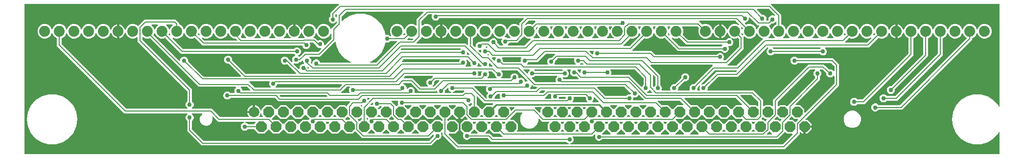
<source format=gbl>
G04 EAGLE Gerber RS-274X export*
G75*
%MOMM*%
%FSLAX34Y34*%
%LPD*%
%INBottom Copper*%
%IPPOS*%
%AMOC8*
5,1,8,0,0,1.08239X$1,22.5*%
G01*
%ADD10C,1.828800*%
%ADD11P,1.979475X8X202.500000*%
%ADD12C,1.879600*%
%ADD13C,0.254000*%
%ADD14C,0.406400*%
%ADD15C,0.304800*%
%ADD16C,0.752400*%
%ADD17C,0.203200*%

G36*
X1689158Y-47743D02*
X1689158Y-47743D01*
X1689216Y-47745D01*
X1689298Y-47723D01*
X1689382Y-47711D01*
X1689435Y-47688D01*
X1689491Y-47673D01*
X1689564Y-47630D01*
X1689641Y-47595D01*
X1689686Y-47557D01*
X1689736Y-47528D01*
X1689794Y-47466D01*
X1689858Y-47412D01*
X1689890Y-47363D01*
X1689930Y-47320D01*
X1689969Y-47245D01*
X1690016Y-47175D01*
X1690033Y-47119D01*
X1690060Y-47067D01*
X1690071Y-46999D01*
X1690101Y-46904D01*
X1690104Y-46804D01*
X1690115Y-46736D01*
X1690115Y-10390D01*
X1690106Y-10323D01*
X1690106Y-10255D01*
X1690086Y-10183D01*
X1690075Y-10109D01*
X1690048Y-10047D01*
X1690029Y-9981D01*
X1689990Y-9918D01*
X1689959Y-9849D01*
X1689915Y-9797D01*
X1689880Y-9740D01*
X1689824Y-9689D01*
X1689776Y-9632D01*
X1689719Y-9595D01*
X1689669Y-9549D01*
X1689601Y-9516D01*
X1689539Y-9475D01*
X1689474Y-9454D01*
X1689413Y-9424D01*
X1689339Y-9411D01*
X1689268Y-9389D01*
X1689200Y-9387D01*
X1689133Y-9375D01*
X1689059Y-9383D01*
X1688984Y-9382D01*
X1688918Y-9399D01*
X1688850Y-9406D01*
X1688781Y-9434D01*
X1688709Y-9453D01*
X1688650Y-9488D01*
X1688587Y-9514D01*
X1688529Y-9560D01*
X1688464Y-9599D01*
X1688418Y-9648D01*
X1688365Y-9690D01*
X1688329Y-9742D01*
X1688270Y-9806D01*
X1688218Y-9907D01*
X1688177Y-9968D01*
X1687745Y-10914D01*
X1679603Y-20310D01*
X1669145Y-27031D01*
X1657216Y-30534D01*
X1644784Y-30534D01*
X1632855Y-27031D01*
X1622397Y-20310D01*
X1614255Y-10914D01*
X1609091Y394D01*
X1607322Y12700D01*
X1609091Y25006D01*
X1614255Y36314D01*
X1622397Y45710D01*
X1632855Y52431D01*
X1644784Y55934D01*
X1657216Y55934D01*
X1669145Y52431D01*
X1679603Y45710D01*
X1687745Y36314D01*
X1688177Y35368D01*
X1688213Y35311D01*
X1688241Y35249D01*
X1688289Y35192D01*
X1688330Y35129D01*
X1688381Y35084D01*
X1688425Y35032D01*
X1688487Y34991D01*
X1688543Y34941D01*
X1688605Y34912D01*
X1688661Y34875D01*
X1688733Y34852D01*
X1688800Y34820D01*
X1688867Y34809D01*
X1688932Y34789D01*
X1689007Y34787D01*
X1689081Y34775D01*
X1689148Y34783D01*
X1689216Y34782D01*
X1689289Y34800D01*
X1689363Y34810D01*
X1689426Y34836D01*
X1689491Y34853D01*
X1689556Y34892D01*
X1689625Y34921D01*
X1689678Y34964D01*
X1689736Y34999D01*
X1689787Y35053D01*
X1689845Y35101D01*
X1689884Y35156D01*
X1689930Y35206D01*
X1689964Y35273D01*
X1690007Y35334D01*
X1690029Y35399D01*
X1690060Y35459D01*
X1690070Y35521D01*
X1690098Y35604D01*
X1690103Y35717D01*
X1690115Y35790D01*
X1690115Y211736D01*
X1690107Y211794D01*
X1690109Y211852D01*
X1690087Y211934D01*
X1690075Y212018D01*
X1690051Y212071D01*
X1690037Y212127D01*
X1689994Y212200D01*
X1689959Y212277D01*
X1689921Y212322D01*
X1689891Y212372D01*
X1689830Y212430D01*
X1689775Y212494D01*
X1689727Y212526D01*
X1689684Y212566D01*
X1689609Y212605D01*
X1689539Y212652D01*
X1689483Y212669D01*
X1689431Y212696D01*
X1689363Y212707D01*
X1689268Y212737D01*
X1689168Y212740D01*
X1689100Y212751D01*
X1295636Y212751D01*
X1295607Y212747D01*
X1295577Y212750D01*
X1295466Y212727D01*
X1295354Y212711D01*
X1295327Y212699D01*
X1295299Y212694D01*
X1295198Y212642D01*
X1295095Y212595D01*
X1295072Y212576D01*
X1295046Y212563D01*
X1294964Y212485D01*
X1294878Y212412D01*
X1294861Y212387D01*
X1294840Y212367D01*
X1294783Y212269D01*
X1294720Y212175D01*
X1294711Y212147D01*
X1294696Y212122D01*
X1294669Y212012D01*
X1294634Y211904D01*
X1294634Y211874D01*
X1294626Y211846D01*
X1294630Y211733D01*
X1294627Y211620D01*
X1294634Y211591D01*
X1294635Y211562D01*
X1294670Y211454D01*
X1294699Y211345D01*
X1294714Y211319D01*
X1294723Y211291D01*
X1294768Y211228D01*
X1294844Y211100D01*
X1294890Y211057D01*
X1294918Y211018D01*
X1309486Y196450D01*
X1309486Y196449D01*
X1312165Y193771D01*
X1312165Y177567D01*
X1312165Y177565D01*
X1312165Y177564D01*
X1312185Y177425D01*
X1312205Y177285D01*
X1312205Y177284D01*
X1312205Y177282D01*
X1312263Y177156D01*
X1312321Y177026D01*
X1312322Y177025D01*
X1312323Y177023D01*
X1312414Y176916D01*
X1312504Y176809D01*
X1312506Y176808D01*
X1312507Y176807D01*
X1312520Y176799D01*
X1312741Y176651D01*
X1312770Y176642D01*
X1312791Y176629D01*
X1315151Y175652D01*
X1318652Y172151D01*
X1319862Y169229D01*
X1319877Y169204D01*
X1319886Y169176D01*
X1319949Y169081D01*
X1320007Y168984D01*
X1320028Y168964D01*
X1320044Y168939D01*
X1320131Y168867D01*
X1320213Y168789D01*
X1320239Y168775D01*
X1320262Y168757D01*
X1320365Y168711D01*
X1320466Y168659D01*
X1320495Y168653D01*
X1320522Y168641D01*
X1320634Y168625D01*
X1320745Y168604D01*
X1320774Y168606D01*
X1320803Y168602D01*
X1320915Y168618D01*
X1321028Y168628D01*
X1321055Y168639D01*
X1321084Y168643D01*
X1321188Y168689D01*
X1321293Y168730D01*
X1321317Y168748D01*
X1321344Y168760D01*
X1321430Y168833D01*
X1321520Y168902D01*
X1321538Y168925D01*
X1321560Y168944D01*
X1321602Y169011D01*
X1321690Y169129D01*
X1321712Y169188D01*
X1321738Y169229D01*
X1322948Y172151D01*
X1326449Y175652D01*
X1331024Y177547D01*
X1335976Y177547D01*
X1340551Y175652D01*
X1344052Y172151D01*
X1345262Y169229D01*
X1345277Y169204D01*
X1345286Y169176D01*
X1345349Y169081D01*
X1345407Y168984D01*
X1345428Y168964D01*
X1345444Y168939D01*
X1345531Y168867D01*
X1345613Y168789D01*
X1345639Y168775D01*
X1345662Y168757D01*
X1345765Y168711D01*
X1345866Y168659D01*
X1345895Y168653D01*
X1345922Y168641D01*
X1346034Y168625D01*
X1346145Y168604D01*
X1346174Y168606D01*
X1346203Y168602D01*
X1346315Y168618D01*
X1346428Y168628D01*
X1346455Y168639D01*
X1346484Y168643D01*
X1346588Y168689D01*
X1346693Y168730D01*
X1346717Y168748D01*
X1346744Y168760D01*
X1346830Y168833D01*
X1346920Y168902D01*
X1346938Y168925D01*
X1346960Y168944D01*
X1347002Y169011D01*
X1347090Y169129D01*
X1347112Y169188D01*
X1347138Y169229D01*
X1348348Y172151D01*
X1351849Y175652D01*
X1356424Y177547D01*
X1361376Y177547D01*
X1365951Y175652D01*
X1369452Y172151D01*
X1370662Y169229D01*
X1370677Y169204D01*
X1370686Y169176D01*
X1370749Y169081D01*
X1370807Y168984D01*
X1370828Y168964D01*
X1370844Y168939D01*
X1370931Y168867D01*
X1371013Y168789D01*
X1371039Y168775D01*
X1371062Y168757D01*
X1371165Y168711D01*
X1371266Y168659D01*
X1371295Y168653D01*
X1371322Y168641D01*
X1371434Y168625D01*
X1371545Y168604D01*
X1371574Y168606D01*
X1371603Y168602D01*
X1371715Y168618D01*
X1371828Y168628D01*
X1371855Y168639D01*
X1371884Y168643D01*
X1371988Y168689D01*
X1372093Y168730D01*
X1372117Y168748D01*
X1372144Y168760D01*
X1372230Y168833D01*
X1372320Y168902D01*
X1372338Y168925D01*
X1372360Y168944D01*
X1372402Y169011D01*
X1372490Y169129D01*
X1372512Y169188D01*
X1372538Y169229D01*
X1373748Y172151D01*
X1377249Y175652D01*
X1381824Y177547D01*
X1386776Y177547D01*
X1391351Y175652D01*
X1394852Y172151D01*
X1396062Y169229D01*
X1396077Y169204D01*
X1396086Y169176D01*
X1396149Y169081D01*
X1396207Y168984D01*
X1396228Y168964D01*
X1396244Y168939D01*
X1396331Y168867D01*
X1396413Y168789D01*
X1396439Y168775D01*
X1396462Y168757D01*
X1396565Y168711D01*
X1396666Y168659D01*
X1396695Y168653D01*
X1396722Y168641D01*
X1396834Y168625D01*
X1396945Y168604D01*
X1396974Y168606D01*
X1397003Y168602D01*
X1397115Y168618D01*
X1397228Y168628D01*
X1397255Y168639D01*
X1397284Y168643D01*
X1397388Y168689D01*
X1397493Y168730D01*
X1397517Y168748D01*
X1397544Y168760D01*
X1397630Y168833D01*
X1397720Y168902D01*
X1397738Y168925D01*
X1397760Y168944D01*
X1397802Y169011D01*
X1397890Y169129D01*
X1397912Y169188D01*
X1397938Y169229D01*
X1399148Y172151D01*
X1402649Y175652D01*
X1407224Y177547D01*
X1412176Y177547D01*
X1416751Y175652D01*
X1420252Y172151D01*
X1421462Y169229D01*
X1421477Y169204D01*
X1421486Y169176D01*
X1421549Y169081D01*
X1421607Y168984D01*
X1421628Y168964D01*
X1421644Y168939D01*
X1421731Y168867D01*
X1421813Y168789D01*
X1421839Y168775D01*
X1421862Y168757D01*
X1421965Y168711D01*
X1422066Y168659D01*
X1422095Y168653D01*
X1422122Y168641D01*
X1422234Y168625D01*
X1422345Y168604D01*
X1422374Y168606D01*
X1422403Y168602D01*
X1422515Y168618D01*
X1422628Y168628D01*
X1422655Y168639D01*
X1422684Y168643D01*
X1422788Y168689D01*
X1422893Y168730D01*
X1422917Y168748D01*
X1422944Y168760D01*
X1423030Y168833D01*
X1423120Y168902D01*
X1423138Y168925D01*
X1423160Y168944D01*
X1423202Y169011D01*
X1423290Y169129D01*
X1423312Y169188D01*
X1423338Y169229D01*
X1424548Y172151D01*
X1428049Y175652D01*
X1432624Y177547D01*
X1437576Y177547D01*
X1442151Y175652D01*
X1445652Y172151D01*
X1446862Y169229D01*
X1446877Y169204D01*
X1446886Y169176D01*
X1446949Y169081D01*
X1447007Y168984D01*
X1447028Y168964D01*
X1447044Y168939D01*
X1447131Y168867D01*
X1447213Y168789D01*
X1447239Y168775D01*
X1447262Y168757D01*
X1447365Y168711D01*
X1447466Y168659D01*
X1447495Y168653D01*
X1447522Y168641D01*
X1447634Y168625D01*
X1447745Y168604D01*
X1447774Y168606D01*
X1447803Y168602D01*
X1447915Y168618D01*
X1448028Y168628D01*
X1448055Y168639D01*
X1448084Y168643D01*
X1448188Y168689D01*
X1448293Y168730D01*
X1448317Y168748D01*
X1448344Y168760D01*
X1448430Y168833D01*
X1448520Y168902D01*
X1448538Y168925D01*
X1448560Y168944D01*
X1448602Y169011D01*
X1448690Y169129D01*
X1448712Y169188D01*
X1448738Y169229D01*
X1449948Y172151D01*
X1453449Y175652D01*
X1458024Y177547D01*
X1462976Y177547D01*
X1467551Y175652D01*
X1471052Y172151D01*
X1472262Y169229D01*
X1472277Y169204D01*
X1472286Y169176D01*
X1472349Y169081D01*
X1472407Y168984D01*
X1472428Y168964D01*
X1472444Y168939D01*
X1472531Y168867D01*
X1472613Y168789D01*
X1472639Y168775D01*
X1472662Y168757D01*
X1472765Y168711D01*
X1472866Y168659D01*
X1472895Y168653D01*
X1472922Y168641D01*
X1473034Y168625D01*
X1473145Y168604D01*
X1473174Y168606D01*
X1473203Y168602D01*
X1473315Y168618D01*
X1473428Y168628D01*
X1473455Y168639D01*
X1473484Y168643D01*
X1473588Y168689D01*
X1473693Y168730D01*
X1473717Y168748D01*
X1473744Y168760D01*
X1473830Y168833D01*
X1473920Y168902D01*
X1473938Y168925D01*
X1473960Y168944D01*
X1474002Y169011D01*
X1474090Y169129D01*
X1474112Y169188D01*
X1474138Y169229D01*
X1475348Y172151D01*
X1478849Y175652D01*
X1483424Y177547D01*
X1488376Y177547D01*
X1492951Y175652D01*
X1496452Y172151D01*
X1497969Y168489D01*
X1498004Y168429D01*
X1498030Y168365D01*
X1498076Y168307D01*
X1498113Y168244D01*
X1498163Y168196D01*
X1498206Y168142D01*
X1498266Y168099D01*
X1498320Y168049D01*
X1498381Y168017D01*
X1498438Y167977D01*
X1498507Y167952D01*
X1498573Y167918D01*
X1498640Y167905D01*
X1498706Y167882D01*
X1498779Y167878D01*
X1498852Y167863D01*
X1498920Y167869D01*
X1498989Y167865D01*
X1499061Y167881D01*
X1499135Y167888D01*
X1499199Y167913D01*
X1499267Y167928D01*
X1499331Y167963D01*
X1499400Y167990D01*
X1499455Y168032D01*
X1499516Y168065D01*
X1499568Y168117D01*
X1499627Y168161D01*
X1499668Y168217D01*
X1499717Y168266D01*
X1499746Y168321D01*
X1499797Y168389D01*
X1499838Y168497D01*
X1499872Y168563D01*
X1500236Y169683D01*
X1501089Y171357D01*
X1502194Y172878D01*
X1503522Y174206D01*
X1505043Y175311D01*
X1506717Y176164D01*
X1508504Y176745D01*
X1509269Y176866D01*
X1509269Y166116D01*
X1509277Y166058D01*
X1509275Y166000D01*
X1509297Y165918D01*
X1509309Y165835D01*
X1509333Y165781D01*
X1509347Y165725D01*
X1509390Y165652D01*
X1509425Y165575D01*
X1509463Y165531D01*
X1509493Y165480D01*
X1509554Y165423D01*
X1509609Y165358D01*
X1509657Y165326D01*
X1509700Y165286D01*
X1509775Y165247D01*
X1509845Y165201D01*
X1509901Y165183D01*
X1509953Y165156D01*
X1510021Y165145D01*
X1510116Y165115D01*
X1510216Y165112D01*
X1510284Y165101D01*
X1512316Y165101D01*
X1512374Y165109D01*
X1512432Y165108D01*
X1512514Y165129D01*
X1512597Y165141D01*
X1512651Y165165D01*
X1512707Y165179D01*
X1512780Y165222D01*
X1512857Y165257D01*
X1512902Y165295D01*
X1512952Y165325D01*
X1513010Y165386D01*
X1513074Y165441D01*
X1513106Y165489D01*
X1513146Y165532D01*
X1513185Y165607D01*
X1513231Y165677D01*
X1513249Y165733D01*
X1513276Y165785D01*
X1513287Y165853D01*
X1513317Y165948D01*
X1513320Y166048D01*
X1513331Y166116D01*
X1513331Y176866D01*
X1514096Y176745D01*
X1515883Y176164D01*
X1517557Y175311D01*
X1519078Y174206D01*
X1520406Y172878D01*
X1521511Y171357D01*
X1522364Y169683D01*
X1522728Y168563D01*
X1522758Y168501D01*
X1522779Y168435D01*
X1522820Y168374D01*
X1522853Y168308D01*
X1522899Y168257D01*
X1522938Y168199D01*
X1522994Y168152D01*
X1523043Y168097D01*
X1523102Y168061D01*
X1523155Y168016D01*
X1523222Y167986D01*
X1523285Y167948D01*
X1523352Y167929D01*
X1523415Y167901D01*
X1523488Y167891D01*
X1523559Y167871D01*
X1523628Y167871D01*
X1523696Y167862D01*
X1523769Y167872D01*
X1523843Y167873D01*
X1523910Y167893D01*
X1523978Y167903D01*
X1524045Y167933D01*
X1524116Y167954D01*
X1524174Y167991D01*
X1524237Y168020D01*
X1524293Y168067D01*
X1524355Y168107D01*
X1524401Y168159D01*
X1524453Y168204D01*
X1524486Y168257D01*
X1524543Y168321D01*
X1524592Y168425D01*
X1524631Y168489D01*
X1526148Y172151D01*
X1529649Y175652D01*
X1534224Y177547D01*
X1539176Y177547D01*
X1543751Y175652D01*
X1547252Y172151D01*
X1548462Y169229D01*
X1548477Y169204D01*
X1548486Y169176D01*
X1548549Y169081D01*
X1548607Y168984D01*
X1548628Y168964D01*
X1548644Y168939D01*
X1548731Y168867D01*
X1548813Y168789D01*
X1548839Y168775D01*
X1548862Y168757D01*
X1548965Y168711D01*
X1549066Y168659D01*
X1549095Y168653D01*
X1549122Y168641D01*
X1549234Y168625D01*
X1549345Y168604D01*
X1549374Y168606D01*
X1549403Y168602D01*
X1549515Y168618D01*
X1549628Y168628D01*
X1549655Y168639D01*
X1549684Y168643D01*
X1549788Y168689D01*
X1549893Y168730D01*
X1549917Y168748D01*
X1549944Y168760D01*
X1550030Y168833D01*
X1550120Y168902D01*
X1550138Y168925D01*
X1550160Y168944D01*
X1550202Y169011D01*
X1550290Y169129D01*
X1550312Y169188D01*
X1550338Y169229D01*
X1551548Y172151D01*
X1555049Y175652D01*
X1559624Y177547D01*
X1564576Y177547D01*
X1569151Y175652D01*
X1572652Y172151D01*
X1573862Y169229D01*
X1573877Y169204D01*
X1573886Y169176D01*
X1573949Y169081D01*
X1574007Y168984D01*
X1574028Y168964D01*
X1574044Y168939D01*
X1574131Y168867D01*
X1574213Y168789D01*
X1574239Y168775D01*
X1574262Y168757D01*
X1574365Y168711D01*
X1574466Y168659D01*
X1574495Y168653D01*
X1574522Y168641D01*
X1574634Y168625D01*
X1574745Y168604D01*
X1574774Y168606D01*
X1574803Y168602D01*
X1574915Y168618D01*
X1575028Y168628D01*
X1575055Y168639D01*
X1575084Y168643D01*
X1575188Y168689D01*
X1575293Y168730D01*
X1575317Y168748D01*
X1575344Y168760D01*
X1575430Y168833D01*
X1575520Y168902D01*
X1575538Y168925D01*
X1575560Y168944D01*
X1575602Y169011D01*
X1575690Y169129D01*
X1575712Y169188D01*
X1575738Y169229D01*
X1576948Y172151D01*
X1580449Y175652D01*
X1585024Y177547D01*
X1589976Y177547D01*
X1594551Y175652D01*
X1598052Y172151D01*
X1599262Y169229D01*
X1599277Y169204D01*
X1599286Y169176D01*
X1599349Y169081D01*
X1599407Y168984D01*
X1599428Y168964D01*
X1599444Y168939D01*
X1599531Y168867D01*
X1599613Y168789D01*
X1599639Y168775D01*
X1599662Y168757D01*
X1599765Y168711D01*
X1599866Y168659D01*
X1599895Y168653D01*
X1599922Y168641D01*
X1600034Y168625D01*
X1600145Y168604D01*
X1600174Y168606D01*
X1600203Y168602D01*
X1600315Y168618D01*
X1600428Y168628D01*
X1600455Y168639D01*
X1600484Y168643D01*
X1600588Y168689D01*
X1600693Y168730D01*
X1600717Y168748D01*
X1600744Y168760D01*
X1600830Y168833D01*
X1600920Y168902D01*
X1600938Y168925D01*
X1600960Y168944D01*
X1601002Y169011D01*
X1601090Y169129D01*
X1601112Y169188D01*
X1601138Y169229D01*
X1602348Y172151D01*
X1605849Y175652D01*
X1610424Y177547D01*
X1615376Y177547D01*
X1619951Y175652D01*
X1623452Y172151D01*
X1624662Y169229D01*
X1624677Y169204D01*
X1624686Y169176D01*
X1624749Y169081D01*
X1624807Y168984D01*
X1624828Y168964D01*
X1624844Y168939D01*
X1624931Y168866D01*
X1625013Y168789D01*
X1625039Y168775D01*
X1625062Y168756D01*
X1625165Y168710D01*
X1625266Y168659D01*
X1625295Y168653D01*
X1625322Y168641D01*
X1625434Y168625D01*
X1625545Y168604D01*
X1625574Y168606D01*
X1625603Y168602D01*
X1625715Y168618D01*
X1625828Y168628D01*
X1625855Y168639D01*
X1625885Y168643D01*
X1625988Y168689D01*
X1626093Y168730D01*
X1626117Y168748D01*
X1626144Y168760D01*
X1626230Y168833D01*
X1626320Y168902D01*
X1626338Y168925D01*
X1626360Y168944D01*
X1626402Y169011D01*
X1626490Y169129D01*
X1626512Y169188D01*
X1626538Y169229D01*
X1627748Y172151D01*
X1631249Y175652D01*
X1635824Y177547D01*
X1640776Y177547D01*
X1645351Y175652D01*
X1648852Y172151D01*
X1650062Y169229D01*
X1650077Y169204D01*
X1650086Y169176D01*
X1650149Y169081D01*
X1650207Y168984D01*
X1650228Y168964D01*
X1650244Y168939D01*
X1650331Y168866D01*
X1650413Y168789D01*
X1650439Y168775D01*
X1650462Y168756D01*
X1650565Y168710D01*
X1650666Y168659D01*
X1650695Y168653D01*
X1650722Y168641D01*
X1650834Y168625D01*
X1650945Y168604D01*
X1650974Y168606D01*
X1651003Y168602D01*
X1651115Y168618D01*
X1651228Y168628D01*
X1651255Y168639D01*
X1651284Y168643D01*
X1651388Y168689D01*
X1651493Y168730D01*
X1651517Y168748D01*
X1651544Y168760D01*
X1651630Y168833D01*
X1651720Y168902D01*
X1651738Y168925D01*
X1651760Y168944D01*
X1651802Y169011D01*
X1651890Y169129D01*
X1651912Y169188D01*
X1651938Y169229D01*
X1653148Y172151D01*
X1656649Y175652D01*
X1661224Y177547D01*
X1666176Y177547D01*
X1670751Y175652D01*
X1674252Y172151D01*
X1676147Y167576D01*
X1676147Y162624D01*
X1674252Y158049D01*
X1670751Y154548D01*
X1666176Y152653D01*
X1661224Y152653D01*
X1656649Y154548D01*
X1653148Y158049D01*
X1651938Y160971D01*
X1651923Y160996D01*
X1651914Y161024D01*
X1651851Y161119D01*
X1651793Y161216D01*
X1651772Y161236D01*
X1651756Y161261D01*
X1651669Y161334D01*
X1651587Y161411D01*
X1651561Y161425D01*
X1651538Y161444D01*
X1651435Y161490D01*
X1651334Y161541D01*
X1651305Y161547D01*
X1651278Y161559D01*
X1651166Y161575D01*
X1651055Y161596D01*
X1651026Y161594D01*
X1650997Y161598D01*
X1650885Y161582D01*
X1650772Y161572D01*
X1650745Y161561D01*
X1650715Y161557D01*
X1650612Y161511D01*
X1650507Y161470D01*
X1650483Y161452D01*
X1650456Y161440D01*
X1650370Y161367D01*
X1650280Y161298D01*
X1650262Y161275D01*
X1650240Y161256D01*
X1650198Y161189D01*
X1650110Y161071D01*
X1650088Y161012D01*
X1650062Y160971D01*
X1648852Y158049D01*
X1645351Y154548D01*
X1642991Y153571D01*
X1642990Y153570D01*
X1642989Y153570D01*
X1642868Y153498D01*
X1642747Y153427D01*
X1642746Y153425D01*
X1642744Y153425D01*
X1642647Y153321D01*
X1642551Y153220D01*
X1642551Y153218D01*
X1642550Y153217D01*
X1642485Y153092D01*
X1642421Y152967D01*
X1642421Y152966D01*
X1642420Y152964D01*
X1642418Y152949D01*
X1642366Y152688D01*
X1642369Y152658D01*
X1642365Y152633D01*
X1642365Y150716D01*
X1520921Y29273D01*
X1480775Y29273D01*
X1480689Y29261D01*
X1480601Y29258D01*
X1480548Y29241D01*
X1480494Y29233D01*
X1480414Y29197D01*
X1480331Y29170D01*
X1480291Y29142D01*
X1480234Y29117D01*
X1480121Y29021D01*
X1480057Y28975D01*
X1478646Y27564D01*
X1476142Y26527D01*
X1473433Y26527D01*
X1470929Y27564D01*
X1469014Y29479D01*
X1467977Y31983D01*
X1467977Y34692D01*
X1469014Y37196D01*
X1470929Y39111D01*
X1473433Y40148D01*
X1476142Y40148D01*
X1478646Y39111D01*
X1480057Y37700D01*
X1480127Y37647D01*
X1480191Y37587D01*
X1480240Y37562D01*
X1480284Y37529D01*
X1480366Y37498D01*
X1480444Y37458D01*
X1480492Y37450D01*
X1480550Y37427D01*
X1480698Y37415D01*
X1480775Y37402D01*
X1517133Y37402D01*
X1517220Y37414D01*
X1517307Y37417D01*
X1517360Y37434D01*
X1517415Y37442D01*
X1517495Y37478D01*
X1517578Y37505D01*
X1517617Y37533D01*
X1517674Y37558D01*
X1517787Y37654D01*
X1517851Y37700D01*
X1632615Y152463D01*
X1632684Y152555D01*
X1632758Y152643D01*
X1632769Y152668D01*
X1632786Y152690D01*
X1632827Y152798D01*
X1632873Y152903D01*
X1632877Y152930D01*
X1632887Y152956D01*
X1632896Y153070D01*
X1632912Y153184D01*
X1632908Y153212D01*
X1632911Y153239D01*
X1632888Y153352D01*
X1632872Y153466D01*
X1632860Y153491D01*
X1632855Y153518D01*
X1632802Y153620D01*
X1632754Y153725D01*
X1632736Y153746D01*
X1632724Y153770D01*
X1632645Y153854D01*
X1632570Y153941D01*
X1632549Y153954D01*
X1632528Y153977D01*
X1632298Y154111D01*
X1632285Y154119D01*
X1631249Y154548D01*
X1627748Y158049D01*
X1626538Y160971D01*
X1626523Y160996D01*
X1626514Y161024D01*
X1626451Y161119D01*
X1626393Y161216D01*
X1626372Y161236D01*
X1626356Y161261D01*
X1626269Y161333D01*
X1626187Y161411D01*
X1626161Y161425D01*
X1626138Y161443D01*
X1626035Y161489D01*
X1625934Y161541D01*
X1625905Y161547D01*
X1625878Y161559D01*
X1625766Y161575D01*
X1625655Y161596D01*
X1625626Y161594D01*
X1625597Y161598D01*
X1625485Y161582D01*
X1625372Y161572D01*
X1625345Y161561D01*
X1625316Y161557D01*
X1625212Y161511D01*
X1625107Y161470D01*
X1625083Y161452D01*
X1625056Y161440D01*
X1624970Y161367D01*
X1624880Y161298D01*
X1624862Y161275D01*
X1624840Y161256D01*
X1624798Y161189D01*
X1624710Y161071D01*
X1624688Y161012D01*
X1624662Y160971D01*
X1623452Y158049D01*
X1619951Y154548D01*
X1615376Y152653D01*
X1610424Y152653D01*
X1605849Y154548D01*
X1602348Y158049D01*
X1601138Y160971D01*
X1601123Y160996D01*
X1601114Y161024D01*
X1601051Y161119D01*
X1600993Y161216D01*
X1600972Y161236D01*
X1600956Y161261D01*
X1600869Y161334D01*
X1600787Y161411D01*
X1600761Y161425D01*
X1600738Y161444D01*
X1600635Y161490D01*
X1600534Y161541D01*
X1600505Y161547D01*
X1600478Y161559D01*
X1600366Y161575D01*
X1600255Y161596D01*
X1600226Y161594D01*
X1600197Y161598D01*
X1600085Y161582D01*
X1599972Y161572D01*
X1599945Y161561D01*
X1599915Y161557D01*
X1599812Y161511D01*
X1599707Y161470D01*
X1599683Y161452D01*
X1599656Y161440D01*
X1599570Y161367D01*
X1599480Y161298D01*
X1599462Y161275D01*
X1599440Y161256D01*
X1599398Y161189D01*
X1599310Y161071D01*
X1599288Y161012D01*
X1599262Y160971D01*
X1598052Y158049D01*
X1594551Y154548D01*
X1592191Y153571D01*
X1592190Y153570D01*
X1592189Y153570D01*
X1592070Y153500D01*
X1591947Y153427D01*
X1591946Y153425D01*
X1591944Y153425D01*
X1591847Y153321D01*
X1591751Y153220D01*
X1591751Y153218D01*
X1591750Y153217D01*
X1591685Y153091D01*
X1591621Y152967D01*
X1591621Y152966D01*
X1591620Y152964D01*
X1591618Y152949D01*
X1591566Y152688D01*
X1591569Y152658D01*
X1591565Y152633D01*
X1591565Y123729D01*
X1512984Y45148D01*
X1495063Y45148D01*
X1494976Y45136D01*
X1494889Y45133D01*
X1494836Y45116D01*
X1494781Y45108D01*
X1494701Y45072D01*
X1494618Y45045D01*
X1494579Y45017D01*
X1494522Y44992D01*
X1494408Y44896D01*
X1494345Y44850D01*
X1492933Y43439D01*
X1490430Y42402D01*
X1487720Y42402D01*
X1485217Y43439D01*
X1483301Y45354D01*
X1482264Y47858D01*
X1482264Y50567D01*
X1483301Y53071D01*
X1485217Y54986D01*
X1487720Y56023D01*
X1490430Y56023D01*
X1492933Y54986D01*
X1494345Y53575D01*
X1494415Y53522D01*
X1494478Y53462D01*
X1494528Y53437D01*
X1494572Y53404D01*
X1494654Y53373D01*
X1494732Y53333D01*
X1494779Y53325D01*
X1494838Y53302D01*
X1494985Y53290D01*
X1495063Y53277D01*
X1509196Y53277D01*
X1509282Y53289D01*
X1509370Y53292D01*
X1509422Y53309D01*
X1509477Y53317D01*
X1509557Y53353D01*
X1509640Y53380D01*
X1509680Y53408D01*
X1509737Y53433D01*
X1509850Y53529D01*
X1509914Y53575D01*
X1583138Y126799D01*
X1583190Y126869D01*
X1583250Y126933D01*
X1583276Y126982D01*
X1583309Y127026D01*
X1583340Y127108D01*
X1583380Y127186D01*
X1583388Y127233D01*
X1583410Y127292D01*
X1583422Y127439D01*
X1583435Y127517D01*
X1583435Y152633D01*
X1583435Y152635D01*
X1583435Y152636D01*
X1583416Y152772D01*
X1583395Y152915D01*
X1583395Y152916D01*
X1583395Y152918D01*
X1583338Y153042D01*
X1583279Y153174D01*
X1583278Y153175D01*
X1583277Y153177D01*
X1583191Y153279D01*
X1583096Y153391D01*
X1583094Y153392D01*
X1583093Y153393D01*
X1583080Y153401D01*
X1582859Y153549D01*
X1582830Y153558D01*
X1582809Y153571D01*
X1580449Y154548D01*
X1576948Y158049D01*
X1575738Y160971D01*
X1575723Y160996D01*
X1575714Y161024D01*
X1575651Y161119D01*
X1575593Y161216D01*
X1575572Y161236D01*
X1575556Y161261D01*
X1575469Y161334D01*
X1575387Y161411D01*
X1575361Y161425D01*
X1575338Y161444D01*
X1575235Y161490D01*
X1575134Y161541D01*
X1575105Y161547D01*
X1575078Y161559D01*
X1574966Y161575D01*
X1574855Y161596D01*
X1574826Y161594D01*
X1574797Y161598D01*
X1574685Y161582D01*
X1574572Y161572D01*
X1574545Y161561D01*
X1574515Y161557D01*
X1574412Y161511D01*
X1574307Y161470D01*
X1574283Y161452D01*
X1574256Y161440D01*
X1574170Y161367D01*
X1574080Y161298D01*
X1574062Y161275D01*
X1574040Y161256D01*
X1573998Y161189D01*
X1573910Y161071D01*
X1573888Y161012D01*
X1573862Y160971D01*
X1572652Y158049D01*
X1569151Y154548D01*
X1566791Y153571D01*
X1566790Y153570D01*
X1566789Y153570D01*
X1566670Y153500D01*
X1566547Y153427D01*
X1566546Y153425D01*
X1566544Y153425D01*
X1566447Y153321D01*
X1566351Y153220D01*
X1566351Y153218D01*
X1566350Y153217D01*
X1566285Y153091D01*
X1566221Y152967D01*
X1566221Y152966D01*
X1566220Y152964D01*
X1566218Y152949D01*
X1566166Y152688D01*
X1566169Y152658D01*
X1566165Y152633D01*
X1566165Y122141D01*
X1508883Y64860D01*
X1508831Y64790D01*
X1508771Y64726D01*
X1508745Y64677D01*
X1508712Y64632D01*
X1508681Y64551D01*
X1508641Y64473D01*
X1508633Y64425D01*
X1508611Y64367D01*
X1508599Y64219D01*
X1508586Y64142D01*
X1508586Y62145D01*
X1507549Y59642D01*
X1505633Y57726D01*
X1503130Y56689D01*
X1500420Y56689D01*
X1497917Y57726D01*
X1496001Y59642D01*
X1494964Y62145D01*
X1494964Y64855D01*
X1496001Y67358D01*
X1497917Y69274D01*
X1500420Y70311D01*
X1502417Y70311D01*
X1502503Y70323D01*
X1502591Y70326D01*
X1502643Y70343D01*
X1502698Y70351D01*
X1502778Y70386D01*
X1502861Y70413D01*
X1502901Y70441D01*
X1502958Y70467D01*
X1503071Y70563D01*
X1503135Y70608D01*
X1557738Y125211D01*
X1557790Y125281D01*
X1557850Y125345D01*
X1557876Y125394D01*
X1557909Y125439D01*
X1557940Y125520D01*
X1557980Y125598D01*
X1557988Y125646D01*
X1558010Y125704D01*
X1558022Y125852D01*
X1558035Y125929D01*
X1558035Y152633D01*
X1558035Y152635D01*
X1558035Y152636D01*
X1558016Y152772D01*
X1557995Y152915D01*
X1557995Y152916D01*
X1557995Y152918D01*
X1557938Y153042D01*
X1557879Y153174D01*
X1557878Y153175D01*
X1557877Y153177D01*
X1557791Y153279D01*
X1557696Y153391D01*
X1557694Y153392D01*
X1557693Y153393D01*
X1557680Y153401D01*
X1557459Y153549D01*
X1557430Y153558D01*
X1557409Y153571D01*
X1555049Y154548D01*
X1551548Y158049D01*
X1550338Y160971D01*
X1550323Y160996D01*
X1550314Y161024D01*
X1550251Y161119D01*
X1550193Y161216D01*
X1550172Y161236D01*
X1550156Y161261D01*
X1550069Y161334D01*
X1549987Y161411D01*
X1549961Y161425D01*
X1549938Y161444D01*
X1549835Y161490D01*
X1549734Y161541D01*
X1549705Y161547D01*
X1549678Y161559D01*
X1549566Y161575D01*
X1549455Y161596D01*
X1549426Y161594D01*
X1549397Y161598D01*
X1549285Y161582D01*
X1549172Y161572D01*
X1549145Y161561D01*
X1549115Y161557D01*
X1549012Y161511D01*
X1548907Y161470D01*
X1548883Y161452D01*
X1548856Y161440D01*
X1548770Y161367D01*
X1548680Y161298D01*
X1548662Y161275D01*
X1548640Y161256D01*
X1548598Y161189D01*
X1548510Y161071D01*
X1548488Y161012D01*
X1548462Y160971D01*
X1547252Y158049D01*
X1543751Y154548D01*
X1541391Y153571D01*
X1541390Y153570D01*
X1541389Y153570D01*
X1541270Y153500D01*
X1541147Y153427D01*
X1541146Y153425D01*
X1541144Y153425D01*
X1541047Y153321D01*
X1540951Y153220D01*
X1540951Y153218D01*
X1540950Y153217D01*
X1540885Y153091D01*
X1540821Y152967D01*
X1540821Y152966D01*
X1540820Y152964D01*
X1540818Y152949D01*
X1540766Y152688D01*
X1540769Y152658D01*
X1540765Y152633D01*
X1540765Y123729D01*
X1455834Y38798D01*
X1444263Y38798D01*
X1444176Y38786D01*
X1444089Y38783D01*
X1444036Y38766D01*
X1443981Y38758D01*
X1443901Y38722D01*
X1443818Y38695D01*
X1443779Y38667D01*
X1443722Y38642D01*
X1443609Y38546D01*
X1443545Y38500D01*
X1442133Y37089D01*
X1439630Y36052D01*
X1436920Y36052D01*
X1434417Y37089D01*
X1432501Y39004D01*
X1431464Y41508D01*
X1431464Y44217D01*
X1432501Y46721D01*
X1434417Y48636D01*
X1436920Y49673D01*
X1439630Y49673D01*
X1442133Y48636D01*
X1443545Y47225D01*
X1443615Y47172D01*
X1443678Y47112D01*
X1443728Y47087D01*
X1443772Y47054D01*
X1443854Y47023D01*
X1443932Y46983D01*
X1443979Y46975D01*
X1444038Y46952D01*
X1444185Y46940D01*
X1444263Y46927D01*
X1452046Y46927D01*
X1452132Y46939D01*
X1452220Y46942D01*
X1452272Y46959D01*
X1452327Y46967D01*
X1452407Y47003D01*
X1452490Y47030D01*
X1452530Y47058D01*
X1452587Y47083D01*
X1452700Y47179D01*
X1452764Y47225D01*
X1532338Y126799D01*
X1532390Y126869D01*
X1532450Y126933D01*
X1532476Y126982D01*
X1532509Y127026D01*
X1532540Y127108D01*
X1532580Y127186D01*
X1532588Y127233D01*
X1532610Y127292D01*
X1532622Y127439D01*
X1532635Y127517D01*
X1532635Y152633D01*
X1532635Y152635D01*
X1532635Y152636D01*
X1532616Y152772D01*
X1532595Y152915D01*
X1532595Y152916D01*
X1532595Y152918D01*
X1532538Y153042D01*
X1532479Y153174D01*
X1532478Y153175D01*
X1532477Y153177D01*
X1532391Y153279D01*
X1532296Y153391D01*
X1532294Y153392D01*
X1532293Y153393D01*
X1532280Y153401D01*
X1532059Y153549D01*
X1532030Y153558D01*
X1532009Y153571D01*
X1529649Y154548D01*
X1526148Y158049D01*
X1524631Y161711D01*
X1524596Y161771D01*
X1524570Y161835D01*
X1524524Y161893D01*
X1524487Y161956D01*
X1524437Y162004D01*
X1524394Y162058D01*
X1524334Y162101D01*
X1524280Y162151D01*
X1524219Y162183D01*
X1524162Y162223D01*
X1524093Y162248D01*
X1524027Y162282D01*
X1523960Y162295D01*
X1523894Y162318D01*
X1523821Y162322D01*
X1523748Y162337D01*
X1523680Y162331D01*
X1523611Y162335D01*
X1523539Y162319D01*
X1523465Y162312D01*
X1523401Y162287D01*
X1523333Y162272D01*
X1523269Y162237D01*
X1523200Y162210D01*
X1523145Y162168D01*
X1523084Y162135D01*
X1523032Y162083D01*
X1522973Y162039D01*
X1522932Y161983D01*
X1522883Y161934D01*
X1522854Y161879D01*
X1522803Y161811D01*
X1522762Y161703D01*
X1522728Y161637D01*
X1522364Y160517D01*
X1521511Y158843D01*
X1520406Y157322D01*
X1519078Y155994D01*
X1517557Y154889D01*
X1515883Y154036D01*
X1514096Y153455D01*
X1513331Y153334D01*
X1513331Y164084D01*
X1513323Y164142D01*
X1513325Y164200D01*
X1513303Y164282D01*
X1513291Y164365D01*
X1513267Y164419D01*
X1513253Y164475D01*
X1513210Y164548D01*
X1513175Y164625D01*
X1513137Y164669D01*
X1513107Y164720D01*
X1513046Y164777D01*
X1512991Y164842D01*
X1512943Y164874D01*
X1512900Y164914D01*
X1512825Y164953D01*
X1512755Y164999D01*
X1512699Y165017D01*
X1512647Y165044D01*
X1512579Y165055D01*
X1512484Y165085D01*
X1512384Y165088D01*
X1512316Y165099D01*
X1510284Y165099D01*
X1510226Y165091D01*
X1510168Y165092D01*
X1510086Y165071D01*
X1510003Y165059D01*
X1509949Y165035D01*
X1509893Y165021D01*
X1509820Y164978D01*
X1509743Y164943D01*
X1509698Y164905D01*
X1509648Y164875D01*
X1509590Y164814D01*
X1509526Y164759D01*
X1509494Y164711D01*
X1509454Y164668D01*
X1509415Y164593D01*
X1509369Y164523D01*
X1509351Y164467D01*
X1509324Y164415D01*
X1509313Y164347D01*
X1509283Y164252D01*
X1509280Y164152D01*
X1509269Y164084D01*
X1509269Y153334D01*
X1508504Y153455D01*
X1506717Y154036D01*
X1505043Y154889D01*
X1503522Y155994D01*
X1502194Y157322D01*
X1501089Y158843D01*
X1500236Y160517D01*
X1499872Y161637D01*
X1499842Y161699D01*
X1499821Y161765D01*
X1499780Y161826D01*
X1499747Y161892D01*
X1499701Y161943D01*
X1499662Y162001D01*
X1499606Y162048D01*
X1499557Y162103D01*
X1499498Y162139D01*
X1499445Y162184D01*
X1499377Y162214D01*
X1499315Y162252D01*
X1499248Y162271D01*
X1499185Y162299D01*
X1499112Y162309D01*
X1499041Y162329D01*
X1498972Y162329D01*
X1498903Y162338D01*
X1498830Y162328D01*
X1498757Y162327D01*
X1498691Y162307D01*
X1498622Y162297D01*
X1498555Y162267D01*
X1498484Y162246D01*
X1498426Y162209D01*
X1498363Y162180D01*
X1498307Y162133D01*
X1498245Y162093D01*
X1498199Y162041D01*
X1498147Y161996D01*
X1498114Y161943D01*
X1498057Y161879D01*
X1498008Y161775D01*
X1497969Y161711D01*
X1496452Y158049D01*
X1492951Y154548D01*
X1488376Y152653D01*
X1483424Y152653D01*
X1481065Y153630D01*
X1481064Y153631D01*
X1481062Y153632D01*
X1480928Y153666D01*
X1480790Y153701D01*
X1480788Y153701D01*
X1480787Y153702D01*
X1480646Y153697D01*
X1480506Y153693D01*
X1480504Y153693D01*
X1480503Y153693D01*
X1480370Y153650D01*
X1480235Y153607D01*
X1480234Y153606D01*
X1480232Y153605D01*
X1480220Y153597D01*
X1479999Y153448D01*
X1479979Y153425D01*
X1479959Y153410D01*
X1463771Y137223D01*
X1389335Y137223D01*
X1389306Y137219D01*
X1389277Y137221D01*
X1389166Y137199D01*
X1389054Y137183D01*
X1389027Y137171D01*
X1388998Y137165D01*
X1388897Y137113D01*
X1388794Y137067D01*
X1388772Y137048D01*
X1388746Y137034D01*
X1388664Y136956D01*
X1388577Y136883D01*
X1388561Y136859D01*
X1388540Y136838D01*
X1388482Y136741D01*
X1388420Y136646D01*
X1388411Y136618D01*
X1388396Y136593D01*
X1388368Y136484D01*
X1388334Y136375D01*
X1388333Y136346D01*
X1388326Y136318D01*
X1388329Y136205D01*
X1388327Y136091D01*
X1388334Y136063D01*
X1388335Y136033D01*
X1388370Y135925D01*
X1388398Y135816D01*
X1388413Y135791D01*
X1388422Y135763D01*
X1388468Y135699D01*
X1388544Y135572D01*
X1388589Y135529D01*
X1388617Y135490D01*
X1390074Y134033D01*
X1391111Y131530D01*
X1391111Y128820D01*
X1390074Y126317D01*
X1388158Y124401D01*
X1385655Y123364D01*
X1382945Y123364D01*
X1380442Y124401D01*
X1379030Y125813D01*
X1378960Y125865D01*
X1378897Y125925D01*
X1378847Y125951D01*
X1378803Y125984D01*
X1378721Y126015D01*
X1378643Y126055D01*
X1378596Y126063D01*
X1378537Y126085D01*
X1378390Y126097D01*
X1378312Y126110D01*
X1299800Y126110D01*
X1299714Y126098D01*
X1299626Y126095D01*
X1299573Y126078D01*
X1299519Y126070D01*
X1299439Y126035D01*
X1299356Y126008D01*
X1299316Y125980D01*
X1299259Y125954D01*
X1299146Y125858D01*
X1299082Y125813D01*
X1297671Y124401D01*
X1295167Y123364D01*
X1292458Y123364D01*
X1289954Y124401D01*
X1288039Y126317D01*
X1287002Y128820D01*
X1287002Y131530D01*
X1288039Y134033D01*
X1289495Y135490D01*
X1289513Y135513D01*
X1289535Y135532D01*
X1289598Y135626D01*
X1289666Y135717D01*
X1289677Y135744D01*
X1289693Y135769D01*
X1289727Y135877D01*
X1289767Y135982D01*
X1289770Y136012D01*
X1289779Y136040D01*
X1289782Y136153D01*
X1289791Y136266D01*
X1289785Y136294D01*
X1289786Y136324D01*
X1289757Y136433D01*
X1289735Y136545D01*
X1289722Y136571D01*
X1289714Y136599D01*
X1289656Y136696D01*
X1289604Y136797D01*
X1289584Y136818D01*
X1289569Y136843D01*
X1289486Y136921D01*
X1289408Y137003D01*
X1289383Y137018D01*
X1289362Y137038D01*
X1289261Y137089D01*
X1289163Y137147D01*
X1289135Y137154D01*
X1289108Y137167D01*
X1289031Y137180D01*
X1288888Y137217D01*
X1288825Y137215D01*
X1288777Y137223D01*
X1287979Y137223D01*
X1287893Y137211D01*
X1287805Y137208D01*
X1287753Y137191D01*
X1287698Y137183D01*
X1287618Y137147D01*
X1287535Y137120D01*
X1287495Y137092D01*
X1287438Y137067D01*
X1287325Y136971D01*
X1287261Y136925D01*
X1236759Y86423D01*
X1203842Y86423D01*
X1203755Y86411D01*
X1203668Y86408D01*
X1203615Y86391D01*
X1203560Y86383D01*
X1203480Y86347D01*
X1203397Y86320D01*
X1203358Y86292D01*
X1203301Y86267D01*
X1203188Y86171D01*
X1203124Y86125D01*
X1185033Y68035D01*
X1184981Y67965D01*
X1184921Y67901D01*
X1184895Y67852D01*
X1184862Y67808D01*
X1184831Y67726D01*
X1184791Y67648D01*
X1184783Y67600D01*
X1184761Y67542D01*
X1184749Y67394D01*
X1184736Y67317D01*
X1184736Y65320D01*
X1184274Y64206D01*
X1184246Y64095D01*
X1184211Y63985D01*
X1184210Y63958D01*
X1184203Y63931D01*
X1184207Y63816D01*
X1184204Y63701D01*
X1184211Y63674D01*
X1184211Y63647D01*
X1184246Y63537D01*
X1184275Y63426D01*
X1184290Y63402D01*
X1184298Y63376D01*
X1184362Y63280D01*
X1184421Y63182D01*
X1184441Y63163D01*
X1184456Y63140D01*
X1184544Y63066D01*
X1184628Y62987D01*
X1184653Y62974D01*
X1184674Y62957D01*
X1184779Y62910D01*
X1184881Y62858D01*
X1184906Y62854D01*
X1184934Y62841D01*
X1185197Y62805D01*
X1185212Y62802D01*
X1263746Y62802D01*
X1280415Y46134D01*
X1280415Y36459D01*
X1280419Y36430D01*
X1280416Y36401D01*
X1280439Y36290D01*
X1280455Y36177D01*
X1280467Y36151D01*
X1280472Y36122D01*
X1280525Y36021D01*
X1280571Y35918D01*
X1280590Y35896D01*
X1280603Y35870D01*
X1280681Y35787D01*
X1280754Y35701D01*
X1280779Y35685D01*
X1280799Y35663D01*
X1280897Y35606D01*
X1280991Y35543D01*
X1281019Y35534D01*
X1281044Y35520D01*
X1281154Y35492D01*
X1281262Y35458D01*
X1281292Y35457D01*
X1281320Y35450D01*
X1281433Y35453D01*
X1281546Y35450D01*
X1281575Y35458D01*
X1281604Y35459D01*
X1281712Y35494D01*
X1281821Y35522D01*
X1281847Y35537D01*
X1281875Y35546D01*
X1281938Y35592D01*
X1282066Y35667D01*
X1282109Y35713D01*
X1282148Y35741D01*
X1284000Y37593D01*
X1294100Y37593D01*
X1295952Y35741D01*
X1295976Y35723D01*
X1295995Y35701D01*
X1296089Y35638D01*
X1296179Y35570D01*
X1296207Y35560D01*
X1296231Y35543D01*
X1296339Y35509D01*
X1296445Y35469D01*
X1296474Y35466D01*
X1296502Y35458D01*
X1296616Y35455D01*
X1296728Y35445D01*
X1296757Y35451D01*
X1296786Y35450D01*
X1296896Y35479D01*
X1297007Y35501D01*
X1297033Y35515D01*
X1297061Y35522D01*
X1297159Y35580D01*
X1297259Y35632D01*
X1297281Y35652D01*
X1297306Y35667D01*
X1297383Y35750D01*
X1297465Y35828D01*
X1297480Y35853D01*
X1297500Y35875D01*
X1297552Y35976D01*
X1297609Y36073D01*
X1297616Y36102D01*
X1297630Y36128D01*
X1297643Y36205D01*
X1297679Y36349D01*
X1297677Y36411D01*
X1297685Y36459D01*
X1297685Y46134D01*
X1358804Y107252D01*
X1384131Y107252D01*
X1384168Y107258D01*
X1384198Y107254D01*
X1385762Y107359D01*
X1385778Y107348D01*
X1385830Y107332D01*
X1385878Y107308D01*
X1385938Y107298D01*
X1387054Y106181D01*
X1387085Y106159D01*
X1387104Y106135D01*
X1395102Y99137D01*
X1395147Y99108D01*
X1395186Y99071D01*
X1395265Y99030D01*
X1395340Y98982D01*
X1395392Y98966D01*
X1395439Y98941D01*
X1395510Y98929D01*
X1395612Y98898D01*
X1395705Y98897D01*
X1395770Y98886D01*
X1398355Y98886D01*
X1400858Y97849D01*
X1402315Y96392D01*
X1402338Y96375D01*
X1402357Y96352D01*
X1402451Y96289D01*
X1402542Y96221D01*
X1402569Y96211D01*
X1402594Y96195D01*
X1402702Y96160D01*
X1402807Y96120D01*
X1402837Y96118D01*
X1402865Y96109D01*
X1402978Y96106D01*
X1403091Y96097D01*
X1403119Y96102D01*
X1403149Y96102D01*
X1403258Y96130D01*
X1403370Y96152D01*
X1403396Y96166D01*
X1403424Y96173D01*
X1403521Y96231D01*
X1403622Y96283D01*
X1403643Y96304D01*
X1403668Y96319D01*
X1403746Y96401D01*
X1403828Y96479D01*
X1403843Y96505D01*
X1403863Y96526D01*
X1403914Y96627D01*
X1403972Y96724D01*
X1403979Y96753D01*
X1403992Y96779D01*
X1404005Y96856D01*
X1404042Y97000D01*
X1404040Y97062D01*
X1404048Y97110D01*
X1404048Y104258D01*
X1404036Y104345D01*
X1404033Y104432D01*
X1404016Y104485D01*
X1404008Y104540D01*
X1403972Y104620D01*
X1403945Y104703D01*
X1403917Y104742D01*
X1403892Y104799D01*
X1403796Y104912D01*
X1403750Y104976D01*
X1398789Y109938D01*
X1398719Y109990D01*
X1398655Y110050D01*
X1398606Y110076D01*
X1398561Y110109D01*
X1398480Y110140D01*
X1398402Y110180D01*
X1398354Y110188D01*
X1398296Y110210D01*
X1398148Y110222D01*
X1398071Y110235D01*
X1341075Y110235D01*
X1340989Y110223D01*
X1340901Y110220D01*
X1340848Y110203D01*
X1340794Y110195D01*
X1340714Y110160D01*
X1340631Y110133D01*
X1340591Y110105D01*
X1340534Y110079D01*
X1340421Y109983D01*
X1340357Y109938D01*
X1338946Y108526D01*
X1336442Y107489D01*
X1333733Y107489D01*
X1331229Y108526D01*
X1329314Y110442D01*
X1328277Y112945D01*
X1328277Y115655D01*
X1329314Y118158D01*
X1331229Y120074D01*
X1333733Y121111D01*
X1336442Y121111D01*
X1338946Y120074D01*
X1340357Y118662D01*
X1340427Y118610D01*
X1340491Y118550D01*
X1340540Y118524D01*
X1340584Y118491D01*
X1340666Y118460D01*
X1340744Y118420D01*
X1340792Y118412D01*
X1340850Y118390D01*
X1340998Y118378D01*
X1341075Y118365D01*
X1401859Y118365D01*
X1412177Y108046D01*
X1412177Y71341D01*
X1409499Y68663D01*
X1354254Y13418D01*
X1354236Y13394D01*
X1354214Y13375D01*
X1354151Y13281D01*
X1354083Y13191D01*
X1354072Y13163D01*
X1354056Y13139D01*
X1354022Y13031D01*
X1353982Y12925D01*
X1353979Y12896D01*
X1353970Y12868D01*
X1353967Y12754D01*
X1353958Y12642D01*
X1353964Y12613D01*
X1353963Y12584D01*
X1353992Y12474D01*
X1354014Y12363D01*
X1354027Y12337D01*
X1354035Y12309D01*
X1354093Y12211D01*
X1354145Y12111D01*
X1354165Y12089D01*
X1354180Y12064D01*
X1354263Y11987D01*
X1354341Y11905D01*
X1354366Y11890D01*
X1354387Y11870D01*
X1354488Y11818D01*
X1354586Y11761D01*
X1354614Y11754D01*
X1354641Y11740D01*
X1354718Y11727D01*
X1354862Y11691D01*
X1354924Y11693D01*
X1354972Y11685D01*
X1357390Y11685D01*
X1364235Y4840D01*
X1364235Y2031D01*
X1353566Y2031D01*
X1353508Y2023D01*
X1353450Y2025D01*
X1353368Y2003D01*
X1353285Y1991D01*
X1353231Y1967D01*
X1353175Y1953D01*
X1353102Y1910D01*
X1353025Y1875D01*
X1352981Y1837D01*
X1352930Y1807D01*
X1352873Y1746D01*
X1352808Y1691D01*
X1352776Y1643D01*
X1352736Y1600D01*
X1352697Y1525D01*
X1352651Y1455D01*
X1352633Y1399D01*
X1352606Y1347D01*
X1352595Y1279D01*
X1352565Y1184D01*
X1352562Y1084D01*
X1352551Y1016D01*
X1352551Y-1D01*
X1351534Y-1D01*
X1351476Y-9D01*
X1351418Y-8D01*
X1351336Y-29D01*
X1351253Y-41D01*
X1351199Y-65D01*
X1351143Y-79D01*
X1351070Y-122D01*
X1350993Y-157D01*
X1350948Y-195D01*
X1350898Y-225D01*
X1350840Y-286D01*
X1350776Y-341D01*
X1350744Y-389D01*
X1350704Y-432D01*
X1350665Y-507D01*
X1350619Y-577D01*
X1350601Y-633D01*
X1350574Y-685D01*
X1350563Y-753D01*
X1350533Y-848D01*
X1350530Y-948D01*
X1350519Y-1016D01*
X1350519Y-11685D01*
X1347710Y-11685D01*
X1345648Y-9623D01*
X1345624Y-9605D01*
X1345605Y-9583D01*
X1345511Y-9520D01*
X1345421Y-9452D01*
X1345393Y-9441D01*
X1345369Y-9425D01*
X1345261Y-9391D01*
X1345155Y-9350D01*
X1345126Y-9348D01*
X1345098Y-9339D01*
X1344984Y-9336D01*
X1344872Y-9327D01*
X1344843Y-9333D01*
X1344814Y-9332D01*
X1344704Y-9360D01*
X1344593Y-9383D01*
X1344567Y-9396D01*
X1344539Y-9404D01*
X1344441Y-9462D01*
X1344341Y-9514D01*
X1344319Y-9534D01*
X1344294Y-9549D01*
X1344217Y-9631D01*
X1344135Y-9710D01*
X1344120Y-9735D01*
X1344100Y-9756D01*
X1344048Y-9857D01*
X1343991Y-9955D01*
X1343984Y-9983D01*
X1343970Y-10009D01*
X1343957Y-10087D01*
X1343921Y-10230D01*
X1343923Y-10293D01*
X1343915Y-10340D01*
X1343915Y-12796D01*
X1317721Y-38990D01*
X750791Y-38990D01*
X726094Y-14292D01*
X726073Y-14276D01*
X726091Y-14229D01*
X726130Y-14152D01*
X726138Y-14103D01*
X726161Y-14043D01*
X726172Y-13898D01*
X726185Y-13821D01*
X726185Y-11059D01*
X726181Y-11030D01*
X726184Y-11001D01*
X726161Y-10890D01*
X726145Y-10777D01*
X726133Y-10751D01*
X726128Y-10722D01*
X726076Y-10621D01*
X726029Y-10518D01*
X726010Y-10496D01*
X725997Y-10470D01*
X725919Y-10387D01*
X725846Y-10301D01*
X725821Y-10285D01*
X725801Y-10263D01*
X725703Y-10206D01*
X725609Y-10143D01*
X725581Y-10134D01*
X725556Y-10120D01*
X725446Y-10092D01*
X725338Y-10058D01*
X725308Y-10057D01*
X725280Y-10050D01*
X725167Y-10053D01*
X725054Y-10050D01*
X725025Y-10058D01*
X724996Y-10059D01*
X724888Y-10094D01*
X724779Y-10122D01*
X724753Y-10137D01*
X724725Y-10146D01*
X724662Y-10192D01*
X724534Y-10267D01*
X724491Y-10313D01*
X724452Y-10341D01*
X723643Y-11150D01*
X723642Y-11151D01*
X723641Y-11152D01*
X723553Y-11270D01*
X723472Y-11377D01*
X723472Y-11379D01*
X723471Y-11380D01*
X723420Y-11515D01*
X723371Y-11643D01*
X723371Y-11644D01*
X723370Y-11646D01*
X723359Y-11790D01*
X723347Y-11926D01*
X723348Y-11928D01*
X723348Y-11929D01*
X723351Y-11945D01*
X723403Y-12205D01*
X723417Y-12232D01*
X723423Y-12256D01*
X724232Y-14210D01*
X724276Y-14284D01*
X724311Y-14362D01*
X724348Y-14405D01*
X724377Y-14454D01*
X724439Y-14513D01*
X724476Y-14557D01*
X724437Y-14625D01*
X724430Y-14653D01*
X724416Y-14679D01*
X724403Y-14756D01*
X724367Y-14900D01*
X724369Y-14963D01*
X724361Y-15010D01*
X724361Y-17230D01*
X723324Y-19733D01*
X721408Y-21649D01*
X718905Y-22686D01*
X716908Y-22686D01*
X716822Y-22698D01*
X716734Y-22701D01*
X716682Y-22718D01*
X716627Y-22726D01*
X716547Y-22761D01*
X716464Y-22788D01*
X716424Y-22816D01*
X716367Y-22842D01*
X716254Y-22938D01*
X716190Y-22983D01*
X706534Y-32640D01*
X309466Y-32640D01*
X287539Y-10712D01*
X287538Y-10712D01*
X284860Y-8034D01*
X284860Y9887D01*
X284848Y9974D01*
X284845Y10061D01*
X284828Y10114D01*
X284820Y10169D01*
X284785Y10249D01*
X284758Y10332D01*
X284730Y10371D01*
X284704Y10428D01*
X284608Y10542D01*
X284563Y10605D01*
X283151Y12017D01*
X282114Y14520D01*
X282114Y17230D01*
X283151Y19733D01*
X284608Y21190D01*
X284625Y21213D01*
X284648Y21232D01*
X284711Y21326D01*
X284779Y21417D01*
X284789Y21444D01*
X284805Y21469D01*
X284840Y21577D01*
X284880Y21682D01*
X284882Y21712D01*
X284891Y21740D01*
X284894Y21853D01*
X284903Y21966D01*
X284898Y21994D01*
X284898Y22024D01*
X284870Y22133D01*
X284848Y22245D01*
X284834Y22271D01*
X284827Y22299D01*
X284769Y22396D01*
X284717Y22497D01*
X284696Y22518D01*
X284681Y22543D01*
X284599Y22621D01*
X284521Y22703D01*
X284495Y22718D01*
X284474Y22738D01*
X284373Y22789D01*
X284276Y22847D01*
X284247Y22854D01*
X284221Y22867D01*
X284144Y22880D01*
X284000Y22917D01*
X283938Y22915D01*
X283890Y22923D01*
X176116Y22923D01*
X59435Y139604D01*
X59435Y152633D01*
X59435Y152635D01*
X59435Y152636D01*
X59416Y152772D01*
X59395Y152915D01*
X59395Y152916D01*
X59395Y152918D01*
X59338Y153042D01*
X59279Y153174D01*
X59278Y153175D01*
X59277Y153177D01*
X59191Y153279D01*
X59096Y153391D01*
X59094Y153392D01*
X59093Y153393D01*
X59080Y153401D01*
X58859Y153549D01*
X58830Y153558D01*
X58809Y153571D01*
X56449Y154548D01*
X52948Y158049D01*
X51738Y160971D01*
X51723Y160996D01*
X51714Y161024D01*
X51651Y161119D01*
X51593Y161216D01*
X51572Y161236D01*
X51556Y161261D01*
X51469Y161334D01*
X51387Y161411D01*
X51361Y161425D01*
X51338Y161444D01*
X51235Y161490D01*
X51134Y161541D01*
X51105Y161547D01*
X51078Y161559D01*
X50966Y161575D01*
X50855Y161596D01*
X50826Y161594D01*
X50797Y161598D01*
X50685Y161582D01*
X50572Y161572D01*
X50545Y161561D01*
X50515Y161557D01*
X50412Y161511D01*
X50307Y161470D01*
X50283Y161452D01*
X50256Y161440D01*
X50170Y161367D01*
X50080Y161298D01*
X50062Y161275D01*
X50040Y161256D01*
X49998Y161189D01*
X49910Y161071D01*
X49888Y161012D01*
X49862Y160971D01*
X48652Y158049D01*
X45151Y154548D01*
X40576Y152653D01*
X35624Y152653D01*
X31049Y154548D01*
X27548Y158049D01*
X25653Y162624D01*
X25653Y167576D01*
X27548Y172151D01*
X31049Y175652D01*
X35624Y177547D01*
X40576Y177547D01*
X45151Y175652D01*
X48652Y172151D01*
X49862Y169229D01*
X49877Y169204D01*
X49886Y169176D01*
X49949Y169081D01*
X50007Y168984D01*
X50028Y168964D01*
X50044Y168939D01*
X50131Y168867D01*
X50213Y168789D01*
X50239Y168775D01*
X50262Y168757D01*
X50365Y168711D01*
X50466Y168659D01*
X50495Y168653D01*
X50522Y168641D01*
X50634Y168625D01*
X50745Y168604D01*
X50774Y168606D01*
X50803Y168602D01*
X50915Y168618D01*
X51028Y168628D01*
X51055Y168639D01*
X51084Y168643D01*
X51188Y168689D01*
X51293Y168730D01*
X51317Y168748D01*
X51344Y168760D01*
X51430Y168833D01*
X51520Y168902D01*
X51538Y168925D01*
X51560Y168944D01*
X51602Y169011D01*
X51690Y169129D01*
X51712Y169188D01*
X51738Y169229D01*
X52948Y172151D01*
X56449Y175652D01*
X61024Y177547D01*
X65976Y177547D01*
X70551Y175652D01*
X74052Y172151D01*
X75262Y169229D01*
X75277Y169204D01*
X75286Y169176D01*
X75349Y169081D01*
X75407Y168984D01*
X75428Y168964D01*
X75444Y168939D01*
X75531Y168867D01*
X75613Y168789D01*
X75639Y168775D01*
X75662Y168757D01*
X75765Y168711D01*
X75866Y168659D01*
X75895Y168653D01*
X75922Y168641D01*
X76034Y168625D01*
X76145Y168604D01*
X76174Y168606D01*
X76203Y168602D01*
X76315Y168618D01*
X76428Y168628D01*
X76455Y168639D01*
X76484Y168643D01*
X76588Y168689D01*
X76693Y168730D01*
X76717Y168748D01*
X76744Y168760D01*
X76830Y168833D01*
X76920Y168902D01*
X76938Y168925D01*
X76960Y168944D01*
X77002Y169011D01*
X77090Y169129D01*
X77112Y169188D01*
X77138Y169229D01*
X78348Y172151D01*
X81849Y175652D01*
X86424Y177547D01*
X91376Y177547D01*
X95951Y175652D01*
X99452Y172151D01*
X100662Y169229D01*
X100677Y169204D01*
X100686Y169176D01*
X100749Y169081D01*
X100807Y168984D01*
X100828Y168964D01*
X100844Y168939D01*
X100931Y168867D01*
X101013Y168789D01*
X101039Y168775D01*
X101062Y168757D01*
X101165Y168711D01*
X101266Y168659D01*
X101295Y168653D01*
X101322Y168641D01*
X101434Y168625D01*
X101545Y168604D01*
X101574Y168606D01*
X101603Y168602D01*
X101715Y168618D01*
X101828Y168628D01*
X101855Y168639D01*
X101884Y168643D01*
X101988Y168689D01*
X102093Y168730D01*
X102117Y168748D01*
X102144Y168760D01*
X102230Y168833D01*
X102320Y168902D01*
X102338Y168925D01*
X102360Y168944D01*
X102402Y169011D01*
X102490Y169129D01*
X102512Y169188D01*
X102538Y169229D01*
X103748Y172151D01*
X107249Y175652D01*
X111824Y177547D01*
X116776Y177547D01*
X121351Y175652D01*
X124852Y172151D01*
X126062Y169229D01*
X126077Y169204D01*
X126086Y169176D01*
X126149Y169081D01*
X126207Y168984D01*
X126228Y168964D01*
X126244Y168939D01*
X126331Y168867D01*
X126413Y168789D01*
X126439Y168775D01*
X126462Y168757D01*
X126565Y168711D01*
X126666Y168659D01*
X126695Y168653D01*
X126722Y168641D01*
X126834Y168625D01*
X126945Y168604D01*
X126974Y168606D01*
X127003Y168602D01*
X127115Y168618D01*
X127228Y168628D01*
X127255Y168639D01*
X127284Y168643D01*
X127388Y168689D01*
X127493Y168730D01*
X127517Y168748D01*
X127544Y168760D01*
X127630Y168833D01*
X127720Y168902D01*
X127738Y168925D01*
X127760Y168944D01*
X127802Y169011D01*
X127890Y169129D01*
X127912Y169188D01*
X127938Y169229D01*
X129148Y172151D01*
X132649Y175652D01*
X137224Y177547D01*
X142176Y177547D01*
X146751Y175652D01*
X150252Y172151D01*
X151769Y168489D01*
X151804Y168429D01*
X151830Y168365D01*
X151876Y168307D01*
X151913Y168244D01*
X151963Y168196D01*
X152006Y168142D01*
X152066Y168099D01*
X152120Y168049D01*
X152181Y168017D01*
X152238Y167977D01*
X152307Y167952D01*
X152373Y167918D01*
X152440Y167905D01*
X152506Y167882D01*
X152579Y167878D01*
X152652Y167863D01*
X152720Y167869D01*
X152789Y167865D01*
X152861Y167881D01*
X152935Y167888D01*
X152999Y167913D01*
X153067Y167928D01*
X153131Y167963D01*
X153200Y167990D01*
X153255Y168032D01*
X153316Y168065D01*
X153368Y168117D01*
X153427Y168161D01*
X153468Y168217D01*
X153517Y168266D01*
X153546Y168321D01*
X153597Y168389D01*
X153638Y168497D01*
X153672Y168563D01*
X154036Y169683D01*
X154889Y171357D01*
X155994Y172878D01*
X157322Y174206D01*
X158843Y175311D01*
X160517Y176164D01*
X162304Y176745D01*
X163069Y176866D01*
X163069Y166116D01*
X163077Y166058D01*
X163075Y166000D01*
X163097Y165918D01*
X163109Y165835D01*
X163133Y165781D01*
X163147Y165725D01*
X163190Y165652D01*
X163225Y165575D01*
X163263Y165531D01*
X163293Y165480D01*
X163354Y165423D01*
X163409Y165358D01*
X163457Y165326D01*
X163500Y165286D01*
X163575Y165247D01*
X163645Y165201D01*
X163701Y165183D01*
X163753Y165156D01*
X163821Y165145D01*
X163916Y165115D01*
X164016Y165112D01*
X164084Y165101D01*
X166116Y165101D01*
X166174Y165109D01*
X166232Y165108D01*
X166314Y165129D01*
X166397Y165141D01*
X166451Y165165D01*
X166507Y165179D01*
X166580Y165222D01*
X166657Y165257D01*
X166702Y165295D01*
X166752Y165325D01*
X166810Y165386D01*
X166874Y165441D01*
X166906Y165489D01*
X166946Y165532D01*
X166985Y165607D01*
X167031Y165677D01*
X167049Y165733D01*
X167076Y165785D01*
X167087Y165853D01*
X167117Y165948D01*
X167120Y166048D01*
X167131Y166116D01*
X167131Y176866D01*
X167896Y176745D01*
X169683Y176164D01*
X171357Y175311D01*
X172878Y174206D01*
X174206Y172878D01*
X175311Y171357D01*
X176164Y169683D01*
X176528Y168563D01*
X176558Y168501D01*
X176579Y168435D01*
X176620Y168374D01*
X176653Y168308D01*
X176699Y168257D01*
X176738Y168199D01*
X176794Y168152D01*
X176843Y168097D01*
X176902Y168061D01*
X176955Y168016D01*
X177023Y167986D01*
X177085Y167947D01*
X177152Y167929D01*
X177215Y167901D01*
X177288Y167891D01*
X177359Y167871D01*
X177428Y167871D01*
X177497Y167862D01*
X177570Y167872D01*
X177643Y167873D01*
X177709Y167893D01*
X177778Y167902D01*
X177845Y167933D01*
X177916Y167954D01*
X177974Y167991D01*
X178037Y168020D01*
X178093Y168067D01*
X178155Y168107D01*
X178201Y168159D01*
X178253Y168204D01*
X178286Y168257D01*
X178343Y168321D01*
X178392Y168425D01*
X178431Y168489D01*
X179948Y172151D01*
X183449Y175652D01*
X188024Y177547D01*
X192976Y177547D01*
X197551Y175652D01*
X198884Y174318D01*
X198931Y174283D01*
X198971Y174241D01*
X199044Y174198D01*
X199111Y174147D01*
X199166Y174127D01*
X199216Y174097D01*
X199298Y174076D01*
X199377Y174046D01*
X199435Y174041D01*
X199492Y174027D01*
X199576Y174030D01*
X199660Y174023D01*
X199717Y174034D01*
X199776Y174036D01*
X199856Y174062D01*
X199939Y174078D01*
X199991Y174105D01*
X200046Y174123D01*
X200103Y174163D01*
X200191Y174209D01*
X200264Y174278D01*
X200320Y174318D01*
X211041Y185040D01*
X265209Y185040D01*
X267887Y182361D01*
X268086Y182162D01*
X270765Y179484D01*
X270765Y177567D01*
X270765Y177565D01*
X270765Y177564D01*
X270785Y177421D01*
X270805Y177285D01*
X270805Y177284D01*
X270805Y177282D01*
X270864Y177153D01*
X270921Y177026D01*
X270922Y177025D01*
X270923Y177023D01*
X271014Y176916D01*
X271104Y176809D01*
X271106Y176808D01*
X271107Y176807D01*
X271120Y176799D01*
X271341Y176651D01*
X271370Y176642D01*
X271391Y176629D01*
X273751Y175652D01*
X277252Y172151D01*
X278462Y169229D01*
X278477Y169204D01*
X278486Y169176D01*
X278549Y169081D01*
X278607Y168984D01*
X278628Y168964D01*
X278644Y168939D01*
X278731Y168866D01*
X278813Y168789D01*
X278839Y168775D01*
X278862Y168756D01*
X278965Y168710D01*
X279066Y168659D01*
X279095Y168653D01*
X279122Y168641D01*
X279234Y168625D01*
X279345Y168604D01*
X279374Y168606D01*
X279403Y168602D01*
X279515Y168618D01*
X279628Y168628D01*
X279655Y168639D01*
X279684Y168643D01*
X279788Y168689D01*
X279893Y168730D01*
X279917Y168748D01*
X279944Y168760D01*
X280030Y168833D01*
X280120Y168902D01*
X280138Y168925D01*
X280160Y168944D01*
X280202Y169011D01*
X280290Y169129D01*
X280312Y169188D01*
X280338Y169229D01*
X281548Y172151D01*
X285049Y175652D01*
X289624Y177547D01*
X294576Y177547D01*
X299151Y175652D01*
X302652Y172151D01*
X303862Y169229D01*
X303877Y169204D01*
X303886Y169176D01*
X303949Y169081D01*
X304007Y168984D01*
X304028Y168964D01*
X304044Y168939D01*
X304131Y168866D01*
X304213Y168789D01*
X304239Y168775D01*
X304262Y168756D01*
X304365Y168710D01*
X304466Y168659D01*
X304495Y168653D01*
X304522Y168641D01*
X304634Y168625D01*
X304745Y168604D01*
X304774Y168606D01*
X304803Y168602D01*
X304915Y168618D01*
X305028Y168628D01*
X305055Y168639D01*
X305084Y168643D01*
X305188Y168689D01*
X305293Y168730D01*
X305317Y168748D01*
X305344Y168760D01*
X305430Y168833D01*
X305520Y168902D01*
X305538Y168925D01*
X305560Y168944D01*
X305602Y169011D01*
X305690Y169129D01*
X305712Y169188D01*
X305738Y169229D01*
X306948Y172151D01*
X310449Y175652D01*
X315024Y177547D01*
X319976Y177547D01*
X324551Y175652D01*
X328052Y172151D01*
X329262Y169229D01*
X329277Y169204D01*
X329286Y169176D01*
X329349Y169081D01*
X329407Y168984D01*
X329428Y168964D01*
X329444Y168939D01*
X329531Y168866D01*
X329613Y168789D01*
X329639Y168775D01*
X329662Y168756D01*
X329765Y168710D01*
X329866Y168659D01*
X329895Y168653D01*
X329922Y168641D01*
X330034Y168625D01*
X330145Y168604D01*
X330174Y168606D01*
X330203Y168602D01*
X330315Y168618D01*
X330428Y168628D01*
X330455Y168639D01*
X330484Y168643D01*
X330588Y168689D01*
X330693Y168730D01*
X330717Y168748D01*
X330744Y168760D01*
X330830Y168833D01*
X330920Y168902D01*
X330938Y168925D01*
X330960Y168944D01*
X331002Y169011D01*
X331090Y169129D01*
X331112Y169188D01*
X331138Y169229D01*
X332348Y172151D01*
X335849Y175652D01*
X340424Y177547D01*
X345376Y177547D01*
X349951Y175652D01*
X353452Y172151D01*
X354662Y169229D01*
X354677Y169204D01*
X354686Y169176D01*
X354749Y169081D01*
X354807Y168984D01*
X354828Y168964D01*
X354844Y168939D01*
X354931Y168866D01*
X355013Y168789D01*
X355039Y168775D01*
X355062Y168756D01*
X355165Y168710D01*
X355266Y168659D01*
X355295Y168653D01*
X355322Y168641D01*
X355434Y168625D01*
X355545Y168604D01*
X355574Y168606D01*
X355603Y168602D01*
X355715Y168618D01*
X355828Y168628D01*
X355855Y168639D01*
X355884Y168643D01*
X355988Y168689D01*
X356093Y168730D01*
X356117Y168748D01*
X356144Y168760D01*
X356230Y168833D01*
X356320Y168902D01*
X356338Y168925D01*
X356360Y168944D01*
X356402Y169011D01*
X356490Y169129D01*
X356512Y169188D01*
X356538Y169229D01*
X357748Y172151D01*
X361249Y175652D01*
X365824Y177547D01*
X370776Y177547D01*
X375351Y175652D01*
X378852Y172151D01*
X380062Y169229D01*
X380077Y169204D01*
X380086Y169176D01*
X380149Y169081D01*
X380207Y168984D01*
X380228Y168964D01*
X380244Y168939D01*
X380331Y168866D01*
X380413Y168789D01*
X380439Y168775D01*
X380462Y168756D01*
X380565Y168710D01*
X380666Y168659D01*
X380695Y168653D01*
X380722Y168641D01*
X380834Y168625D01*
X380945Y168604D01*
X380974Y168606D01*
X381003Y168602D01*
X381115Y168618D01*
X381228Y168628D01*
X381255Y168639D01*
X381284Y168643D01*
X381388Y168689D01*
X381493Y168730D01*
X381517Y168748D01*
X381544Y168760D01*
X381630Y168833D01*
X381720Y168902D01*
X381738Y168925D01*
X381760Y168944D01*
X381802Y169011D01*
X381890Y169129D01*
X381912Y169188D01*
X381938Y169229D01*
X383148Y172151D01*
X386649Y175652D01*
X391224Y177547D01*
X396176Y177547D01*
X400751Y175652D01*
X404252Y172151D01*
X405462Y169229D01*
X405477Y169204D01*
X405486Y169176D01*
X405549Y169081D01*
X405607Y168984D01*
X405628Y168964D01*
X405644Y168939D01*
X405731Y168866D01*
X405813Y168789D01*
X405839Y168775D01*
X405862Y168756D01*
X405965Y168710D01*
X406066Y168659D01*
X406095Y168653D01*
X406122Y168641D01*
X406234Y168625D01*
X406345Y168604D01*
X406374Y168606D01*
X406403Y168602D01*
X406515Y168618D01*
X406628Y168628D01*
X406655Y168639D01*
X406684Y168643D01*
X406788Y168689D01*
X406893Y168730D01*
X406917Y168748D01*
X406944Y168760D01*
X407030Y168833D01*
X407120Y168902D01*
X407138Y168925D01*
X407160Y168944D01*
X407202Y169011D01*
X407290Y169129D01*
X407312Y169188D01*
X407338Y169229D01*
X408548Y172151D01*
X412049Y175652D01*
X416624Y177547D01*
X421576Y177547D01*
X426151Y175652D01*
X429652Y172151D01*
X430862Y169229D01*
X430877Y169204D01*
X430886Y169176D01*
X430949Y169081D01*
X431007Y168984D01*
X431028Y168964D01*
X431044Y168939D01*
X431131Y168866D01*
X431213Y168789D01*
X431239Y168775D01*
X431262Y168756D01*
X431365Y168710D01*
X431466Y168659D01*
X431495Y168653D01*
X431522Y168641D01*
X431634Y168625D01*
X431745Y168604D01*
X431774Y168606D01*
X431803Y168602D01*
X431915Y168618D01*
X432028Y168628D01*
X432055Y168639D01*
X432084Y168643D01*
X432188Y168689D01*
X432293Y168730D01*
X432317Y168748D01*
X432344Y168760D01*
X432430Y168833D01*
X432520Y168902D01*
X432538Y168925D01*
X432560Y168944D01*
X432602Y169011D01*
X432690Y169129D01*
X432712Y169188D01*
X432738Y169229D01*
X433948Y172151D01*
X437449Y175652D01*
X442024Y177547D01*
X446976Y177547D01*
X451551Y175652D01*
X455052Y172151D01*
X456569Y168489D01*
X456604Y168429D01*
X456630Y168365D01*
X456676Y168307D01*
X456713Y168244D01*
X456763Y168196D01*
X456806Y168142D01*
X456866Y168099D01*
X456920Y168049D01*
X456981Y168017D01*
X457038Y167977D01*
X457107Y167952D01*
X457173Y167918D01*
X457240Y167905D01*
X457306Y167882D01*
X457379Y167878D01*
X457452Y167863D01*
X457520Y167869D01*
X457589Y167865D01*
X457661Y167881D01*
X457735Y167888D01*
X457799Y167913D01*
X457867Y167928D01*
X457931Y167963D01*
X458000Y167990D01*
X458055Y168031D01*
X458116Y168065D01*
X458168Y168117D01*
X458227Y168161D01*
X458268Y168217D01*
X458317Y168266D01*
X458346Y168321D01*
X458397Y168389D01*
X458438Y168497D01*
X458472Y168563D01*
X458836Y169683D01*
X459689Y171357D01*
X460794Y172878D01*
X462122Y174206D01*
X463643Y175311D01*
X465317Y176164D01*
X467104Y176745D01*
X467869Y176866D01*
X467869Y166116D01*
X467877Y166058D01*
X467875Y166000D01*
X467897Y165918D01*
X467909Y165835D01*
X467933Y165781D01*
X467947Y165725D01*
X467990Y165652D01*
X468025Y165575D01*
X468063Y165531D01*
X468093Y165480D01*
X468154Y165423D01*
X468209Y165358D01*
X468257Y165326D01*
X468300Y165286D01*
X468375Y165247D01*
X468445Y165201D01*
X468501Y165183D01*
X468553Y165156D01*
X468621Y165145D01*
X468716Y165115D01*
X468816Y165112D01*
X468884Y165101D01*
X470916Y165101D01*
X470974Y165109D01*
X471032Y165108D01*
X471114Y165129D01*
X471197Y165141D01*
X471251Y165165D01*
X471307Y165179D01*
X471380Y165222D01*
X471457Y165257D01*
X471502Y165295D01*
X471552Y165325D01*
X471610Y165386D01*
X471674Y165441D01*
X471706Y165489D01*
X471746Y165532D01*
X471785Y165607D01*
X471831Y165677D01*
X471849Y165733D01*
X471876Y165785D01*
X471887Y165853D01*
X471917Y165948D01*
X471920Y166048D01*
X471931Y166116D01*
X471931Y176866D01*
X472696Y176745D01*
X474483Y176164D01*
X476157Y175311D01*
X477678Y174206D01*
X479006Y172878D01*
X480111Y171357D01*
X480964Y169683D01*
X481328Y168563D01*
X481358Y168501D01*
X481379Y168435D01*
X481420Y168374D01*
X481453Y168308D01*
X481499Y168257D01*
X481538Y168199D01*
X481594Y168152D01*
X481643Y168097D01*
X481702Y168061D01*
X481755Y168016D01*
X481822Y167986D01*
X481885Y167947D01*
X481952Y167929D01*
X482015Y167901D01*
X482088Y167891D01*
X482159Y167871D01*
X482228Y167871D01*
X482297Y167862D01*
X482369Y167872D01*
X482443Y167873D01*
X482510Y167893D01*
X482578Y167902D01*
X482645Y167933D01*
X482716Y167954D01*
X482774Y167991D01*
X482837Y168020D01*
X482893Y168067D01*
X482955Y168107D01*
X483001Y168159D01*
X483053Y168204D01*
X483086Y168257D01*
X483143Y168321D01*
X483192Y168425D01*
X483231Y168489D01*
X484748Y172151D01*
X488249Y175652D01*
X492824Y177547D01*
X497776Y177547D01*
X502351Y175652D01*
X505852Y172151D01*
X507062Y169229D01*
X507077Y169204D01*
X507086Y169176D01*
X507149Y169081D01*
X507207Y168984D01*
X507228Y168964D01*
X507244Y168939D01*
X507331Y168867D01*
X507413Y168789D01*
X507439Y168775D01*
X507462Y168757D01*
X507565Y168711D01*
X507666Y168659D01*
X507695Y168653D01*
X507722Y168641D01*
X507834Y168625D01*
X507945Y168604D01*
X507974Y168606D01*
X508003Y168602D01*
X508115Y168618D01*
X508228Y168628D01*
X508255Y168639D01*
X508284Y168643D01*
X508388Y168689D01*
X508493Y168730D01*
X508517Y168748D01*
X508544Y168760D01*
X508630Y168833D01*
X508720Y168902D01*
X508738Y168925D01*
X508760Y168944D01*
X508802Y169011D01*
X508890Y169129D01*
X508912Y169188D01*
X508938Y169229D01*
X510148Y172151D01*
X513649Y175652D01*
X518224Y177547D01*
X523176Y177547D01*
X527751Y175652D01*
X531252Y172151D01*
X532146Y169992D01*
X532204Y169893D01*
X532257Y169791D01*
X532276Y169771D01*
X532290Y169747D01*
X532374Y169668D01*
X532453Y169585D01*
X532477Y169571D01*
X532497Y169552D01*
X532599Y169499D01*
X532698Y169441D01*
X532725Y169435D01*
X532750Y169422D01*
X532863Y169400D01*
X532974Y169371D01*
X533001Y169372D01*
X533029Y169367D01*
X533143Y169377D01*
X533258Y169380D01*
X533284Y169389D01*
X533312Y169391D01*
X533419Y169432D01*
X533528Y169468D01*
X533549Y169482D01*
X533577Y169493D01*
X533790Y169654D01*
X533802Y169663D01*
X543325Y179186D01*
X543378Y179256D01*
X543438Y179320D01*
X543463Y179369D01*
X543496Y179414D01*
X543527Y179495D01*
X543567Y179573D01*
X543575Y179621D01*
X543598Y179679D01*
X543610Y179827D01*
X543623Y179904D01*
X543623Y180702D01*
X543619Y180732D01*
X543621Y180761D01*
X543616Y180787D01*
X543616Y180796D01*
X543607Y180832D01*
X543599Y180872D01*
X543583Y180984D01*
X543571Y181011D01*
X543565Y181039D01*
X543513Y181140D01*
X543467Y181243D01*
X543448Y181266D01*
X543434Y181292D01*
X543356Y181374D01*
X543283Y181460D01*
X543259Y181477D01*
X543238Y181498D01*
X543141Y181555D01*
X543046Y181618D01*
X543018Y181627D01*
X542993Y181642D01*
X542884Y181669D01*
X542775Y181704D01*
X542746Y181704D01*
X542718Y181712D01*
X542605Y181708D01*
X542491Y181711D01*
X542463Y181704D01*
X542433Y181703D01*
X542325Y181668D01*
X542216Y181639D01*
X542191Y181624D01*
X542163Y181615D01*
X542099Y181570D01*
X542059Y181546D01*
X542044Y181539D01*
X542036Y181532D01*
X541972Y181494D01*
X541929Y181448D01*
X541890Y181420D01*
X540433Y179964D01*
X537930Y178927D01*
X535220Y178927D01*
X532717Y179964D01*
X530801Y181879D01*
X529764Y184383D01*
X529764Y187092D01*
X530801Y189596D01*
X532213Y191007D01*
X532265Y191077D01*
X532325Y191141D01*
X532351Y191190D01*
X532384Y191234D01*
X532415Y191316D01*
X532455Y191394D01*
X532463Y191442D01*
X532485Y191500D01*
X532497Y191648D01*
X532510Y191725D01*
X532510Y196946D01*
X544913Y209349D01*
X546582Y211018D01*
X546600Y211042D01*
X546622Y211061D01*
X546685Y211155D01*
X546753Y211245D01*
X546764Y211273D01*
X546780Y211297D01*
X546814Y211405D01*
X546854Y211511D01*
X546857Y211540D01*
X546866Y211568D01*
X546869Y211682D01*
X546878Y211794D01*
X546872Y211823D01*
X546873Y211852D01*
X546844Y211962D01*
X546822Y212073D01*
X546808Y212099D01*
X546801Y212127D01*
X546743Y212225D01*
X546691Y212325D01*
X546671Y212347D01*
X546656Y212372D01*
X546573Y212449D01*
X546495Y212531D01*
X546470Y212546D01*
X546449Y212566D01*
X546348Y212618D01*
X546250Y212675D01*
X546222Y212682D01*
X546195Y212696D01*
X546118Y212709D01*
X545974Y212745D01*
X545912Y212743D01*
X545864Y212751D01*
X4064Y212751D01*
X4006Y212743D01*
X3948Y212745D01*
X3866Y212723D01*
X3782Y212711D01*
X3729Y212688D01*
X3673Y212673D01*
X3600Y212630D01*
X3523Y212595D01*
X3478Y212557D01*
X3428Y212528D01*
X3370Y212466D01*
X3306Y212412D01*
X3274Y212363D01*
X3234Y212320D01*
X3195Y212245D01*
X3148Y212175D01*
X3131Y212119D01*
X3104Y212067D01*
X3093Y211999D01*
X3063Y211904D01*
X3060Y211804D01*
X3049Y211736D01*
X3049Y-46736D01*
X3057Y-46794D01*
X3055Y-46852D01*
X3077Y-46934D01*
X3089Y-47018D01*
X3112Y-47071D01*
X3127Y-47127D01*
X3170Y-47200D01*
X3205Y-47277D01*
X3243Y-47322D01*
X3272Y-47372D01*
X3334Y-47430D01*
X3388Y-47494D01*
X3437Y-47526D01*
X3480Y-47566D01*
X3555Y-47605D01*
X3625Y-47652D01*
X3681Y-47669D01*
X3733Y-47696D01*
X3801Y-47707D01*
X3896Y-47737D01*
X3996Y-47740D01*
X4064Y-47751D01*
X1689100Y-47751D01*
X1689158Y-47743D01*
G37*
G36*
X283919Y31056D02*
X283919Y31056D01*
X283948Y31054D01*
X284059Y31076D01*
X284171Y31092D01*
X284198Y31104D01*
X284227Y31110D01*
X284328Y31162D01*
X284431Y31208D01*
X284453Y31227D01*
X284479Y31241D01*
X284561Y31319D01*
X284648Y31392D01*
X284664Y31416D01*
X284685Y31437D01*
X284743Y31534D01*
X284805Y31629D01*
X284814Y31657D01*
X284829Y31682D01*
X284857Y31791D01*
X284891Y31900D01*
X284892Y31929D01*
X284899Y31957D01*
X284896Y32070D01*
X284898Y32184D01*
X284891Y32212D01*
X284890Y32242D01*
X284855Y32350D01*
X284827Y32459D01*
X284812Y32484D01*
X284803Y32512D01*
X284757Y32576D01*
X284681Y32703D01*
X284636Y32746D01*
X284608Y32785D01*
X283151Y34242D01*
X282114Y36745D01*
X282114Y39455D01*
X283151Y41958D01*
X284563Y43370D01*
X284615Y43440D01*
X284675Y43503D01*
X284701Y43553D01*
X284734Y43597D01*
X284765Y43679D01*
X284805Y43757D01*
X284813Y43804D01*
X284835Y43863D01*
X284847Y44010D01*
X284860Y44088D01*
X284860Y61396D01*
X284848Y61482D01*
X284845Y61570D01*
X284828Y61622D01*
X284820Y61677D01*
X284785Y61757D01*
X284758Y61840D01*
X284730Y61880D01*
X284704Y61937D01*
X284608Y62050D01*
X284563Y62114D01*
X199135Y147541D01*
X199135Y153685D01*
X199119Y153799D01*
X199109Y153913D01*
X199099Y153939D01*
X199095Y153967D01*
X199048Y154072D01*
X199007Y154179D01*
X198991Y154201D01*
X198979Y154226D01*
X198905Y154314D01*
X198836Y154405D01*
X198813Y154422D01*
X198796Y154443D01*
X198700Y154507D01*
X198608Y154576D01*
X198582Y154585D01*
X198559Y154601D01*
X198449Y154635D01*
X198342Y154676D01*
X198314Y154678D01*
X198288Y154686D01*
X198173Y154689D01*
X198059Y154699D01*
X198034Y154693D01*
X198004Y154694D01*
X197747Y154627D01*
X197731Y154623D01*
X192976Y152653D01*
X188024Y152653D01*
X183449Y154548D01*
X179948Y158049D01*
X178431Y161711D01*
X178396Y161771D01*
X178370Y161835D01*
X178324Y161893D01*
X178287Y161956D01*
X178237Y162004D01*
X178194Y162058D01*
X178134Y162101D01*
X178080Y162151D01*
X178019Y162183D01*
X177962Y162223D01*
X177893Y162248D01*
X177827Y162282D01*
X177760Y162295D01*
X177694Y162318D01*
X177621Y162322D01*
X177549Y162337D01*
X177480Y162331D01*
X177411Y162335D01*
X177339Y162319D01*
X177265Y162312D01*
X177201Y162287D01*
X177133Y162272D01*
X177069Y162237D01*
X177000Y162210D01*
X176945Y162168D01*
X176884Y162135D01*
X176832Y162083D01*
X176773Y162039D01*
X176732Y161983D01*
X176683Y161934D01*
X176654Y161879D01*
X176603Y161811D01*
X176562Y161703D01*
X176528Y161637D01*
X176164Y160517D01*
X175311Y158843D01*
X174206Y157322D01*
X172878Y155994D01*
X171357Y154889D01*
X169683Y154036D01*
X167896Y153455D01*
X167131Y153334D01*
X167131Y164084D01*
X167123Y164142D01*
X167125Y164200D01*
X167103Y164282D01*
X167091Y164365D01*
X167067Y164419D01*
X167053Y164475D01*
X167010Y164548D01*
X166975Y164625D01*
X166937Y164669D01*
X166907Y164720D01*
X166846Y164777D01*
X166791Y164842D01*
X166743Y164874D01*
X166700Y164914D01*
X166625Y164953D01*
X166555Y164999D01*
X166499Y165017D01*
X166447Y165044D01*
X166379Y165055D01*
X166284Y165085D01*
X166184Y165088D01*
X166116Y165099D01*
X164084Y165099D01*
X164026Y165091D01*
X163968Y165092D01*
X163886Y165071D01*
X163803Y165059D01*
X163749Y165035D01*
X163693Y165021D01*
X163620Y164978D01*
X163543Y164943D01*
X163498Y164905D01*
X163448Y164875D01*
X163390Y164814D01*
X163326Y164759D01*
X163294Y164711D01*
X163254Y164668D01*
X163215Y164593D01*
X163169Y164523D01*
X163151Y164467D01*
X163124Y164415D01*
X163113Y164347D01*
X163083Y164252D01*
X163080Y164152D01*
X163069Y164084D01*
X163069Y153334D01*
X162304Y153455D01*
X160517Y154036D01*
X158843Y154889D01*
X157322Y155994D01*
X155994Y157322D01*
X154889Y158843D01*
X154036Y160517D01*
X153672Y161637D01*
X153642Y161699D01*
X153621Y161765D01*
X153580Y161826D01*
X153547Y161892D01*
X153501Y161943D01*
X153462Y162001D01*
X153406Y162048D01*
X153357Y162103D01*
X153298Y162139D01*
X153245Y162184D01*
X153177Y162214D01*
X153115Y162252D01*
X153048Y162271D01*
X152985Y162299D01*
X152912Y162309D01*
X152841Y162329D01*
X152772Y162329D01*
X152703Y162338D01*
X152630Y162328D01*
X152557Y162327D01*
X152491Y162307D01*
X152422Y162297D01*
X152355Y162267D01*
X152284Y162246D01*
X152226Y162209D01*
X152163Y162180D01*
X152107Y162133D01*
X152045Y162093D01*
X151999Y162041D01*
X151947Y161996D01*
X151914Y161943D01*
X151857Y161879D01*
X151808Y161775D01*
X151769Y161711D01*
X150252Y158049D01*
X146751Y154548D01*
X142176Y152653D01*
X137224Y152653D01*
X132649Y154548D01*
X129148Y158049D01*
X127938Y160971D01*
X127923Y160996D01*
X127914Y161024D01*
X127851Y161119D01*
X127793Y161216D01*
X127772Y161236D01*
X127756Y161261D01*
X127669Y161334D01*
X127587Y161411D01*
X127561Y161425D01*
X127538Y161444D01*
X127435Y161490D01*
X127334Y161541D01*
X127305Y161547D01*
X127278Y161559D01*
X127166Y161575D01*
X127055Y161596D01*
X127026Y161594D01*
X126997Y161598D01*
X126885Y161582D01*
X126772Y161572D01*
X126745Y161561D01*
X126715Y161557D01*
X126612Y161511D01*
X126507Y161470D01*
X126483Y161452D01*
X126456Y161440D01*
X126370Y161367D01*
X126280Y161298D01*
X126262Y161275D01*
X126240Y161256D01*
X126198Y161189D01*
X126110Y161071D01*
X126088Y161012D01*
X126062Y160971D01*
X124852Y158049D01*
X121351Y154548D01*
X116776Y152653D01*
X111824Y152653D01*
X107249Y154548D01*
X103748Y158049D01*
X102538Y160971D01*
X102523Y160996D01*
X102514Y161024D01*
X102451Y161119D01*
X102393Y161216D01*
X102372Y161236D01*
X102356Y161261D01*
X102269Y161334D01*
X102187Y161411D01*
X102161Y161425D01*
X102138Y161444D01*
X102035Y161490D01*
X101934Y161541D01*
X101905Y161547D01*
X101878Y161559D01*
X101766Y161575D01*
X101655Y161596D01*
X101626Y161594D01*
X101597Y161598D01*
X101485Y161582D01*
X101372Y161572D01*
X101345Y161561D01*
X101315Y161557D01*
X101212Y161511D01*
X101107Y161470D01*
X101083Y161452D01*
X101056Y161440D01*
X100970Y161367D01*
X100880Y161298D01*
X100862Y161275D01*
X100840Y161256D01*
X100798Y161189D01*
X100710Y161071D01*
X100688Y161012D01*
X100662Y160971D01*
X99452Y158049D01*
X95951Y154548D01*
X91376Y152653D01*
X86424Y152653D01*
X81849Y154548D01*
X78348Y158049D01*
X77138Y160971D01*
X77123Y160996D01*
X77114Y161024D01*
X77051Y161119D01*
X76993Y161216D01*
X76972Y161236D01*
X76956Y161261D01*
X76869Y161334D01*
X76787Y161411D01*
X76761Y161425D01*
X76738Y161444D01*
X76635Y161490D01*
X76534Y161541D01*
X76505Y161547D01*
X76478Y161559D01*
X76366Y161575D01*
X76255Y161596D01*
X76226Y161594D01*
X76197Y161598D01*
X76085Y161582D01*
X75972Y161572D01*
X75945Y161561D01*
X75915Y161557D01*
X75812Y161511D01*
X75707Y161470D01*
X75683Y161452D01*
X75656Y161440D01*
X75570Y161367D01*
X75480Y161298D01*
X75462Y161275D01*
X75440Y161256D01*
X75398Y161189D01*
X75310Y161071D01*
X75288Y161012D01*
X75262Y160971D01*
X74052Y158049D01*
X70551Y154548D01*
X68191Y153571D01*
X68190Y153570D01*
X68189Y153570D01*
X68070Y153500D01*
X67947Y153427D01*
X67946Y153425D01*
X67944Y153425D01*
X67847Y153321D01*
X67751Y153220D01*
X67751Y153218D01*
X67750Y153217D01*
X67685Y153091D01*
X67621Y152967D01*
X67621Y152966D01*
X67620Y152964D01*
X67618Y152949D01*
X67566Y152688D01*
X67569Y152658D01*
X67565Y152633D01*
X67565Y143392D01*
X67577Y143305D01*
X67580Y143218D01*
X67597Y143165D01*
X67605Y143110D01*
X67640Y143030D01*
X67667Y142947D01*
X67695Y142908D01*
X67721Y142851D01*
X67817Y142738D01*
X67862Y142674D01*
X179186Y31350D01*
X179256Y31297D01*
X179320Y31237D01*
X179369Y31212D01*
X179414Y31179D01*
X179495Y31148D01*
X179573Y31108D01*
X179621Y31100D01*
X179679Y31077D01*
X179827Y31065D01*
X179904Y31052D01*
X283890Y31052D01*
X283919Y31056D01*
G37*
G36*
X389979Y16778D02*
X389979Y16778D01*
X390071Y16781D01*
X390119Y16797D01*
X390170Y16805D01*
X390254Y16842D01*
X390341Y16871D01*
X390383Y16900D01*
X390429Y16921D01*
X390499Y16980D01*
X390575Y17032D01*
X390607Y17072D01*
X390646Y17104D01*
X390697Y17181D01*
X390756Y17252D01*
X390776Y17299D01*
X390804Y17341D01*
X390832Y17429D01*
X390868Y17513D01*
X390874Y17564D01*
X390890Y17612D01*
X390892Y17704D01*
X390903Y17795D01*
X390895Y17846D01*
X390897Y17896D01*
X390874Y17985D01*
X390859Y18076D01*
X390839Y18116D01*
X390825Y18171D01*
X390744Y18308D01*
X390710Y18377D01*
X390056Y19276D01*
X389221Y20915D01*
X388653Y22664D01*
X388541Y23369D01*
X399034Y23369D01*
X399092Y23377D01*
X399150Y23375D01*
X399232Y23397D01*
X399315Y23409D01*
X399369Y23433D01*
X399425Y23447D01*
X399498Y23490D01*
X399575Y23525D01*
X399619Y23563D01*
X399670Y23593D01*
X399727Y23654D01*
X399792Y23709D01*
X399824Y23757D01*
X399864Y23800D01*
X399903Y23875D01*
X399949Y23945D01*
X399967Y24001D01*
X399994Y24053D01*
X400005Y24121D01*
X400035Y24216D01*
X400038Y24316D01*
X400049Y24384D01*
X400049Y25401D01*
X401066Y25401D01*
X401124Y25409D01*
X401182Y25408D01*
X401264Y25429D01*
X401347Y25441D01*
X401401Y25465D01*
X401457Y25479D01*
X401530Y25522D01*
X401607Y25557D01*
X401652Y25595D01*
X401702Y25625D01*
X401760Y25686D01*
X401824Y25741D01*
X401856Y25789D01*
X401896Y25832D01*
X401935Y25907D01*
X401981Y25977D01*
X401999Y26033D01*
X402026Y26085D01*
X402037Y26153D01*
X402067Y26248D01*
X402070Y26348D01*
X402081Y26416D01*
X402081Y36909D01*
X402786Y36797D01*
X404535Y36229D01*
X406174Y35394D01*
X407662Y34313D01*
X408963Y33012D01*
X410044Y31524D01*
X410879Y29885D01*
X411276Y28661D01*
X411332Y28548D01*
X411383Y28434D01*
X411394Y28421D01*
X411401Y28406D01*
X411486Y28312D01*
X411567Y28217D01*
X411581Y28207D01*
X411592Y28195D01*
X411698Y28129D01*
X411803Y28059D01*
X411819Y28054D01*
X411834Y28045D01*
X411954Y28011D01*
X412074Y27973D01*
X412091Y27973D01*
X412107Y27968D01*
X412233Y27969D01*
X412358Y27966D01*
X412375Y27970D01*
X412392Y27971D01*
X412512Y28006D01*
X412633Y28038D01*
X412648Y28047D01*
X412664Y28052D01*
X412770Y28119D01*
X412878Y28183D01*
X412889Y28196D01*
X412904Y28205D01*
X412986Y28299D01*
X413072Y28391D01*
X413080Y28406D01*
X413091Y28418D01*
X413145Y28532D01*
X413202Y28644D01*
X413204Y28659D01*
X413212Y28676D01*
X413257Y28956D01*
X413256Y28966D01*
X413257Y28975D01*
X413257Y30450D01*
X420400Y37593D01*
X430500Y37593D01*
X437432Y30661D01*
X437479Y30626D01*
X437519Y30583D01*
X437592Y30541D01*
X437659Y30490D01*
X437714Y30469D01*
X437764Y30440D01*
X437846Y30419D01*
X437925Y30389D01*
X437983Y30384D01*
X438040Y30370D01*
X438124Y30372D01*
X438208Y30365D01*
X438266Y30377D01*
X438324Y30379D01*
X438404Y30405D01*
X438487Y30421D01*
X438539Y30448D01*
X438595Y30466D01*
X438651Y30506D01*
X438739Y30552D01*
X438812Y30621D01*
X438868Y30661D01*
X445800Y37593D01*
X455900Y37593D01*
X462832Y30661D01*
X462879Y30626D01*
X462919Y30583D01*
X462992Y30541D01*
X463059Y30490D01*
X463114Y30469D01*
X463164Y30440D01*
X463246Y30419D01*
X463325Y30389D01*
X463383Y30384D01*
X463440Y30370D01*
X463524Y30372D01*
X463608Y30365D01*
X463666Y30377D01*
X463724Y30379D01*
X463804Y30405D01*
X463887Y30421D01*
X463939Y30448D01*
X463995Y30466D01*
X464051Y30506D01*
X464139Y30552D01*
X464212Y30621D01*
X464268Y30661D01*
X471200Y37593D01*
X481300Y37593D01*
X488232Y30661D01*
X488279Y30626D01*
X488319Y30583D01*
X488392Y30541D01*
X488459Y30490D01*
X488514Y30469D01*
X488564Y30440D01*
X488646Y30419D01*
X488725Y30389D01*
X488783Y30384D01*
X488840Y30370D01*
X488924Y30372D01*
X489008Y30365D01*
X489066Y30377D01*
X489124Y30379D01*
X489204Y30405D01*
X489287Y30421D01*
X489339Y30448D01*
X489395Y30466D01*
X489451Y30506D01*
X489539Y30552D01*
X489612Y30621D01*
X489668Y30661D01*
X496600Y37593D01*
X506700Y37593D01*
X513632Y30661D01*
X513679Y30626D01*
X513719Y30583D01*
X513792Y30541D01*
X513859Y30490D01*
X513914Y30469D01*
X513964Y30440D01*
X514046Y30419D01*
X514125Y30389D01*
X514183Y30384D01*
X514240Y30370D01*
X514324Y30372D01*
X514408Y30365D01*
X514466Y30377D01*
X514524Y30379D01*
X514604Y30405D01*
X514687Y30421D01*
X514739Y30448D01*
X514795Y30466D01*
X514851Y30506D01*
X514939Y30552D01*
X515012Y30621D01*
X515068Y30661D01*
X522000Y37593D01*
X532100Y37593D01*
X539032Y30661D01*
X539079Y30626D01*
X539119Y30583D01*
X539192Y30541D01*
X539259Y30490D01*
X539314Y30469D01*
X539364Y30440D01*
X539446Y30419D01*
X539525Y30389D01*
X539583Y30384D01*
X539640Y30370D01*
X539724Y30372D01*
X539808Y30365D01*
X539866Y30377D01*
X539924Y30379D01*
X540004Y30405D01*
X540087Y30421D01*
X540139Y30448D01*
X540195Y30466D01*
X540251Y30506D01*
X540339Y30552D01*
X540412Y30621D01*
X540468Y30661D01*
X547400Y37593D01*
X557500Y37593D01*
X559352Y35741D01*
X559376Y35723D01*
X559395Y35701D01*
X559489Y35638D01*
X559579Y35570D01*
X559607Y35560D01*
X559631Y35543D01*
X559739Y35509D01*
X559845Y35469D01*
X559874Y35466D01*
X559902Y35458D01*
X560016Y35455D01*
X560128Y35445D01*
X560157Y35451D01*
X560186Y35450D01*
X560296Y35479D01*
X560407Y35501D01*
X560433Y35515D01*
X560461Y35522D01*
X560559Y35580D01*
X560659Y35632D01*
X560681Y35652D01*
X560706Y35667D01*
X560783Y35750D01*
X560865Y35828D01*
X560880Y35853D01*
X560900Y35875D01*
X560952Y35976D01*
X561009Y36073D01*
X561016Y36102D01*
X561030Y36128D01*
X561043Y36205D01*
X561079Y36349D01*
X561077Y36411D01*
X561085Y36459D01*
X561085Y36609D01*
X563764Y39287D01*
X566304Y41827D01*
X566321Y41851D01*
X566344Y41870D01*
X566407Y41964D01*
X566475Y42054D01*
X566485Y42082D01*
X566501Y42106D01*
X566536Y42214D01*
X566576Y42320D01*
X566578Y42349D01*
X566587Y42377D01*
X566590Y42490D01*
X566599Y42603D01*
X566594Y42632D01*
X566594Y42661D01*
X566566Y42771D01*
X566544Y42882D01*
X566530Y42908D01*
X566523Y42936D01*
X566465Y43034D01*
X566413Y43134D01*
X566392Y43156D01*
X566377Y43181D01*
X566295Y43258D01*
X566217Y43340D01*
X566191Y43355D01*
X566170Y43375D01*
X566069Y43427D01*
X565971Y43484D01*
X565943Y43491D01*
X565917Y43505D01*
X565840Y43518D01*
X565696Y43554D01*
X565633Y43552D01*
X565586Y43560D01*
X442816Y43560D01*
X436764Y49613D01*
X436694Y49665D01*
X436630Y49725D01*
X436581Y49751D01*
X436536Y49784D01*
X436455Y49815D01*
X436377Y49855D01*
X436329Y49863D01*
X436271Y49885D01*
X436123Y49897D01*
X436046Y49910D01*
X360000Y49910D01*
X359914Y49898D01*
X359826Y49895D01*
X359773Y49878D01*
X359719Y49870D01*
X359639Y49835D01*
X359556Y49808D01*
X359516Y49780D01*
X359459Y49754D01*
X359346Y49658D01*
X359282Y49613D01*
X357871Y48201D01*
X355367Y47164D01*
X352658Y47164D01*
X350154Y48201D01*
X348239Y50117D01*
X347202Y52620D01*
X347202Y55330D01*
X348239Y57833D01*
X350154Y59749D01*
X352658Y60786D01*
X355367Y60786D01*
X357871Y59749D01*
X359282Y58337D01*
X359352Y58285D01*
X359416Y58225D01*
X359465Y58199D01*
X359509Y58166D01*
X359591Y58135D01*
X359669Y58095D01*
X359717Y58087D01*
X359775Y58065D01*
X359923Y58053D01*
X360000Y58040D01*
X365775Y58040D01*
X365889Y58056D01*
X366003Y58066D01*
X366029Y58076D01*
X366057Y58080D01*
X366162Y58127D01*
X366269Y58168D01*
X366291Y58184D01*
X366316Y58196D01*
X366404Y58270D01*
X366495Y58339D01*
X366512Y58362D01*
X366533Y58379D01*
X366597Y58475D01*
X366666Y58567D01*
X366675Y58593D01*
X366691Y58616D01*
X366726Y58726D01*
X366766Y58833D01*
X366768Y58861D01*
X366777Y58887D01*
X366780Y59002D01*
X366789Y59116D01*
X366783Y59141D01*
X366784Y59171D01*
X366717Y59428D01*
X366713Y59444D01*
X366252Y60558D01*
X366252Y63267D01*
X367289Y65770D01*
X368745Y67227D01*
X368763Y67251D01*
X368785Y67270D01*
X368848Y67364D01*
X368916Y67454D01*
X368927Y67482D01*
X368943Y67506D01*
X368977Y67614D01*
X369017Y67720D01*
X369020Y67749D01*
X369029Y67777D01*
X369032Y67891D01*
X369041Y68003D01*
X369035Y68032D01*
X369036Y68061D01*
X369007Y68171D01*
X368985Y68282D01*
X368972Y68308D01*
X368964Y68336D01*
X368906Y68434D01*
X368854Y68534D01*
X368834Y68556D01*
X368819Y68581D01*
X368736Y68658D01*
X368658Y68740D01*
X368633Y68755D01*
X368612Y68775D01*
X368511Y68827D01*
X368413Y68884D01*
X368385Y68891D01*
X368358Y68905D01*
X368281Y68918D01*
X368138Y68954D01*
X368075Y68952D01*
X368027Y68960D01*
X304704Y68960D01*
X220719Y152945D01*
X220718Y152946D01*
X220716Y152948D01*
X220601Y153034D01*
X220492Y153116D01*
X220490Y153117D01*
X220489Y153118D01*
X220355Y153168D01*
X220226Y153217D01*
X220224Y153218D01*
X220223Y153218D01*
X220078Y153230D01*
X219943Y153241D01*
X219941Y153241D01*
X219939Y153241D01*
X219924Y153237D01*
X219664Y153185D01*
X219637Y153171D01*
X219612Y153165D01*
X218376Y152653D01*
X213424Y152653D01*
X208669Y154623D01*
X208557Y154652D01*
X208448Y154686D01*
X208420Y154687D01*
X208393Y154694D01*
X208279Y154691D01*
X208164Y154694D01*
X208137Y154687D01*
X208109Y154686D01*
X208000Y154651D01*
X207889Y154622D01*
X207865Y154608D01*
X207838Y154599D01*
X207743Y154535D01*
X207644Y154477D01*
X207625Y154456D01*
X207602Y154441D01*
X207528Y154353D01*
X207450Y154269D01*
X207437Y154245D01*
X207419Y154223D01*
X207373Y154119D01*
X207320Y154016D01*
X207316Y153992D01*
X207304Y153964D01*
X207267Y153700D01*
X207265Y153685D01*
X207265Y151329D01*
X207277Y151243D01*
X207280Y151155D01*
X207297Y151103D01*
X207305Y151048D01*
X207340Y150968D01*
X207367Y150885D01*
X207395Y150845D01*
X207421Y150788D01*
X207517Y150675D01*
X207562Y150611D01*
X292990Y65184D01*
X292990Y44088D01*
X293002Y44001D01*
X293005Y43914D01*
X293022Y43861D01*
X293030Y43806D01*
X293065Y43726D01*
X293092Y43643D01*
X293120Y43604D01*
X293146Y43547D01*
X293242Y43433D01*
X293287Y43370D01*
X294699Y41958D01*
X295736Y39455D01*
X295736Y36745D01*
X294699Y34242D01*
X293242Y32785D01*
X293225Y32762D01*
X293202Y32743D01*
X293139Y32649D01*
X293071Y32558D01*
X293061Y32531D01*
X293045Y32506D01*
X293010Y32398D01*
X292970Y32293D01*
X292968Y32263D01*
X292959Y32235D01*
X292956Y32122D01*
X292947Y32009D01*
X292952Y31981D01*
X292952Y31951D01*
X292980Y31842D01*
X293002Y31730D01*
X293016Y31704D01*
X293023Y31676D01*
X293081Y31579D01*
X293133Y31478D01*
X293154Y31457D01*
X293169Y31432D01*
X293251Y31354D01*
X293329Y31272D01*
X293355Y31257D01*
X293376Y31237D01*
X293477Y31186D01*
X293574Y31128D01*
X293603Y31121D01*
X293629Y31108D01*
X293706Y31095D01*
X293850Y31058D01*
X293912Y31060D01*
X293960Y31052D01*
X327121Y31052D01*
X341111Y17062D01*
X341181Y17010D01*
X341245Y16950D01*
X341294Y16924D01*
X341339Y16891D01*
X341420Y16860D01*
X341498Y16820D01*
X341546Y16812D01*
X341604Y16790D01*
X341752Y16778D01*
X341829Y16765D01*
X389888Y16765D01*
X389979Y16778D01*
G37*
G36*
X702832Y-24498D02*
X702832Y-24498D01*
X702920Y-24495D01*
X702972Y-24478D01*
X703027Y-24470D01*
X703107Y-24435D01*
X703190Y-24408D01*
X703230Y-24380D01*
X703287Y-24354D01*
X703400Y-24258D01*
X703464Y-24213D01*
X710442Y-17235D01*
X710494Y-17165D01*
X710554Y-17101D01*
X710580Y-17052D01*
X710613Y-17007D01*
X710644Y-16926D01*
X710684Y-16848D01*
X710692Y-16800D01*
X710714Y-16742D01*
X710726Y-16594D01*
X710739Y-16517D01*
X710739Y-15010D01*
X710735Y-14981D01*
X710738Y-14952D01*
X710715Y-14841D01*
X710699Y-14729D01*
X710687Y-14702D01*
X710682Y-14673D01*
X710629Y-14573D01*
X710583Y-14469D01*
X710564Y-14447D01*
X710551Y-14421D01*
X710473Y-14339D01*
X710400Y-14252D01*
X710375Y-14236D01*
X710355Y-14215D01*
X710257Y-14157D01*
X710163Y-14095D01*
X710135Y-14086D01*
X710110Y-14071D01*
X710000Y-14043D01*
X709892Y-14009D01*
X709862Y-14008D01*
X709834Y-14001D01*
X709721Y-14004D01*
X709608Y-14002D01*
X709579Y-14009D01*
X709550Y-14010D01*
X709442Y-14045D01*
X709333Y-14073D01*
X709307Y-14088D01*
X709279Y-14097D01*
X709216Y-14143D01*
X709088Y-14219D01*
X709045Y-14264D01*
X709006Y-14292D01*
X706037Y-17261D01*
X703359Y-19940D01*
X587279Y-19940D01*
X576464Y-9125D01*
X575584Y-8245D01*
X575537Y-8210D01*
X575497Y-8167D01*
X575424Y-8125D01*
X575357Y-8074D01*
X575302Y-8053D01*
X575252Y-8024D01*
X575170Y-8003D01*
X575091Y-7973D01*
X575033Y-7968D01*
X574976Y-7954D01*
X574892Y-7956D01*
X574808Y-7949D01*
X574751Y-7961D01*
X574692Y-7963D01*
X574612Y-7988D01*
X574529Y-8005D01*
X574477Y-8032D01*
X574422Y-8050D01*
X574365Y-8090D01*
X574277Y-8136D01*
X574204Y-8205D01*
X574148Y-8245D01*
X570200Y-12193D01*
X560100Y-12193D01*
X553168Y-5261D01*
X553121Y-5226D01*
X553081Y-5183D01*
X553008Y-5141D01*
X552941Y-5090D01*
X552886Y-5069D01*
X552836Y-5040D01*
X552754Y-5019D01*
X552675Y-4989D01*
X552617Y-4984D01*
X552560Y-4970D01*
X552476Y-4972D01*
X552392Y-4965D01*
X552334Y-4977D01*
X552276Y-4979D01*
X552196Y-5005D01*
X552113Y-5021D01*
X552061Y-5048D01*
X552005Y-5066D01*
X551949Y-5106D01*
X551861Y-5152D01*
X551788Y-5221D01*
X551732Y-5261D01*
X544800Y-12193D01*
X534700Y-12193D01*
X527768Y-5261D01*
X527721Y-5226D01*
X527681Y-5183D01*
X527608Y-5141D01*
X527541Y-5090D01*
X527486Y-5069D01*
X527436Y-5040D01*
X527354Y-5019D01*
X527275Y-4989D01*
X527217Y-4984D01*
X527160Y-4970D01*
X527076Y-4972D01*
X526992Y-4965D01*
X526934Y-4977D01*
X526876Y-4979D01*
X526796Y-5005D01*
X526713Y-5021D01*
X526661Y-5048D01*
X526605Y-5066D01*
X526549Y-5106D01*
X526461Y-5152D01*
X526388Y-5221D01*
X526332Y-5261D01*
X519400Y-12193D01*
X509300Y-12193D01*
X502368Y-5261D01*
X502321Y-5226D01*
X502281Y-5183D01*
X502208Y-5141D01*
X502141Y-5090D01*
X502086Y-5069D01*
X502036Y-5040D01*
X501954Y-5019D01*
X501875Y-4989D01*
X501817Y-4984D01*
X501760Y-4970D01*
X501676Y-4972D01*
X501592Y-4965D01*
X501534Y-4977D01*
X501476Y-4979D01*
X501396Y-5005D01*
X501313Y-5021D01*
X501261Y-5048D01*
X501205Y-5066D01*
X501149Y-5106D01*
X501061Y-5152D01*
X500988Y-5221D01*
X500932Y-5261D01*
X494000Y-12193D01*
X483900Y-12193D01*
X476968Y-5261D01*
X476921Y-5226D01*
X476881Y-5183D01*
X476808Y-5141D01*
X476741Y-5090D01*
X476686Y-5069D01*
X476636Y-5040D01*
X476554Y-5019D01*
X476475Y-4989D01*
X476417Y-4984D01*
X476360Y-4970D01*
X476276Y-4972D01*
X476192Y-4965D01*
X476134Y-4977D01*
X476076Y-4979D01*
X475996Y-5005D01*
X475913Y-5021D01*
X475861Y-5048D01*
X475805Y-5066D01*
X475749Y-5106D01*
X475661Y-5152D01*
X475588Y-5221D01*
X475532Y-5261D01*
X468600Y-12193D01*
X458500Y-12193D01*
X451568Y-5261D01*
X451521Y-5226D01*
X451481Y-5183D01*
X451408Y-5141D01*
X451341Y-5090D01*
X451286Y-5069D01*
X451236Y-5040D01*
X451154Y-5019D01*
X451075Y-4989D01*
X451017Y-4984D01*
X450960Y-4970D01*
X450876Y-4972D01*
X450792Y-4965D01*
X450734Y-4977D01*
X450676Y-4979D01*
X450596Y-5005D01*
X450513Y-5021D01*
X450461Y-5048D01*
X450405Y-5066D01*
X450349Y-5106D01*
X450261Y-5152D01*
X450188Y-5221D01*
X450132Y-5261D01*
X443200Y-12193D01*
X433100Y-12193D01*
X426168Y-5261D01*
X426121Y-5226D01*
X426081Y-5183D01*
X426008Y-5141D01*
X425941Y-5090D01*
X425886Y-5069D01*
X425836Y-5040D01*
X425754Y-5019D01*
X425675Y-4989D01*
X425617Y-4984D01*
X425560Y-4970D01*
X425476Y-4972D01*
X425392Y-4965D01*
X425334Y-4977D01*
X425276Y-4979D01*
X425196Y-5005D01*
X425113Y-5021D01*
X425061Y-5048D01*
X425005Y-5066D01*
X424949Y-5106D01*
X424861Y-5152D01*
X424788Y-5221D01*
X424732Y-5261D01*
X417800Y-12193D01*
X407700Y-12193D01*
X400552Y-5046D01*
X400550Y-5027D01*
X400551Y-4994D01*
X400550Y-4992D01*
X400551Y-4964D01*
X400529Y-4882D01*
X400517Y-4798D01*
X400494Y-4745D01*
X400479Y-4689D01*
X400436Y-4616D01*
X400401Y-4539D01*
X400363Y-4494D01*
X400334Y-4444D01*
X400272Y-4386D01*
X400218Y-4322D01*
X400169Y-4290D01*
X400126Y-4250D01*
X400051Y-4211D01*
X399981Y-4164D01*
X399925Y-4147D01*
X399873Y-4120D01*
X399805Y-4109D01*
X399710Y-4079D01*
X399610Y-4076D01*
X399542Y-4065D01*
X390163Y-4065D01*
X390076Y-4077D01*
X389989Y-4080D01*
X389936Y-4097D01*
X389881Y-4105D01*
X389801Y-4140D01*
X389718Y-4167D01*
X389679Y-4195D01*
X389622Y-4221D01*
X389508Y-4317D01*
X389445Y-4362D01*
X388033Y-5774D01*
X385530Y-6811D01*
X382820Y-6811D01*
X380317Y-5774D01*
X378401Y-3858D01*
X377364Y-1355D01*
X377364Y1355D01*
X378401Y3858D01*
X380317Y5774D01*
X382510Y6682D01*
X382584Y6726D01*
X382662Y6761D01*
X382706Y6798D01*
X382754Y6827D01*
X382813Y6889D01*
X382879Y6945D01*
X382911Y6992D01*
X382950Y7033D01*
X382989Y7110D01*
X383037Y7181D01*
X383054Y7235D01*
X383080Y7286D01*
X383096Y7370D01*
X383122Y7452D01*
X383124Y7509D01*
X383135Y7565D01*
X383128Y7650D01*
X383130Y7736D01*
X383115Y7791D01*
X383110Y7848D01*
X383080Y7928D01*
X383058Y8011D01*
X383029Y8060D01*
X383008Y8113D01*
X382956Y8182D01*
X382913Y8256D01*
X382871Y8295D01*
X382837Y8340D01*
X382768Y8392D01*
X382705Y8450D01*
X382655Y8476D01*
X382609Y8510D01*
X382529Y8541D01*
X382452Y8580D01*
X382403Y8588D01*
X382343Y8611D01*
X382198Y8622D01*
X382121Y8635D01*
X338041Y8635D01*
X329641Y17036D01*
X329572Y17087D01*
X329510Y17146D01*
X329459Y17172D01*
X329414Y17207D01*
X329333Y17237D01*
X329257Y17277D01*
X329201Y17288D01*
X329148Y17308D01*
X329062Y17315D01*
X328978Y17332D01*
X328921Y17327D01*
X328865Y17331D01*
X328781Y17314D01*
X328695Y17307D01*
X328642Y17287D01*
X328586Y17275D01*
X328510Y17236D01*
X328430Y17205D01*
X328384Y17171D01*
X328334Y17144D01*
X328271Y17085D01*
X328203Y17033D01*
X328169Y16988D01*
X328128Y16949D01*
X328084Y16875D01*
X328033Y16806D01*
X328013Y16752D01*
X327984Y16703D01*
X327963Y16620D01*
X327932Y16540D01*
X327928Y16483D01*
X327914Y16428D01*
X327917Y16342D01*
X327910Y16256D01*
X327921Y16208D01*
X327923Y16144D01*
X327967Y16006D01*
X327985Y15929D01*
X328423Y14873D01*
X328423Y10527D01*
X326760Y6513D01*
X323687Y3440D01*
X319673Y1777D01*
X315327Y1777D01*
X311313Y3440D01*
X308240Y6513D01*
X306577Y10527D01*
X306577Y14873D01*
X308240Y18887D01*
X310543Y21190D01*
X310560Y21213D01*
X310583Y21232D01*
X310645Y21326D01*
X310713Y21417D01*
X310724Y21444D01*
X310740Y21469D01*
X310774Y21577D01*
X310815Y21682D01*
X310817Y21712D01*
X310826Y21740D01*
X310829Y21853D01*
X310838Y21966D01*
X310832Y21994D01*
X310833Y22024D01*
X310805Y22133D01*
X310782Y22245D01*
X310769Y22271D01*
X310761Y22299D01*
X310704Y22396D01*
X310651Y22497D01*
X310631Y22518D01*
X310616Y22543D01*
X310534Y22621D01*
X310456Y22703D01*
X310430Y22718D01*
X310409Y22738D01*
X310308Y22789D01*
X310210Y22847D01*
X310182Y22854D01*
X310156Y22867D01*
X310078Y22880D01*
X309935Y22917D01*
X309872Y22915D01*
X309825Y22923D01*
X293960Y22923D01*
X293931Y22919D01*
X293902Y22921D01*
X293791Y22899D01*
X293679Y22883D01*
X293652Y22871D01*
X293623Y22865D01*
X293522Y22813D01*
X293419Y22767D01*
X293397Y22748D01*
X293371Y22734D01*
X293289Y22656D01*
X293202Y22583D01*
X293186Y22559D01*
X293165Y22538D01*
X293107Y22441D01*
X293045Y22346D01*
X293036Y22318D01*
X293021Y22293D01*
X292993Y22184D01*
X292959Y22075D01*
X292958Y22046D01*
X292951Y22018D01*
X292954Y21905D01*
X292952Y21791D01*
X292959Y21763D01*
X292960Y21733D01*
X292995Y21625D01*
X293023Y21516D01*
X293038Y21491D01*
X293047Y21463D01*
X293093Y21399D01*
X293169Y21272D01*
X293214Y21229D01*
X293242Y21190D01*
X294699Y19733D01*
X295736Y17230D01*
X295736Y14520D01*
X294699Y12017D01*
X293287Y10605D01*
X293235Y10535D01*
X293175Y10472D01*
X293149Y10422D01*
X293116Y10378D01*
X293085Y10296D01*
X293045Y10218D01*
X293037Y10171D01*
X293015Y10112D01*
X293003Y9965D01*
X292990Y9887D01*
X292990Y-4246D01*
X293002Y-4332D01*
X293005Y-4420D01*
X293022Y-4473D01*
X293030Y-4527D01*
X293065Y-4607D01*
X293092Y-4690D01*
X293120Y-4730D01*
X293146Y-4787D01*
X293242Y-4900D01*
X293287Y-4964D01*
X312536Y-24213D01*
X312606Y-24265D01*
X312670Y-24325D01*
X312719Y-24351D01*
X312764Y-24384D01*
X312845Y-24415D01*
X312923Y-24455D01*
X312971Y-24463D01*
X313029Y-24485D01*
X313177Y-24497D01*
X313254Y-24510D01*
X702746Y-24510D01*
X702832Y-24498D01*
G37*
G36*
X376702Y86619D02*
X376702Y86619D01*
X376732Y86616D01*
X376843Y86639D01*
X376955Y86655D01*
X376982Y86667D01*
X377010Y86672D01*
X377111Y86724D01*
X377214Y86771D01*
X377237Y86790D01*
X377263Y86803D01*
X377345Y86881D01*
X377431Y86954D01*
X377448Y86979D01*
X377469Y86999D01*
X377526Y87097D01*
X377589Y87191D01*
X377598Y87219D01*
X377613Y87244D01*
X377640Y87354D01*
X377675Y87462D01*
X377675Y87492D01*
X377683Y87520D01*
X377679Y87633D01*
X377682Y87746D01*
X377675Y87775D01*
X377674Y87804D01*
X377639Y87912D01*
X377610Y88021D01*
X377595Y88047D01*
X377586Y88075D01*
X377541Y88138D01*
X377465Y88266D01*
X377419Y88309D01*
X377391Y88348D01*
X356960Y108779D01*
X356890Y108832D01*
X356826Y108892D01*
X356777Y108917D01*
X356732Y108950D01*
X356651Y108981D01*
X356573Y109021D01*
X356525Y109029D01*
X356467Y109052D01*
X356319Y109064D01*
X356242Y109077D01*
X354245Y109077D01*
X351742Y110114D01*
X349826Y112029D01*
X348789Y114533D01*
X348789Y117242D01*
X349826Y119746D01*
X351742Y121661D01*
X354245Y122698D01*
X356955Y122698D01*
X359458Y121661D01*
X361374Y119746D01*
X362411Y117242D01*
X362411Y115246D01*
X362423Y115159D01*
X362426Y115072D01*
X362443Y115019D01*
X362451Y114964D01*
X362486Y114884D01*
X362513Y114801D01*
X362541Y114762D01*
X362567Y114705D01*
X362663Y114592D01*
X362708Y114528D01*
X385561Y91675D01*
X385631Y91622D01*
X385695Y91562D01*
X385744Y91537D01*
X385789Y91504D01*
X385870Y91473D01*
X385948Y91433D01*
X385996Y91425D01*
X386054Y91402D01*
X386202Y91390D01*
X386279Y91377D01*
X471923Y91377D01*
X471952Y91381D01*
X471982Y91379D01*
X472093Y91401D01*
X472205Y91417D01*
X472232Y91429D01*
X472260Y91435D01*
X472361Y91487D01*
X472464Y91533D01*
X472487Y91552D01*
X472513Y91566D01*
X472595Y91644D01*
X472681Y91717D01*
X472697Y91741D01*
X472719Y91762D01*
X472776Y91859D01*
X472839Y91954D01*
X472848Y91982D01*
X472863Y92007D01*
X472890Y92116D01*
X472925Y92225D01*
X472925Y92254D01*
X472933Y92282D01*
X472929Y92395D01*
X472932Y92509D01*
X472925Y92537D01*
X472924Y92567D01*
X472889Y92674D01*
X472860Y92784D01*
X472845Y92809D01*
X472836Y92837D01*
X472791Y92901D01*
X472715Y93028D01*
X472669Y93071D01*
X472641Y93110D01*
X457763Y107989D01*
X457762Y107990D01*
X457761Y107991D01*
X457642Y108079D01*
X457536Y108160D01*
X457534Y108160D01*
X457533Y108161D01*
X457399Y108211D01*
X457270Y108261D01*
X457269Y108261D01*
X457267Y108261D01*
X457123Y108273D01*
X456987Y108284D01*
X456985Y108284D01*
X456984Y108284D01*
X456968Y108281D01*
X456708Y108228D01*
X456681Y108214D01*
X456657Y108209D01*
X454920Y107489D01*
X452210Y107489D01*
X449707Y108526D01*
X447791Y110442D01*
X446754Y112945D01*
X446754Y115655D01*
X447791Y118158D01*
X449707Y120074D01*
X452210Y121111D01*
X454920Y121111D01*
X457423Y120074D01*
X459339Y118158D01*
X459437Y117920D01*
X459453Y117894D01*
X459462Y117864D01*
X459508Y117801D01*
X459582Y117676D01*
X459629Y117631D01*
X459657Y117591D01*
X465164Y112084D01*
X465233Y112032D01*
X465296Y111973D01*
X465346Y111947D01*
X465392Y111913D01*
X465472Y111882D01*
X465548Y111843D01*
X465604Y111832D01*
X465657Y111812D01*
X465743Y111805D01*
X465827Y111788D01*
X465884Y111793D01*
X465941Y111788D01*
X466025Y111805D01*
X466110Y111813D01*
X466164Y111833D01*
X466219Y111844D01*
X466296Y111884D01*
X466376Y111915D01*
X466421Y111949D01*
X466472Y111975D01*
X466534Y112034D01*
X466602Y112086D01*
X466637Y112132D01*
X466678Y112171D01*
X466721Y112245D01*
X466773Y112314D01*
X466793Y112367D01*
X466822Y112416D01*
X466843Y112499D01*
X466873Y112580D01*
X466878Y112637D01*
X466892Y112692D01*
X466889Y112778D01*
X466896Y112863D01*
X466885Y112911D01*
X466883Y112976D01*
X466838Y113114D01*
X466820Y113190D01*
X466264Y114533D01*
X466264Y117242D01*
X467301Y119746D01*
X469217Y121661D01*
X471054Y122422D01*
X471079Y122437D01*
X471107Y122446D01*
X471201Y122509D01*
X471298Y122567D01*
X471319Y122588D01*
X471343Y122604D01*
X471416Y122691D01*
X471494Y122773D01*
X471507Y122799D01*
X471526Y122822D01*
X471572Y122925D01*
X471624Y123026D01*
X471629Y123055D01*
X471641Y123082D01*
X471657Y123194D01*
X471679Y123305D01*
X471676Y123334D01*
X471680Y123363D01*
X471664Y123476D01*
X471654Y123588D01*
X471644Y123615D01*
X471640Y123645D01*
X471593Y123748D01*
X471552Y123853D01*
X471535Y123877D01*
X471522Y123904D01*
X471449Y123990D01*
X471381Y124080D01*
X471357Y124098D01*
X471338Y124120D01*
X471272Y124162D01*
X471153Y124250D01*
X471094Y124272D01*
X471053Y124298D01*
X470804Y124401D01*
X469393Y125813D01*
X469323Y125865D01*
X469259Y125925D01*
X469210Y125951D01*
X469166Y125984D01*
X469084Y126015D01*
X469006Y126055D01*
X468958Y126063D01*
X468900Y126085D01*
X468752Y126097D01*
X468675Y126110D01*
X274541Y126110D01*
X247241Y153410D01*
X247240Y153411D01*
X247239Y153413D01*
X247121Y153501D01*
X247014Y153581D01*
X247013Y153582D01*
X247011Y153583D01*
X246878Y153633D01*
X246748Y153682D01*
X246747Y153683D01*
X246745Y153683D01*
X246601Y153695D01*
X246465Y153706D01*
X246464Y153706D01*
X246462Y153706D01*
X246446Y153702D01*
X246186Y153650D01*
X246159Y153636D01*
X246135Y153630D01*
X243776Y152653D01*
X238824Y152653D01*
X234249Y154548D01*
X230748Y158049D01*
X229538Y160971D01*
X229523Y160996D01*
X229514Y161024D01*
X229451Y161119D01*
X229393Y161216D01*
X229372Y161236D01*
X229356Y161261D01*
X229269Y161334D01*
X229187Y161411D01*
X229161Y161425D01*
X229138Y161444D01*
X229035Y161490D01*
X228934Y161541D01*
X228905Y161547D01*
X228878Y161559D01*
X228766Y161575D01*
X228655Y161596D01*
X228626Y161594D01*
X228597Y161598D01*
X228485Y161582D01*
X228372Y161572D01*
X228345Y161561D01*
X228315Y161557D01*
X228212Y161511D01*
X228107Y161470D01*
X228083Y161452D01*
X228056Y161440D01*
X227970Y161367D01*
X227880Y161298D01*
X227862Y161275D01*
X227840Y161256D01*
X227798Y161189D01*
X227710Y161071D01*
X227688Y161012D01*
X227662Y160971D01*
X226905Y159143D01*
X226904Y159141D01*
X226903Y159140D01*
X226868Y159002D01*
X226834Y158867D01*
X226834Y158866D01*
X226833Y158864D01*
X226838Y158717D01*
X226842Y158583D01*
X226842Y158582D01*
X226842Y158580D01*
X226885Y158449D01*
X226928Y158312D01*
X226929Y158311D01*
X226930Y158310D01*
X226938Y158298D01*
X227087Y158076D01*
X227110Y158057D01*
X227125Y158036D01*
X270856Y114305D01*
X270880Y114287D01*
X270899Y114265D01*
X270993Y114202D01*
X271083Y114134D01*
X271111Y114123D01*
X271135Y114107D01*
X271243Y114073D01*
X271349Y114033D01*
X271378Y114030D01*
X271406Y114021D01*
X271520Y114018D01*
X271632Y114009D01*
X271661Y114015D01*
X271690Y114014D01*
X271800Y114043D01*
X271911Y114065D01*
X271937Y114078D01*
X271965Y114086D01*
X272063Y114144D01*
X272163Y114196D01*
X272185Y114216D01*
X272210Y114231D01*
X272287Y114314D01*
X272369Y114392D01*
X272384Y114417D01*
X272404Y114438D01*
X272456Y114539D01*
X272513Y114637D01*
X272520Y114665D01*
X272534Y114692D01*
X272547Y114769D01*
X272583Y114913D01*
X272581Y114975D01*
X272589Y115023D01*
X272589Y115655D01*
X273626Y118158D01*
X275542Y120074D01*
X278045Y121111D01*
X280755Y121111D01*
X283258Y120074D01*
X285174Y118158D01*
X286211Y115655D01*
X286211Y113658D01*
X286219Y113603D01*
X286217Y113557D01*
X286224Y113531D01*
X286226Y113484D01*
X286243Y113432D01*
X286251Y113377D01*
X286284Y113302D01*
X286289Y113282D01*
X286293Y113275D01*
X286313Y113214D01*
X286341Y113174D01*
X286367Y113117D01*
X286463Y113004D01*
X286508Y112940D01*
X312536Y86912D01*
X312606Y86860D01*
X312670Y86800D01*
X312719Y86774D01*
X312764Y86741D01*
X312845Y86710D01*
X312923Y86670D01*
X312971Y86662D01*
X313029Y86640D01*
X313177Y86628D01*
X313254Y86615D01*
X376673Y86615D01*
X376702Y86619D01*
G37*
%LPC*%
G36*
X44584Y-30534D02*
X44584Y-30534D01*
X32655Y-27031D01*
X22197Y-20310D01*
X14055Y-10914D01*
X8891Y394D01*
X7122Y12700D01*
X8891Y25006D01*
X14055Y36314D01*
X22197Y45710D01*
X32655Y52431D01*
X44584Y55934D01*
X57016Y55934D01*
X68945Y52431D01*
X79403Y45710D01*
X87545Y36314D01*
X92709Y25006D01*
X94478Y12700D01*
X92709Y394D01*
X87545Y-10914D01*
X79403Y-20310D01*
X68945Y-27031D01*
X57016Y-30534D01*
X44584Y-30534D01*
G37*
%LPD*%
G36*
X1314020Y-30848D02*
X1314020Y-30848D01*
X1314107Y-30845D01*
X1314160Y-30828D01*
X1314215Y-30820D01*
X1314295Y-30785D01*
X1314378Y-30758D01*
X1314417Y-30730D01*
X1314474Y-30704D01*
X1314587Y-30608D01*
X1314651Y-30563D01*
X1331288Y-13926D01*
X1331298Y-13913D01*
X1331303Y-13908D01*
X1331309Y-13900D01*
X1331328Y-13883D01*
X1331391Y-13789D01*
X1331459Y-13699D01*
X1331470Y-13671D01*
X1331486Y-13647D01*
X1331520Y-13539D01*
X1331560Y-13433D01*
X1331563Y-13404D01*
X1331572Y-13376D01*
X1331575Y-13262D01*
X1331584Y-13150D01*
X1331578Y-13121D01*
X1331579Y-13092D01*
X1331550Y-12982D01*
X1331528Y-12871D01*
X1331515Y-12845D01*
X1331507Y-12817D01*
X1331449Y-12719D01*
X1331397Y-12619D01*
X1331377Y-12597D01*
X1331362Y-12572D01*
X1331279Y-12495D01*
X1331201Y-12413D01*
X1331176Y-12398D01*
X1331155Y-12378D01*
X1331054Y-12326D01*
X1330956Y-12269D01*
X1330928Y-12262D01*
X1330901Y-12248D01*
X1330824Y-12235D01*
X1330680Y-12199D01*
X1330618Y-12201D01*
X1330570Y-12193D01*
X1322100Y-12193D01*
X1319739Y-9832D01*
X1319693Y-9797D01*
X1319652Y-9755D01*
X1319580Y-9712D01*
X1319512Y-9661D01*
X1319457Y-9641D01*
X1319407Y-9611D01*
X1319325Y-9590D01*
X1319246Y-9560D01*
X1319188Y-9555D01*
X1319131Y-9541D01*
X1319047Y-9544D01*
X1318963Y-9537D01*
X1318906Y-9548D01*
X1318847Y-9550D01*
X1318767Y-9576D01*
X1318684Y-9593D01*
X1318632Y-9620D01*
X1318577Y-9638D01*
X1318521Y-9678D01*
X1318432Y-9724D01*
X1318360Y-9792D01*
X1318303Y-9832D01*
X1315836Y-12300D01*
X1306609Y-21527D01*
X1002938Y-21527D01*
X1002851Y-21539D01*
X1002764Y-21542D01*
X1002711Y-21559D01*
X1002656Y-21567D01*
X1002576Y-21603D01*
X1002493Y-21630D01*
X1002454Y-21658D01*
X1002397Y-21683D01*
X1002283Y-21779D01*
X1002220Y-21825D01*
X1000808Y-23236D01*
X998305Y-24273D01*
X995595Y-24273D01*
X993092Y-23236D01*
X991176Y-21321D01*
X990139Y-18817D01*
X990139Y-16108D01*
X990695Y-14765D01*
X990717Y-14682D01*
X990747Y-14602D01*
X990752Y-14545D01*
X990766Y-14490D01*
X990764Y-14404D01*
X990771Y-14319D01*
X990760Y-14263D01*
X990758Y-14206D01*
X990732Y-14124D01*
X990715Y-14040D01*
X990689Y-13989D01*
X990671Y-13935D01*
X990624Y-13864D01*
X990584Y-13788D01*
X990545Y-13746D01*
X990513Y-13699D01*
X990448Y-13644D01*
X990388Y-13581D01*
X990339Y-13553D01*
X990296Y-13516D01*
X990217Y-13481D01*
X990143Y-13438D01*
X990088Y-13424D01*
X990036Y-13401D01*
X989951Y-13389D01*
X989867Y-13368D01*
X989811Y-13369D01*
X989754Y-13362D01*
X989669Y-13374D01*
X989583Y-13377D01*
X989529Y-13394D01*
X989473Y-13402D01*
X989395Y-13438D01*
X989313Y-13464D01*
X989273Y-13493D01*
X989214Y-13519D01*
X989103Y-13614D01*
X989039Y-13659D01*
X985934Y-16765D01*
X952773Y-16765D01*
X952743Y-16769D01*
X952713Y-16766D01*
X952602Y-16789D01*
X952491Y-16805D01*
X952464Y-16817D01*
X952434Y-16823D01*
X952334Y-16875D01*
X952232Y-16921D01*
X952209Y-16940D01*
X952182Y-16954D01*
X952101Y-17032D01*
X952015Y-17104D01*
X951998Y-17129D01*
X951976Y-17150D01*
X951920Y-17247D01*
X951857Y-17341D01*
X951848Y-17370D01*
X951833Y-17396D01*
X951805Y-17505D01*
X951771Y-17612D01*
X951771Y-17642D01*
X951763Y-17671D01*
X951767Y-17784D01*
X951764Y-17896D01*
X951772Y-17925D01*
X951773Y-17955D01*
X951807Y-18063D01*
X951836Y-18171D01*
X951851Y-18197D01*
X951860Y-18226D01*
X951872Y-18242D01*
X952961Y-20870D01*
X952961Y-23580D01*
X951924Y-26083D01*
X950008Y-27999D01*
X947815Y-28907D01*
X947741Y-28951D01*
X947663Y-28986D01*
X947620Y-29023D01*
X947571Y-29052D01*
X947512Y-29114D01*
X947446Y-29170D01*
X947414Y-29217D01*
X947375Y-29258D01*
X947336Y-29335D01*
X947288Y-29406D01*
X947271Y-29460D01*
X947245Y-29511D01*
X947229Y-29595D01*
X947203Y-29677D01*
X947201Y-29734D01*
X947190Y-29790D01*
X947198Y-29875D01*
X947195Y-29961D01*
X947210Y-30016D01*
X947215Y-30073D01*
X947245Y-30153D01*
X947267Y-30236D01*
X947296Y-30285D01*
X947317Y-30338D01*
X947369Y-30407D01*
X947412Y-30481D01*
X947454Y-30520D01*
X947488Y-30565D01*
X947557Y-30617D01*
X947620Y-30675D01*
X947670Y-30701D01*
X947716Y-30735D01*
X947796Y-30766D01*
X947873Y-30805D01*
X947922Y-30813D01*
X947982Y-30836D01*
X948127Y-30847D01*
X948204Y-30860D01*
X1313933Y-30860D01*
X1314020Y-30848D01*
G37*
G36*
X1119952Y62818D02*
X1119952Y62818D01*
X1120066Y62828D01*
X1120092Y62838D01*
X1120119Y62842D01*
X1120224Y62889D01*
X1120331Y62930D01*
X1120353Y62947D01*
X1120379Y62958D01*
X1120466Y63032D01*
X1120558Y63102D01*
X1120575Y63124D01*
X1120596Y63142D01*
X1120659Y63237D01*
X1120728Y63330D01*
X1120738Y63355D01*
X1120753Y63379D01*
X1120788Y63488D01*
X1120829Y63596D01*
X1120831Y63623D01*
X1120839Y63650D01*
X1120842Y63765D01*
X1120851Y63879D01*
X1120846Y63903D01*
X1120846Y63934D01*
X1120779Y64191D01*
X1120776Y64206D01*
X1120314Y65320D01*
X1120314Y68030D01*
X1121351Y70533D01*
X1123267Y72449D01*
X1125770Y73486D01*
X1127767Y73486D01*
X1127853Y73498D01*
X1127941Y73501D01*
X1127994Y73518D01*
X1128048Y73526D01*
X1128128Y73561D01*
X1128211Y73588D01*
X1128251Y73616D01*
X1128308Y73642D01*
X1128421Y73738D01*
X1128485Y73783D01*
X1139067Y84365D01*
X1139119Y84435D01*
X1139179Y84499D01*
X1139205Y84548D01*
X1139238Y84592D01*
X1139269Y84674D01*
X1139309Y84752D01*
X1139317Y84800D01*
X1139339Y84858D01*
X1139351Y85006D01*
X1139364Y85083D01*
X1139364Y87080D01*
X1140401Y89583D01*
X1142317Y91499D01*
X1144820Y92536D01*
X1147530Y92536D01*
X1150033Y91499D01*
X1151949Y89583D01*
X1152986Y87080D01*
X1152986Y84370D01*
X1151949Y81867D01*
X1150033Y79951D01*
X1147530Y78914D01*
X1145533Y78914D01*
X1145447Y78902D01*
X1145359Y78899D01*
X1145306Y78882D01*
X1145252Y78874D01*
X1145172Y78839D01*
X1145089Y78812D01*
X1145049Y78784D01*
X1144992Y78758D01*
X1144879Y78662D01*
X1144815Y78617D01*
X1134233Y68035D01*
X1134181Y67965D01*
X1134121Y67901D01*
X1134095Y67852D01*
X1134062Y67808D01*
X1134031Y67726D01*
X1133991Y67648D01*
X1133983Y67600D01*
X1133961Y67542D01*
X1133949Y67394D01*
X1133936Y67317D01*
X1133936Y65320D01*
X1133474Y64206D01*
X1133446Y64095D01*
X1133411Y63985D01*
X1133410Y63958D01*
X1133403Y63931D01*
X1133407Y63816D01*
X1133404Y63701D01*
X1133411Y63674D01*
X1133411Y63647D01*
X1133446Y63537D01*
X1133475Y63426D01*
X1133490Y63402D01*
X1133498Y63376D01*
X1133562Y63280D01*
X1133621Y63182D01*
X1133641Y63163D01*
X1133656Y63140D01*
X1133744Y63066D01*
X1133828Y62987D01*
X1133853Y62974D01*
X1133874Y62957D01*
X1133979Y62910D01*
X1134081Y62858D01*
X1134106Y62854D01*
X1134134Y62841D01*
X1134397Y62805D01*
X1134412Y62802D01*
X1153175Y62802D01*
X1153289Y62818D01*
X1153403Y62828D01*
X1153429Y62838D01*
X1153457Y62842D01*
X1153562Y62889D01*
X1153669Y62930D01*
X1153691Y62947D01*
X1153716Y62958D01*
X1153804Y63032D01*
X1153895Y63102D01*
X1153912Y63124D01*
X1153933Y63142D01*
X1153997Y63237D01*
X1154066Y63330D01*
X1154075Y63355D01*
X1154091Y63379D01*
X1154126Y63488D01*
X1154166Y63596D01*
X1154168Y63623D01*
X1154177Y63650D01*
X1154180Y63765D01*
X1154189Y63879D01*
X1154183Y63903D01*
X1154184Y63934D01*
X1154117Y64191D01*
X1154113Y64206D01*
X1153652Y65320D01*
X1153652Y68030D01*
X1154689Y70533D01*
X1156604Y72449D01*
X1159108Y73486D01*
X1161104Y73486D01*
X1161191Y73498D01*
X1161278Y73501D01*
X1161331Y73518D01*
X1161386Y73526D01*
X1161466Y73561D01*
X1161549Y73588D01*
X1161588Y73616D01*
X1161645Y73642D01*
X1161758Y73738D01*
X1161822Y73783D01*
X1191025Y102986D01*
X1193366Y105327D01*
X1193384Y105351D01*
X1193406Y105370D01*
X1193469Y105464D01*
X1193537Y105554D01*
X1193548Y105582D01*
X1193564Y105606D01*
X1193598Y105714D01*
X1193638Y105820D01*
X1193641Y105849D01*
X1193650Y105877D01*
X1193653Y105990D01*
X1193662Y106103D01*
X1193656Y106132D01*
X1193657Y106161D01*
X1193628Y106271D01*
X1193606Y106382D01*
X1193593Y106408D01*
X1193585Y106436D01*
X1193527Y106534D01*
X1193475Y106634D01*
X1193455Y106656D01*
X1193440Y106681D01*
X1193357Y106758D01*
X1193279Y106840D01*
X1193254Y106855D01*
X1193233Y106875D01*
X1193132Y106927D01*
X1193034Y106984D01*
X1193006Y106991D01*
X1192979Y107005D01*
X1192902Y107018D01*
X1192758Y107054D01*
X1192696Y107052D01*
X1192648Y107060D01*
X1087002Y107060D01*
X1086973Y107056D01*
X1086943Y107059D01*
X1086832Y107036D01*
X1086720Y107020D01*
X1086693Y107008D01*
X1086665Y107003D01*
X1086564Y106951D01*
X1086461Y106904D01*
X1086438Y106885D01*
X1086412Y106872D01*
X1086330Y106794D01*
X1086244Y106721D01*
X1086227Y106696D01*
X1086206Y106676D01*
X1086149Y106578D01*
X1086086Y106484D01*
X1086077Y106456D01*
X1086062Y106431D01*
X1086035Y106321D01*
X1086000Y106213D01*
X1086000Y106183D01*
X1085992Y106155D01*
X1085996Y106042D01*
X1085993Y105929D01*
X1086000Y105900D01*
X1086001Y105871D01*
X1086036Y105763D01*
X1086065Y105654D01*
X1086080Y105628D01*
X1086089Y105600D01*
X1086134Y105537D01*
X1086210Y105409D01*
X1086256Y105366D01*
X1086284Y105327D01*
X1102615Y88996D01*
X1102615Y72663D01*
X1102627Y72576D01*
X1102630Y72489D01*
X1102647Y72436D01*
X1102655Y72381D01*
X1102690Y72301D01*
X1102717Y72218D01*
X1102745Y72179D01*
X1102771Y72122D01*
X1102867Y72008D01*
X1102912Y71945D01*
X1104324Y70533D01*
X1105361Y68030D01*
X1105361Y65320D01*
X1104899Y64206D01*
X1104871Y64095D01*
X1104836Y63985D01*
X1104835Y63958D01*
X1104828Y63931D01*
X1104832Y63816D01*
X1104829Y63701D01*
X1104836Y63674D01*
X1104836Y63647D01*
X1104871Y63537D01*
X1104900Y63426D01*
X1104915Y63402D01*
X1104923Y63376D01*
X1104987Y63280D01*
X1105046Y63182D01*
X1105066Y63163D01*
X1105081Y63140D01*
X1105169Y63066D01*
X1105253Y62987D01*
X1105278Y62974D01*
X1105299Y62957D01*
X1105404Y62910D01*
X1105506Y62858D01*
X1105531Y62854D01*
X1105559Y62841D01*
X1105822Y62805D01*
X1105837Y62802D01*
X1119838Y62802D01*
X1119952Y62818D01*
G37*
G36*
X1215595Y115202D02*
X1215595Y115202D01*
X1215682Y115205D01*
X1215735Y115222D01*
X1215790Y115230D01*
X1215870Y115265D01*
X1215953Y115292D01*
X1215992Y115320D01*
X1216049Y115346D01*
X1216162Y115442D01*
X1216226Y115487D01*
X1238650Y137911D01*
X1238703Y137981D01*
X1238763Y138045D01*
X1238788Y138094D01*
X1238821Y138139D01*
X1238852Y138220D01*
X1238892Y138298D01*
X1238900Y138346D01*
X1238923Y138404D01*
X1238935Y138552D01*
X1238948Y138629D01*
X1238948Y151883D01*
X1238936Y151970D01*
X1238933Y152057D01*
X1238916Y152110D01*
X1238908Y152165D01*
X1238872Y152245D01*
X1238845Y152328D01*
X1238817Y152367D01*
X1238792Y152424D01*
X1238696Y152537D01*
X1238650Y152601D01*
X1237841Y153410D01*
X1237840Y153411D01*
X1237839Y153413D01*
X1237721Y153501D01*
X1237614Y153581D01*
X1237613Y153582D01*
X1237611Y153583D01*
X1237478Y153633D01*
X1237348Y153682D01*
X1237347Y153683D01*
X1237345Y153683D01*
X1237201Y153695D01*
X1237065Y153706D01*
X1237064Y153706D01*
X1237062Y153706D01*
X1237046Y153702D01*
X1236786Y153650D01*
X1236759Y153636D01*
X1236735Y153630D01*
X1234376Y152653D01*
X1229424Y152653D01*
X1227276Y153543D01*
X1227193Y153565D01*
X1227113Y153595D01*
X1227056Y153600D01*
X1227001Y153614D01*
X1226915Y153612D01*
X1226829Y153619D01*
X1226773Y153607D01*
X1226717Y153606D01*
X1226635Y153580D01*
X1226550Y153563D01*
X1226500Y153537D01*
X1226446Y153519D01*
X1226374Y153471D01*
X1226298Y153432D01*
X1226257Y153393D01*
X1226210Y153361D01*
X1226154Y153295D01*
X1226092Y153236D01*
X1226063Y153187D01*
X1226027Y153143D01*
X1225992Y153065D01*
X1225948Y152991D01*
X1225934Y152936D01*
X1225911Y152884D01*
X1225899Y152798D01*
X1225878Y152715D01*
X1225880Y152658D01*
X1225872Y152602D01*
X1225885Y152517D01*
X1225887Y152431D01*
X1225905Y152377D01*
X1225913Y152321D01*
X1225948Y152242D01*
X1225975Y152161D01*
X1226003Y152120D01*
X1226030Y152062D01*
X1226124Y151951D01*
X1226170Y151887D01*
X1228149Y149908D01*
X1229186Y147405D01*
X1229186Y144695D01*
X1228149Y142192D01*
X1226233Y140276D01*
X1223730Y139239D01*
X1221547Y139239D01*
X1221433Y139223D01*
X1221319Y139213D01*
X1221293Y139203D01*
X1221265Y139199D01*
X1221161Y139152D01*
X1221053Y139111D01*
X1221031Y139095D01*
X1221006Y139083D01*
X1220918Y139009D01*
X1220827Y138940D01*
X1220810Y138917D01*
X1220789Y138900D01*
X1220725Y138804D01*
X1220657Y138712D01*
X1220647Y138686D01*
X1220631Y138663D01*
X1220597Y138553D01*
X1220556Y138446D01*
X1220554Y138418D01*
X1220546Y138392D01*
X1220543Y138277D01*
X1220534Y138163D01*
X1220539Y138138D01*
X1220538Y138108D01*
X1220605Y137851D01*
X1220609Y137835D01*
X1221248Y136292D01*
X1221248Y133583D01*
X1220211Y131079D01*
X1218296Y129164D01*
X1215792Y128127D01*
X1213083Y128127D01*
X1210579Y129164D01*
X1209168Y130575D01*
X1209098Y130628D01*
X1209034Y130688D01*
X1208985Y130713D01*
X1208941Y130746D01*
X1208859Y130777D01*
X1208781Y130817D01*
X1208733Y130825D01*
X1208675Y130848D01*
X1208527Y130860D01*
X1208450Y130873D01*
X1133379Y130873D01*
X1110841Y153410D01*
X1110840Y153411D01*
X1110839Y153413D01*
X1110721Y153501D01*
X1110614Y153581D01*
X1110613Y153582D01*
X1110611Y153583D01*
X1110478Y153633D01*
X1110348Y153682D01*
X1110347Y153683D01*
X1110345Y153683D01*
X1110201Y153695D01*
X1110065Y153706D01*
X1110064Y153706D01*
X1110062Y153706D01*
X1110046Y153702D01*
X1109786Y153650D01*
X1109759Y153636D01*
X1109735Y153630D01*
X1107376Y152653D01*
X1102424Y152653D01*
X1097849Y154548D01*
X1094348Y158049D01*
X1093138Y160971D01*
X1093123Y160996D01*
X1093114Y161024D01*
X1093051Y161119D01*
X1092993Y161216D01*
X1092972Y161236D01*
X1092956Y161261D01*
X1092869Y161334D01*
X1092787Y161411D01*
X1092761Y161425D01*
X1092738Y161444D01*
X1092635Y161490D01*
X1092534Y161541D01*
X1092505Y161547D01*
X1092478Y161559D01*
X1092366Y161575D01*
X1092255Y161596D01*
X1092226Y161594D01*
X1092197Y161598D01*
X1092085Y161582D01*
X1091972Y161572D01*
X1091945Y161561D01*
X1091915Y161557D01*
X1091812Y161511D01*
X1091707Y161470D01*
X1091683Y161452D01*
X1091656Y161440D01*
X1091570Y161367D01*
X1091480Y161298D01*
X1091462Y161275D01*
X1091440Y161256D01*
X1091398Y161189D01*
X1091310Y161071D01*
X1091288Y161012D01*
X1091262Y160971D01*
X1090052Y158049D01*
X1086551Y154548D01*
X1081976Y152653D01*
X1077024Y152653D01*
X1075886Y153125D01*
X1075884Y153125D01*
X1075883Y153126D01*
X1075749Y153160D01*
X1075611Y153196D01*
X1075609Y153196D01*
X1075607Y153196D01*
X1075467Y153192D01*
X1075326Y153188D01*
X1075325Y153187D01*
X1075323Y153187D01*
X1075190Y153144D01*
X1075056Y153101D01*
X1075054Y153100D01*
X1075053Y153100D01*
X1075041Y153091D01*
X1074819Y152943D01*
X1074800Y152919D01*
X1074779Y152905D01*
X1054673Y132798D01*
X1054655Y132774D01*
X1054633Y132755D01*
X1054570Y132661D01*
X1054502Y132571D01*
X1054491Y132543D01*
X1054475Y132519D01*
X1054441Y132411D01*
X1054400Y132305D01*
X1054398Y132276D01*
X1054389Y132248D01*
X1054386Y132134D01*
X1054377Y132022D01*
X1054383Y131993D01*
X1054382Y131964D01*
X1054410Y131854D01*
X1054433Y131743D01*
X1054446Y131717D01*
X1054454Y131689D01*
X1054512Y131591D01*
X1054564Y131491D01*
X1054584Y131469D01*
X1054599Y131444D01*
X1054682Y131367D01*
X1054760Y131285D01*
X1054785Y131270D01*
X1054806Y131250D01*
X1054907Y131198D01*
X1055005Y131141D01*
X1055033Y131134D01*
X1055059Y131120D01*
X1055137Y131107D01*
X1055280Y131071D01*
X1055343Y131073D01*
X1055390Y131065D01*
X1087534Y131065D01*
X1093586Y125012D01*
X1093656Y124960D01*
X1093720Y124900D01*
X1093769Y124874D01*
X1093814Y124841D01*
X1093895Y124810D01*
X1093973Y124770D01*
X1094021Y124762D01*
X1094079Y124740D01*
X1094227Y124728D01*
X1094304Y124715D01*
X1200512Y124715D01*
X1200599Y124727D01*
X1200686Y124730D01*
X1200739Y124747D01*
X1200794Y124755D01*
X1200874Y124790D01*
X1200957Y124817D01*
X1200996Y124845D01*
X1201053Y124871D01*
X1201167Y124967D01*
X1201230Y125012D01*
X1202642Y126424D01*
X1205145Y127461D01*
X1207855Y127461D01*
X1210358Y126424D01*
X1212274Y124508D01*
X1213311Y122005D01*
X1213311Y119295D01*
X1212234Y116697D01*
X1212234Y116696D01*
X1212221Y116665D01*
X1212207Y116644D01*
X1212173Y116536D01*
X1212133Y116431D01*
X1212130Y116401D01*
X1212121Y116373D01*
X1212118Y116260D01*
X1212109Y116148D01*
X1212115Y116119D01*
X1212114Y116089D01*
X1212142Y115980D01*
X1212164Y115869D01*
X1212178Y115843D01*
X1212186Y115814D01*
X1212243Y115717D01*
X1212295Y115617D01*
X1212316Y115595D01*
X1212331Y115569D01*
X1212413Y115492D01*
X1212491Y115410D01*
X1212516Y115395D01*
X1212538Y115375D01*
X1212639Y115323D01*
X1212736Y115266D01*
X1212765Y115259D01*
X1212792Y115245D01*
X1212869Y115232D01*
X1213011Y115196D01*
X1213074Y115198D01*
X1213123Y115190D01*
X1215508Y115190D01*
X1215595Y115202D01*
G37*
G36*
X724974Y165109D02*
X724974Y165109D01*
X725032Y165108D01*
X725114Y165129D01*
X725197Y165141D01*
X725251Y165165D01*
X725307Y165179D01*
X725380Y165222D01*
X725457Y165257D01*
X725502Y165295D01*
X725552Y165325D01*
X725610Y165386D01*
X725674Y165441D01*
X725706Y165489D01*
X725746Y165532D01*
X725785Y165607D01*
X725831Y165677D01*
X725849Y165733D01*
X725876Y165785D01*
X725887Y165853D01*
X725917Y165948D01*
X725920Y166048D01*
X725931Y166116D01*
X725931Y176866D01*
X726696Y176745D01*
X728483Y176164D01*
X730157Y175311D01*
X731678Y174206D01*
X733006Y172878D01*
X734111Y171357D01*
X734964Y169683D01*
X735328Y168563D01*
X735358Y168501D01*
X735379Y168435D01*
X735420Y168374D01*
X735453Y168308D01*
X735499Y168257D01*
X735538Y168199D01*
X735594Y168152D01*
X735643Y168097D01*
X735702Y168061D01*
X735755Y168016D01*
X735822Y167986D01*
X735885Y167948D01*
X735952Y167929D01*
X736015Y167901D01*
X736088Y167891D01*
X736159Y167871D01*
X736228Y167871D01*
X736296Y167862D01*
X736369Y167872D01*
X736443Y167873D01*
X736510Y167893D01*
X736578Y167903D01*
X736645Y167933D01*
X736716Y167954D01*
X736774Y167991D01*
X736837Y168020D01*
X736893Y168067D01*
X736955Y168107D01*
X737001Y168159D01*
X737053Y168204D01*
X737086Y168257D01*
X737143Y168321D01*
X737192Y168425D01*
X737231Y168489D01*
X738748Y172151D01*
X742249Y175652D01*
X746824Y177547D01*
X751776Y177547D01*
X756351Y175652D01*
X759852Y172151D01*
X761062Y169229D01*
X761077Y169204D01*
X761086Y169176D01*
X761149Y169081D01*
X761207Y168984D01*
X761228Y168964D01*
X761244Y168939D01*
X761331Y168867D01*
X761413Y168789D01*
X761439Y168775D01*
X761462Y168757D01*
X761565Y168711D01*
X761666Y168659D01*
X761695Y168653D01*
X761722Y168641D01*
X761834Y168625D01*
X761945Y168604D01*
X761974Y168606D01*
X762003Y168602D01*
X762115Y168618D01*
X762228Y168628D01*
X762255Y168639D01*
X762284Y168643D01*
X762388Y168689D01*
X762493Y168730D01*
X762517Y168748D01*
X762544Y168760D01*
X762630Y168833D01*
X762720Y168902D01*
X762738Y168925D01*
X762760Y168944D01*
X762802Y169011D01*
X762890Y169129D01*
X762912Y169188D01*
X762938Y169229D01*
X764148Y172151D01*
X767649Y175652D01*
X772224Y177547D01*
X777176Y177547D01*
X781751Y175652D01*
X785252Y172151D01*
X786462Y169229D01*
X786477Y169204D01*
X786486Y169176D01*
X786549Y169081D01*
X786607Y168984D01*
X786628Y168964D01*
X786644Y168939D01*
X786731Y168867D01*
X786813Y168789D01*
X786839Y168775D01*
X786862Y168757D01*
X786965Y168711D01*
X787066Y168659D01*
X787095Y168653D01*
X787122Y168641D01*
X787234Y168625D01*
X787345Y168604D01*
X787374Y168606D01*
X787403Y168602D01*
X787515Y168618D01*
X787628Y168628D01*
X787655Y168639D01*
X787684Y168643D01*
X787788Y168689D01*
X787893Y168730D01*
X787917Y168748D01*
X787944Y168760D01*
X788030Y168833D01*
X788120Y168902D01*
X788138Y168925D01*
X788160Y168944D01*
X788202Y169011D01*
X788290Y169129D01*
X788312Y169188D01*
X788338Y169229D01*
X789548Y172151D01*
X793049Y175652D01*
X797624Y177547D01*
X802576Y177547D01*
X807151Y175652D01*
X810652Y172151D01*
X811862Y169229D01*
X811877Y169204D01*
X811886Y169176D01*
X811949Y169081D01*
X812007Y168984D01*
X812028Y168964D01*
X812044Y168939D01*
X812131Y168867D01*
X812213Y168789D01*
X812239Y168775D01*
X812262Y168757D01*
X812365Y168711D01*
X812466Y168659D01*
X812495Y168653D01*
X812522Y168641D01*
X812634Y168625D01*
X812745Y168604D01*
X812774Y168606D01*
X812803Y168602D01*
X812915Y168618D01*
X813028Y168628D01*
X813055Y168639D01*
X813084Y168643D01*
X813188Y168689D01*
X813293Y168730D01*
X813317Y168748D01*
X813344Y168760D01*
X813430Y168833D01*
X813520Y168902D01*
X813538Y168925D01*
X813560Y168944D01*
X813602Y169011D01*
X813690Y169129D01*
X813712Y169188D01*
X813738Y169229D01*
X814948Y172151D01*
X818449Y175652D01*
X823024Y177547D01*
X827976Y177547D01*
X832551Y175652D01*
X836052Y172151D01*
X837262Y169229D01*
X837277Y169204D01*
X837286Y169176D01*
X837349Y169081D01*
X837407Y168984D01*
X837428Y168964D01*
X837444Y168939D01*
X837531Y168867D01*
X837613Y168789D01*
X837639Y168775D01*
X837662Y168757D01*
X837765Y168711D01*
X837866Y168659D01*
X837895Y168653D01*
X837922Y168641D01*
X838034Y168625D01*
X838145Y168604D01*
X838174Y168606D01*
X838203Y168602D01*
X838315Y168618D01*
X838428Y168628D01*
X838455Y168639D01*
X838484Y168643D01*
X838588Y168689D01*
X838693Y168730D01*
X838717Y168748D01*
X838744Y168760D01*
X838830Y168833D01*
X838920Y168902D01*
X838938Y168925D01*
X838960Y168944D01*
X839002Y169011D01*
X839090Y169129D01*
X839112Y169188D01*
X839138Y169229D01*
X840348Y172151D01*
X843849Y175652D01*
X848424Y177547D01*
X853376Y177547D01*
X858131Y175577D01*
X858243Y175548D01*
X858352Y175514D01*
X858380Y175513D01*
X858407Y175506D01*
X858521Y175509D01*
X858636Y175506D01*
X858663Y175513D01*
X858691Y175514D01*
X858800Y175549D01*
X858911Y175578D01*
X858935Y175592D01*
X858962Y175601D01*
X859057Y175665D01*
X859156Y175723D01*
X859175Y175744D01*
X859198Y175759D01*
X859272Y175847D01*
X859350Y175931D01*
X859363Y175955D01*
X859381Y175977D01*
X859427Y176081D01*
X859480Y176184D01*
X859484Y176208D01*
X859496Y176236D01*
X859533Y176500D01*
X859535Y176515D01*
X859535Y179484D01*
X862214Y182162D01*
X866341Y186290D01*
X866359Y186313D01*
X866381Y186332D01*
X866444Y186426D01*
X866512Y186517D01*
X866523Y186544D01*
X866539Y186569D01*
X866573Y186677D01*
X866613Y186782D01*
X866616Y186812D01*
X866625Y186840D01*
X866628Y186953D01*
X866637Y187066D01*
X866631Y187094D01*
X866632Y187124D01*
X866603Y187233D01*
X866581Y187345D01*
X866568Y187371D01*
X866560Y187399D01*
X866502Y187496D01*
X866450Y187597D01*
X866430Y187618D01*
X866415Y187643D01*
X866332Y187721D01*
X866254Y187803D01*
X866229Y187818D01*
X866208Y187838D01*
X866107Y187889D01*
X866009Y187947D01*
X865981Y187954D01*
X865954Y187967D01*
X865877Y187980D01*
X865733Y188017D01*
X865671Y188015D01*
X865623Y188023D01*
X721399Y188023D01*
X721398Y188023D01*
X721396Y188023D01*
X721255Y188002D01*
X721118Y187983D01*
X721116Y187982D01*
X721115Y187982D01*
X720987Y187924D01*
X720858Y187867D01*
X720857Y187866D01*
X720856Y187865D01*
X720748Y187774D01*
X720641Y187683D01*
X720640Y187682D01*
X720639Y187681D01*
X720631Y187668D01*
X720484Y187446D01*
X720474Y187417D01*
X720461Y187396D01*
X720149Y186642D01*
X718233Y184726D01*
X715730Y183689D01*
X713020Y183689D01*
X710517Y184726D01*
X708601Y186642D01*
X707564Y189145D01*
X707564Y191855D01*
X708026Y192969D01*
X708054Y193080D01*
X708089Y193190D01*
X708090Y193217D01*
X708097Y193244D01*
X708093Y193359D01*
X708096Y193474D01*
X708089Y193501D01*
X708089Y193528D01*
X708054Y193638D01*
X708025Y193749D01*
X708010Y193773D01*
X708002Y193799D01*
X707938Y193895D01*
X707879Y193993D01*
X707859Y194012D01*
X707844Y194035D01*
X707756Y194109D01*
X707672Y194188D01*
X707647Y194201D01*
X707626Y194218D01*
X707521Y194265D01*
X707419Y194317D01*
X707394Y194321D01*
X707366Y194334D01*
X707103Y194370D01*
X707088Y194373D01*
X702192Y194373D01*
X702105Y194361D01*
X702018Y194358D01*
X701965Y194341D01*
X701910Y194333D01*
X701830Y194297D01*
X701747Y194270D01*
X701708Y194242D01*
X701651Y194217D01*
X701538Y194121D01*
X701474Y194075D01*
X690162Y182764D01*
X690110Y182694D01*
X690050Y182630D01*
X690024Y182581D01*
X689991Y182536D01*
X689960Y182455D01*
X689920Y182377D01*
X689912Y182329D01*
X689890Y182271D01*
X689878Y182123D01*
X689865Y182046D01*
X689865Y176515D01*
X689881Y176401D01*
X689891Y176287D01*
X689901Y176261D01*
X689905Y176233D01*
X689952Y176128D01*
X689993Y176021D01*
X690009Y175999D01*
X690021Y175974D01*
X690095Y175886D01*
X690164Y175795D01*
X690187Y175778D01*
X690204Y175757D01*
X690300Y175693D01*
X690392Y175625D01*
X690418Y175615D01*
X690441Y175599D01*
X690551Y175565D01*
X690658Y175524D01*
X690686Y175522D01*
X690712Y175514D01*
X690827Y175511D01*
X690941Y175501D01*
X690966Y175507D01*
X690996Y175506D01*
X691253Y175573D01*
X691269Y175577D01*
X696024Y177547D01*
X700976Y177547D01*
X705551Y175652D01*
X709052Y172151D01*
X710569Y168489D01*
X710604Y168429D01*
X710630Y168365D01*
X710676Y168307D01*
X710713Y168244D01*
X710763Y168196D01*
X710806Y168142D01*
X710866Y168099D01*
X710920Y168049D01*
X710981Y168017D01*
X711038Y167977D01*
X711107Y167952D01*
X711173Y167918D01*
X711240Y167905D01*
X711306Y167882D01*
X711379Y167878D01*
X711452Y167863D01*
X711520Y167869D01*
X711589Y167865D01*
X711661Y167881D01*
X711735Y167888D01*
X711799Y167913D01*
X711867Y167928D01*
X711931Y167963D01*
X712000Y167990D01*
X712055Y168031D01*
X712116Y168065D01*
X712168Y168117D01*
X712227Y168161D01*
X712268Y168217D01*
X712317Y168266D01*
X712346Y168321D01*
X712397Y168389D01*
X712438Y168497D01*
X712472Y168563D01*
X712836Y169683D01*
X713689Y171357D01*
X714794Y172878D01*
X716122Y174206D01*
X717643Y175311D01*
X719317Y176164D01*
X721104Y176745D01*
X721869Y176866D01*
X721869Y166116D01*
X721877Y166058D01*
X721875Y166000D01*
X721897Y165918D01*
X721909Y165835D01*
X721933Y165781D01*
X721947Y165725D01*
X721990Y165652D01*
X722025Y165575D01*
X722063Y165531D01*
X722093Y165480D01*
X722154Y165423D01*
X722209Y165358D01*
X722257Y165326D01*
X722300Y165286D01*
X722375Y165247D01*
X722445Y165201D01*
X722501Y165183D01*
X722553Y165156D01*
X722621Y165145D01*
X722716Y165115D01*
X722816Y165112D01*
X722884Y165101D01*
X724916Y165101D01*
X724974Y165109D01*
G37*
G36*
X636399Y156481D02*
X636399Y156481D01*
X636513Y156491D01*
X636539Y156501D01*
X636567Y156505D01*
X636672Y156552D01*
X636779Y156593D01*
X636801Y156609D01*
X636826Y156621D01*
X636914Y156695D01*
X637005Y156764D01*
X637022Y156787D01*
X637043Y156804D01*
X637107Y156900D01*
X637175Y156992D01*
X637185Y157018D01*
X637201Y157041D01*
X637235Y157151D01*
X637276Y157258D01*
X637278Y157286D01*
X637286Y157312D01*
X637289Y157427D01*
X637299Y157541D01*
X637293Y157566D01*
X637294Y157596D01*
X637227Y157853D01*
X637223Y157869D01*
X635253Y162624D01*
X635253Y167576D01*
X637148Y172151D01*
X640649Y175652D01*
X645224Y177547D01*
X650176Y177547D01*
X654751Y175652D01*
X658252Y172151D01*
X659462Y169229D01*
X659477Y169204D01*
X659486Y169176D01*
X659549Y169081D01*
X659607Y168984D01*
X659628Y168964D01*
X659644Y168939D01*
X659731Y168867D01*
X659813Y168789D01*
X659839Y168775D01*
X659862Y168757D01*
X659965Y168711D01*
X660066Y168659D01*
X660095Y168653D01*
X660122Y168641D01*
X660234Y168625D01*
X660345Y168604D01*
X660374Y168606D01*
X660403Y168602D01*
X660515Y168618D01*
X660628Y168628D01*
X660655Y168639D01*
X660684Y168643D01*
X660788Y168689D01*
X660893Y168730D01*
X660917Y168748D01*
X660944Y168760D01*
X661030Y168833D01*
X661120Y168902D01*
X661138Y168925D01*
X661160Y168944D01*
X661202Y169011D01*
X661290Y169129D01*
X661312Y169188D01*
X661338Y169229D01*
X662548Y172151D01*
X666049Y175652D01*
X670624Y177547D01*
X675576Y177547D01*
X680331Y175577D01*
X680443Y175548D01*
X680552Y175514D01*
X680580Y175513D01*
X680607Y175506D01*
X680721Y175509D01*
X680836Y175506D01*
X680863Y175513D01*
X680891Y175514D01*
X681000Y175549D01*
X681111Y175578D01*
X681135Y175592D01*
X681162Y175601D01*
X681257Y175665D01*
X681356Y175723D01*
X681375Y175744D01*
X681398Y175759D01*
X681472Y175847D01*
X681550Y175931D01*
X681563Y175955D01*
X681581Y175977D01*
X681627Y176081D01*
X681680Y176184D01*
X681684Y176208D01*
X681696Y176236D01*
X681733Y176500D01*
X681735Y176515D01*
X681735Y185834D01*
X693304Y197402D01*
X693321Y197426D01*
X693344Y197445D01*
X693407Y197539D01*
X693475Y197629D01*
X693485Y197657D01*
X693501Y197681D01*
X693536Y197789D01*
X693576Y197895D01*
X693578Y197924D01*
X693587Y197952D01*
X693590Y198066D01*
X693599Y198178D01*
X693594Y198207D01*
X693594Y198236D01*
X693566Y198346D01*
X693544Y198457D01*
X693530Y198483D01*
X693523Y198511D01*
X693465Y198609D01*
X693413Y198709D01*
X693392Y198731D01*
X693377Y198756D01*
X693295Y198833D01*
X693217Y198915D01*
X693191Y198930D01*
X693170Y198950D01*
X693069Y199002D01*
X692971Y199059D01*
X692943Y199066D01*
X692917Y199080D01*
X692840Y199093D01*
X692696Y199129D01*
X692633Y199127D01*
X692586Y199135D01*
X560904Y199135D01*
X560818Y199123D01*
X560730Y199120D01*
X560678Y199103D01*
X560623Y199095D01*
X560543Y199060D01*
X560460Y199033D01*
X560420Y199005D01*
X560363Y198979D01*
X560250Y198883D01*
X560186Y198838D01*
X552050Y190701D01*
X551997Y190631D01*
X551937Y190567D01*
X551912Y190518D01*
X551879Y190474D01*
X551848Y190392D01*
X551808Y190314D01*
X551800Y190267D01*
X551777Y190208D01*
X551765Y190061D01*
X551752Y189983D01*
X551752Y183695D01*
X551760Y183642D01*
X551759Y183609D01*
X551761Y183601D01*
X551761Y183565D01*
X551781Y183490D01*
X551792Y183413D01*
X551819Y183354D01*
X551836Y183290D01*
X551877Y183225D01*
X551908Y183154D01*
X551951Y183104D01*
X551985Y183048D01*
X552042Y182996D01*
X552092Y182937D01*
X552147Y182901D01*
X552195Y182857D01*
X552264Y182822D01*
X552329Y182779D01*
X552391Y182760D01*
X552450Y182731D01*
X552526Y182717D01*
X552600Y182694D01*
X552665Y182692D01*
X552730Y182680D01*
X552806Y182688D01*
X552884Y182686D01*
X552947Y182703D01*
X553012Y182710D01*
X553084Y182739D01*
X553159Y182758D01*
X553215Y182792D01*
X553276Y182816D01*
X553326Y182857D01*
X553403Y182903D01*
X553479Y182984D01*
X553535Y183030D01*
X555597Y185410D01*
X566055Y192131D01*
X577984Y195634D01*
X590416Y195634D01*
X602345Y192131D01*
X612803Y185410D01*
X620945Y176014D01*
X626109Y164706D01*
X626825Y159729D01*
X626837Y159688D01*
X626840Y159645D01*
X626876Y159552D01*
X626904Y159456D01*
X626927Y159420D01*
X626942Y159380D01*
X627003Y159300D01*
X627056Y159216D01*
X627088Y159187D01*
X627114Y159153D01*
X627194Y159093D01*
X627269Y159027D01*
X627307Y159009D01*
X627342Y158983D01*
X627435Y158948D01*
X627525Y158905D01*
X627568Y158898D01*
X627608Y158883D01*
X627707Y158875D01*
X627806Y158858D01*
X627848Y158863D01*
X627891Y158860D01*
X627966Y158877D01*
X628088Y158892D01*
X628161Y158922D01*
X628218Y158935D01*
X628883Y159211D01*
X631592Y159211D01*
X634095Y158174D01*
X635507Y156762D01*
X635577Y156710D01*
X635641Y156650D01*
X635690Y156624D01*
X635734Y156591D01*
X635816Y156560D01*
X635894Y156520D01*
X635942Y156512D01*
X636000Y156490D01*
X636148Y156478D01*
X636225Y156465D01*
X636285Y156465D01*
X636399Y156481D01*
G37*
G36*
X478307Y120836D02*
X478307Y120836D01*
X478366Y120838D01*
X478446Y120864D01*
X478529Y120881D01*
X478581Y120908D01*
X478636Y120926D01*
X478693Y120966D01*
X478781Y121012D01*
X478853Y121080D01*
X478910Y121121D01*
X487266Y129477D01*
X510658Y129477D01*
X510745Y129489D01*
X510832Y129492D01*
X510885Y129509D01*
X510940Y129517D01*
X511020Y129553D01*
X511103Y129580D01*
X511142Y129608D01*
X511199Y129633D01*
X511312Y129729D01*
X511376Y129775D01*
X515933Y134331D01*
X515950Y134355D01*
X515973Y134374D01*
X516036Y134468D01*
X516104Y134558D01*
X516114Y134586D01*
X516130Y134610D01*
X516165Y134718D01*
X516205Y134824D01*
X516207Y134853D01*
X516216Y134881D01*
X516219Y134995D01*
X516228Y135107D01*
X516223Y135136D01*
X516223Y135165D01*
X516195Y135275D01*
X516173Y135386D01*
X516159Y135412D01*
X516152Y135440D01*
X516094Y135538D01*
X516042Y135638D01*
X516021Y135660D01*
X516006Y135685D01*
X515924Y135762D01*
X515846Y135844D01*
X515820Y135859D01*
X515799Y135879D01*
X515698Y135931D01*
X515600Y135988D01*
X515572Y135995D01*
X515546Y136009D01*
X515469Y136022D01*
X515325Y136058D01*
X515262Y136056D01*
X515215Y136064D01*
X512995Y136064D01*
X510492Y137101D01*
X508576Y139017D01*
X508152Y140040D01*
X508137Y140066D01*
X508127Y140096D01*
X508082Y140160D01*
X508008Y140285D01*
X507961Y140329D01*
X507932Y140369D01*
X503185Y145117D01*
X503115Y145169D01*
X503051Y145229D01*
X503002Y145255D01*
X502957Y145288D01*
X502876Y145319D01*
X502798Y145359D01*
X502750Y145367D01*
X502692Y145389D01*
X502544Y145401D01*
X502467Y145414D01*
X497719Y145414D01*
X497606Y145398D01*
X497491Y145388D01*
X497465Y145378D01*
X497438Y145374D01*
X497333Y145327D01*
X497226Y145286D01*
X497204Y145270D01*
X497179Y145258D01*
X497091Y145184D01*
X496999Y145115D01*
X496983Y145092D01*
X496962Y145075D01*
X496898Y144979D01*
X496829Y144887D01*
X496819Y144861D01*
X496804Y144838D01*
X496769Y144728D01*
X496729Y144621D01*
X496727Y144593D01*
X496718Y144567D01*
X496715Y144452D01*
X496706Y144338D01*
X496712Y144313D01*
X496711Y144283D01*
X496778Y144026D01*
X496781Y144010D01*
X497348Y142642D01*
X497348Y139933D01*
X496311Y137429D01*
X494396Y135514D01*
X491892Y134477D01*
X489183Y134477D01*
X486679Y135514D01*
X484764Y137429D01*
X483794Y139771D01*
X483793Y139772D01*
X483793Y139774D01*
X483721Y139894D01*
X483649Y140016D01*
X483648Y140017D01*
X483647Y140018D01*
X483543Y140116D01*
X483443Y140211D01*
X483441Y140212D01*
X483440Y140213D01*
X483314Y140277D01*
X483190Y140341D01*
X483188Y140342D01*
X483187Y140342D01*
X483172Y140345D01*
X482911Y140396D01*
X482880Y140394D01*
X482856Y140398D01*
X311054Y140398D01*
X298041Y153410D01*
X298040Y153411D01*
X298039Y153413D01*
X297921Y153501D01*
X297814Y153581D01*
X297813Y153582D01*
X297811Y153583D01*
X297678Y153633D01*
X297548Y153682D01*
X297547Y153683D01*
X297545Y153683D01*
X297401Y153695D01*
X297265Y153706D01*
X297264Y153706D01*
X297262Y153706D01*
X297246Y153702D01*
X296986Y153650D01*
X296959Y153636D01*
X296935Y153630D01*
X294576Y152653D01*
X289624Y152653D01*
X285049Y154548D01*
X281548Y158049D01*
X280338Y160971D01*
X280323Y160996D01*
X280314Y161024D01*
X280251Y161119D01*
X280193Y161216D01*
X280172Y161236D01*
X280156Y161261D01*
X280069Y161334D01*
X279987Y161411D01*
X279961Y161425D01*
X279938Y161444D01*
X279835Y161490D01*
X279734Y161541D01*
X279705Y161547D01*
X279678Y161559D01*
X279566Y161575D01*
X279455Y161596D01*
X279426Y161594D01*
X279397Y161598D01*
X279285Y161582D01*
X279172Y161572D01*
X279145Y161561D01*
X279115Y161557D01*
X279012Y161511D01*
X278907Y161470D01*
X278883Y161452D01*
X278856Y161440D01*
X278770Y161367D01*
X278680Y161298D01*
X278662Y161275D01*
X278640Y161256D01*
X278598Y161189D01*
X278510Y161071D01*
X278488Y161012D01*
X278462Y160971D01*
X277252Y158049D01*
X273751Y154548D01*
X269176Y152653D01*
X264224Y152653D01*
X260867Y154044D01*
X260783Y154065D01*
X260703Y154096D01*
X260646Y154101D01*
X260591Y154115D01*
X260505Y154113D01*
X260420Y154120D01*
X260364Y154108D01*
X260307Y154107D01*
X260225Y154081D01*
X260141Y154064D01*
X260091Y154038D01*
X260036Y154020D01*
X259965Y153972D01*
X259889Y153933D01*
X259848Y153894D01*
X259800Y153862D01*
X259745Y153796D01*
X259683Y153737D01*
X259654Y153688D01*
X259617Y153644D01*
X259582Y153566D01*
X259539Y153492D01*
X259525Y153437D01*
X259502Y153385D01*
X259490Y153299D01*
X259469Y153216D01*
X259471Y153159D01*
X259463Y153103D01*
X259475Y153018D01*
X259478Y152932D01*
X259495Y152878D01*
X259504Y152822D01*
X259539Y152743D01*
X259565Y152662D01*
X259594Y152621D01*
X259621Y152563D01*
X259715Y152452D01*
X259760Y152388D01*
X277611Y134537D01*
X277681Y134485D01*
X277745Y134425D01*
X277794Y134399D01*
X277839Y134366D01*
X277920Y134335D01*
X277998Y134295D01*
X278046Y134287D01*
X278104Y134265D01*
X278252Y134253D01*
X278329Y134240D01*
X468675Y134240D01*
X468761Y134252D01*
X468849Y134255D01*
X468902Y134272D01*
X468956Y134280D01*
X469036Y134315D01*
X469119Y134342D01*
X469159Y134370D01*
X469216Y134396D01*
X469329Y134492D01*
X469393Y134537D01*
X470804Y135949D01*
X473308Y136986D01*
X476017Y136986D01*
X478521Y135949D01*
X480436Y134033D01*
X481473Y131530D01*
X481473Y128820D01*
X480436Y126317D01*
X478521Y124401D01*
X476684Y123640D01*
X476659Y123626D01*
X476631Y123617D01*
X476537Y123554D01*
X476439Y123496D01*
X476419Y123475D01*
X476395Y123458D01*
X476322Y123372D01*
X476244Y123289D01*
X476231Y123263D01*
X476212Y123241D01*
X476166Y123137D01*
X476114Y123037D01*
X476108Y123008D01*
X476096Y122981D01*
X476081Y122869D01*
X476059Y122758D01*
X476061Y122728D01*
X476057Y122699D01*
X476073Y122587D01*
X476083Y122474D01*
X476094Y122447D01*
X476098Y122418D01*
X476145Y122315D01*
X476185Y122209D01*
X476203Y122186D01*
X476215Y122159D01*
X476288Y122073D01*
X476357Y121982D01*
X476380Y121965D01*
X476399Y121943D01*
X476466Y121901D01*
X476585Y121812D01*
X476643Y121790D01*
X476684Y121765D01*
X476933Y121661D01*
X477474Y121121D01*
X477521Y121085D01*
X477561Y121043D01*
X477634Y121000D01*
X477701Y120950D01*
X477756Y120929D01*
X477806Y120899D01*
X477888Y120878D01*
X477967Y120848D01*
X478025Y120844D01*
X478082Y120829D01*
X478166Y120832D01*
X478250Y120825D01*
X478307Y120836D01*
G37*
G36*
X1353061Y24149D02*
X1353061Y24149D01*
X1353174Y24146D01*
X1353203Y24153D01*
X1353232Y24154D01*
X1353340Y24189D01*
X1353449Y24218D01*
X1353475Y24233D01*
X1353503Y24242D01*
X1353566Y24287D01*
X1353694Y24363D01*
X1353737Y24409D01*
X1353776Y24437D01*
X1403750Y74411D01*
X1403803Y74481D01*
X1403863Y74545D01*
X1403888Y74594D01*
X1403921Y74639D01*
X1403952Y74720D01*
X1403992Y74798D01*
X1404000Y74846D01*
X1404023Y74904D01*
X1404035Y75052D01*
X1404048Y75129D01*
X1404048Y87040D01*
X1404044Y87069D01*
X1404046Y87098D01*
X1404024Y87209D01*
X1404008Y87321D01*
X1403996Y87348D01*
X1403990Y87377D01*
X1403938Y87478D01*
X1403892Y87581D01*
X1403873Y87603D01*
X1403859Y87629D01*
X1403781Y87711D01*
X1403708Y87798D01*
X1403684Y87814D01*
X1403663Y87835D01*
X1403566Y87893D01*
X1403471Y87955D01*
X1403443Y87964D01*
X1403418Y87979D01*
X1403309Y88007D01*
X1403200Y88041D01*
X1403171Y88042D01*
X1403143Y88049D01*
X1403030Y88046D01*
X1402916Y88048D01*
X1402888Y88041D01*
X1402858Y88040D01*
X1402750Y88005D01*
X1402641Y87977D01*
X1402616Y87962D01*
X1402588Y87953D01*
X1402524Y87907D01*
X1402397Y87831D01*
X1402354Y87786D01*
X1402315Y87758D01*
X1400858Y86301D01*
X1398355Y85264D01*
X1395645Y85264D01*
X1393142Y86301D01*
X1391226Y88217D01*
X1390189Y90720D01*
X1390189Y92173D01*
X1390172Y92292D01*
X1390160Y92413D01*
X1390152Y92433D01*
X1390149Y92454D01*
X1390100Y92564D01*
X1390055Y92677D01*
X1390043Y92692D01*
X1390033Y92714D01*
X1389850Y92931D01*
X1389845Y92933D01*
X1389843Y92937D01*
X1383060Y98872D01*
X1383015Y98901D01*
X1382975Y98938D01*
X1382896Y98978D01*
X1382822Y99027D01*
X1382770Y99043D01*
X1382722Y99067D01*
X1382652Y99079D01*
X1382550Y99110D01*
X1382456Y99112D01*
X1382391Y99123D01*
X1379810Y99123D01*
X1379781Y99119D01*
X1379752Y99121D01*
X1379641Y99099D01*
X1379529Y99083D01*
X1379502Y99071D01*
X1379473Y99065D01*
X1379372Y99013D01*
X1379269Y98967D01*
X1379247Y98948D01*
X1379221Y98934D01*
X1379139Y98856D01*
X1379052Y98783D01*
X1379036Y98759D01*
X1379015Y98738D01*
X1378957Y98641D01*
X1378895Y98546D01*
X1378886Y98518D01*
X1378871Y98493D01*
X1378843Y98384D01*
X1378809Y98275D01*
X1378808Y98246D01*
X1378801Y98218D01*
X1378804Y98105D01*
X1378802Y97991D01*
X1378809Y97963D01*
X1378810Y97933D01*
X1378845Y97825D01*
X1378873Y97716D01*
X1378888Y97691D01*
X1378897Y97663D01*
X1378943Y97599D01*
X1379019Y97472D01*
X1379064Y97429D01*
X1379092Y97390D01*
X1380549Y95933D01*
X1381586Y93430D01*
X1381586Y90720D01*
X1380549Y88217D01*
X1379137Y86805D01*
X1379085Y86735D01*
X1379025Y86672D01*
X1378999Y86622D01*
X1378966Y86578D01*
X1378935Y86496D01*
X1378895Y86418D01*
X1378887Y86371D01*
X1378865Y86312D01*
X1378853Y86164D01*
X1378840Y86087D01*
X1378840Y80866D01*
X1337299Y39326D01*
X1337282Y39302D01*
X1337259Y39283D01*
X1337196Y39189D01*
X1337128Y39099D01*
X1337118Y39071D01*
X1337102Y39047D01*
X1337067Y38939D01*
X1337027Y38833D01*
X1337025Y38804D01*
X1337016Y38776D01*
X1337013Y38662D01*
X1337004Y38550D01*
X1337009Y38521D01*
X1337009Y38492D01*
X1337037Y38382D01*
X1337059Y38271D01*
X1337073Y38245D01*
X1337080Y38217D01*
X1337138Y38119D01*
X1337190Y38019D01*
X1337211Y37997D01*
X1337226Y37972D01*
X1337308Y37895D01*
X1337386Y37813D01*
X1337412Y37798D01*
X1337433Y37778D01*
X1337534Y37726D01*
X1337632Y37669D01*
X1337660Y37662D01*
X1337686Y37648D01*
X1337763Y37635D01*
X1337907Y37599D01*
X1337970Y37601D01*
X1338017Y37593D01*
X1344900Y37593D01*
X1352043Y30450D01*
X1352043Y25155D01*
X1352047Y25126D01*
X1352044Y25096D01*
X1352067Y24985D01*
X1352083Y24873D01*
X1352095Y24846D01*
X1352100Y24818D01*
X1352152Y24717D01*
X1352199Y24614D01*
X1352218Y24591D01*
X1352231Y24565D01*
X1352309Y24483D01*
X1352382Y24397D01*
X1352407Y24381D01*
X1352427Y24359D01*
X1352525Y24302D01*
X1352619Y24239D01*
X1352647Y24230D01*
X1352672Y24215D01*
X1352782Y24188D01*
X1352890Y24153D01*
X1352920Y24153D01*
X1352948Y24145D01*
X1353061Y24149D01*
G37*
G36*
X944181Y-30848D02*
X944181Y-30848D01*
X944267Y-30846D01*
X944321Y-30828D01*
X944378Y-30820D01*
X944456Y-30785D01*
X944538Y-30759D01*
X944585Y-30727D01*
X944637Y-30704D01*
X944703Y-30649D01*
X944774Y-30601D01*
X944811Y-30557D01*
X944854Y-30521D01*
X944902Y-30449D01*
X944957Y-30383D01*
X944980Y-30331D01*
X945012Y-30284D01*
X945038Y-30202D01*
X945072Y-30123D01*
X945080Y-30067D01*
X945097Y-30013D01*
X945100Y-29927D01*
X945111Y-29842D01*
X945103Y-29786D01*
X945105Y-29729D01*
X945083Y-29646D01*
X945071Y-29561D01*
X945047Y-29509D01*
X945033Y-29454D01*
X944989Y-29380D01*
X944954Y-29301D01*
X944917Y-29258D01*
X944888Y-29209D01*
X944825Y-29150D01*
X944769Y-29085D01*
X944727Y-29059D01*
X944680Y-29015D01*
X944551Y-28949D01*
X944485Y-28907D01*
X942292Y-27999D01*
X940880Y-26587D01*
X940810Y-26535D01*
X940747Y-26475D01*
X940697Y-26449D01*
X940653Y-26416D01*
X940571Y-26385D01*
X940493Y-26345D01*
X940446Y-26337D01*
X940387Y-26315D01*
X940240Y-26303D01*
X940162Y-26290D01*
X811116Y-26290D01*
X805064Y-20237D01*
X804994Y-20185D01*
X804930Y-20125D01*
X804881Y-20099D01*
X804836Y-20066D01*
X804755Y-20035D01*
X804677Y-19995D01*
X804629Y-19987D01*
X804571Y-19965D01*
X804423Y-19953D01*
X804346Y-19940D01*
X774338Y-19940D01*
X774251Y-19952D01*
X774164Y-19955D01*
X774111Y-19972D01*
X774056Y-19980D01*
X773976Y-20015D01*
X773893Y-20042D01*
X773854Y-20070D01*
X773797Y-20096D01*
X773683Y-20192D01*
X773620Y-20237D01*
X772208Y-21649D01*
X769705Y-22686D01*
X766995Y-22686D01*
X764492Y-21649D01*
X762576Y-19733D01*
X761539Y-17230D01*
X761539Y-14520D01*
X762477Y-12256D01*
X762477Y-12255D01*
X762478Y-12254D01*
X762512Y-12119D01*
X762548Y-11981D01*
X762548Y-11980D01*
X762548Y-11978D01*
X762544Y-11841D01*
X762540Y-11697D01*
X762539Y-11695D01*
X762539Y-11694D01*
X762496Y-11561D01*
X762453Y-11426D01*
X762452Y-11425D01*
X762452Y-11423D01*
X762443Y-11411D01*
X762295Y-11190D01*
X762271Y-11170D01*
X762257Y-11150D01*
X756368Y-5261D01*
X756321Y-5226D01*
X756281Y-5183D01*
X756208Y-5141D01*
X756141Y-5090D01*
X756086Y-5069D01*
X756036Y-5040D01*
X755954Y-5019D01*
X755875Y-4989D01*
X755817Y-4984D01*
X755760Y-4970D01*
X755676Y-4972D01*
X755592Y-4965D01*
X755534Y-4977D01*
X755476Y-4979D01*
X755396Y-5005D01*
X755313Y-5021D01*
X755261Y-5048D01*
X755205Y-5066D01*
X755149Y-5106D01*
X755061Y-5152D01*
X754988Y-5221D01*
X754932Y-5261D01*
X748000Y-12193D01*
X737942Y-12193D01*
X737913Y-12197D01*
X737884Y-12194D01*
X737773Y-12217D01*
X737661Y-12233D01*
X737634Y-12245D01*
X737605Y-12250D01*
X737505Y-12302D01*
X737401Y-12349D01*
X737379Y-12368D01*
X737353Y-12381D01*
X737271Y-12459D01*
X737184Y-12532D01*
X737168Y-12557D01*
X737147Y-12577D01*
X737089Y-12675D01*
X737027Y-12769D01*
X737018Y-12797D01*
X737003Y-12822D01*
X736975Y-12932D01*
X736941Y-13040D01*
X736940Y-13070D01*
X736933Y-13098D01*
X736936Y-13211D01*
X736934Y-13324D01*
X736941Y-13353D01*
X736942Y-13382D01*
X736977Y-13490D01*
X737005Y-13599D01*
X737020Y-13625D01*
X737029Y-13653D01*
X737075Y-13716D01*
X737151Y-13844D01*
X737173Y-13865D01*
X737175Y-13869D01*
X737199Y-13891D01*
X737224Y-13926D01*
X753861Y-30563D01*
X753931Y-30615D01*
X753995Y-30675D01*
X754044Y-30701D01*
X754089Y-30734D01*
X754170Y-30765D01*
X754248Y-30805D01*
X754296Y-30813D01*
X754354Y-30835D01*
X754502Y-30847D01*
X754579Y-30860D01*
X944096Y-30860D01*
X944181Y-30848D01*
G37*
G36*
X1322157Y35451D02*
X1322157Y35451D01*
X1322186Y35450D01*
X1322296Y35479D01*
X1322407Y35501D01*
X1322433Y35515D01*
X1322461Y35522D01*
X1322559Y35580D01*
X1322659Y35632D01*
X1322681Y35652D01*
X1322706Y35667D01*
X1322783Y35750D01*
X1322865Y35828D01*
X1322880Y35853D01*
X1322900Y35875D01*
X1322952Y35976D01*
X1323009Y36073D01*
X1323016Y36102D01*
X1323030Y36128D01*
X1323043Y36205D01*
X1323079Y36349D01*
X1323077Y36411D01*
X1323085Y36459D01*
X1323085Y36609D01*
X1370413Y83936D01*
X1370465Y84006D01*
X1370525Y84070D01*
X1370551Y84119D01*
X1370584Y84164D01*
X1370615Y84245D01*
X1370655Y84323D01*
X1370663Y84371D01*
X1370685Y84429D01*
X1370697Y84577D01*
X1370710Y84654D01*
X1370710Y86087D01*
X1370698Y86174D01*
X1370695Y86261D01*
X1370678Y86314D01*
X1370670Y86369D01*
X1370635Y86449D01*
X1370608Y86532D01*
X1370580Y86571D01*
X1370554Y86628D01*
X1370458Y86742D01*
X1370413Y86805D01*
X1369001Y88217D01*
X1367964Y90720D01*
X1367964Y93430D01*
X1369001Y95933D01*
X1370458Y97390D01*
X1370475Y97413D01*
X1370498Y97432D01*
X1370561Y97526D01*
X1370629Y97617D01*
X1370639Y97644D01*
X1370655Y97669D01*
X1370690Y97777D01*
X1370730Y97882D01*
X1370732Y97912D01*
X1370741Y97940D01*
X1370744Y98053D01*
X1370753Y98166D01*
X1370748Y98194D01*
X1370748Y98224D01*
X1370720Y98333D01*
X1370698Y98445D01*
X1370684Y98471D01*
X1370677Y98499D01*
X1370619Y98596D01*
X1370567Y98697D01*
X1370546Y98718D01*
X1370531Y98743D01*
X1370449Y98821D01*
X1370371Y98903D01*
X1370345Y98918D01*
X1370324Y98938D01*
X1370223Y98989D01*
X1370126Y99047D01*
X1370097Y99054D01*
X1370071Y99067D01*
X1369994Y99080D01*
X1369850Y99117D01*
X1369788Y99115D01*
X1369740Y99123D01*
X1362592Y99123D01*
X1362505Y99111D01*
X1362418Y99108D01*
X1362365Y99091D01*
X1362310Y99083D01*
X1362230Y99047D01*
X1362147Y99020D01*
X1362108Y98992D01*
X1362051Y98967D01*
X1361938Y98871D01*
X1361874Y98825D01*
X1306112Y43064D01*
X1306060Y42994D01*
X1306000Y42930D01*
X1305974Y42881D01*
X1305941Y42836D01*
X1305910Y42755D01*
X1305870Y42677D01*
X1305862Y42629D01*
X1305840Y42571D01*
X1305828Y42423D01*
X1305815Y42346D01*
X1305815Y36459D01*
X1305819Y36430D01*
X1305816Y36401D01*
X1305839Y36290D01*
X1305855Y36177D01*
X1305867Y36151D01*
X1305872Y36122D01*
X1305925Y36021D01*
X1305971Y35918D01*
X1305990Y35896D01*
X1306003Y35870D01*
X1306081Y35787D01*
X1306154Y35701D01*
X1306179Y35685D01*
X1306199Y35663D01*
X1306297Y35606D01*
X1306391Y35543D01*
X1306419Y35534D01*
X1306444Y35520D01*
X1306554Y35492D01*
X1306662Y35458D01*
X1306692Y35457D01*
X1306720Y35450D01*
X1306833Y35453D01*
X1306946Y35450D01*
X1306975Y35458D01*
X1307004Y35459D01*
X1307112Y35494D01*
X1307221Y35522D01*
X1307247Y35537D01*
X1307275Y35546D01*
X1307338Y35592D01*
X1307466Y35667D01*
X1307509Y35713D01*
X1307548Y35741D01*
X1309400Y37593D01*
X1319500Y37593D01*
X1321352Y35741D01*
X1321376Y35723D01*
X1321395Y35701D01*
X1321489Y35638D01*
X1321579Y35570D01*
X1321607Y35560D01*
X1321631Y35543D01*
X1321739Y35509D01*
X1321845Y35469D01*
X1321874Y35466D01*
X1321902Y35458D01*
X1322016Y35455D01*
X1322128Y35445D01*
X1322157Y35451D01*
G37*
G36*
X1225666Y30377D02*
X1225666Y30377D01*
X1225724Y30379D01*
X1225804Y30405D01*
X1225887Y30421D01*
X1225939Y30448D01*
X1225995Y30466D01*
X1226051Y30506D01*
X1226139Y30552D01*
X1226212Y30621D01*
X1226268Y30661D01*
X1233200Y37593D01*
X1243258Y37593D01*
X1243287Y37597D01*
X1243316Y37594D01*
X1243427Y37617D01*
X1243539Y37633D01*
X1243566Y37645D01*
X1243595Y37650D01*
X1243695Y37702D01*
X1243799Y37749D01*
X1243821Y37768D01*
X1243847Y37781D01*
X1243929Y37859D01*
X1244016Y37932D01*
X1244032Y37957D01*
X1244053Y37977D01*
X1244111Y38075D01*
X1244173Y38169D01*
X1244182Y38197D01*
X1244197Y38222D01*
X1244225Y38332D01*
X1244259Y38440D01*
X1244260Y38470D01*
X1244267Y38498D01*
X1244264Y38611D01*
X1244266Y38724D01*
X1244259Y38753D01*
X1244258Y38782D01*
X1244223Y38890D01*
X1244195Y38999D01*
X1244180Y39025D01*
X1244171Y39053D01*
X1244125Y39116D01*
X1244049Y39244D01*
X1244004Y39287D01*
X1243976Y39326D01*
X1233689Y49613D01*
X1233619Y49665D01*
X1233555Y49725D01*
X1233506Y49751D01*
X1233461Y49784D01*
X1233380Y49815D01*
X1233302Y49855D01*
X1233254Y49863D01*
X1233196Y49885D01*
X1233048Y49897D01*
X1232971Y49910D01*
X1145739Y49910D01*
X1145710Y49906D01*
X1145681Y49909D01*
X1145570Y49886D01*
X1145458Y49870D01*
X1145431Y49858D01*
X1145402Y49853D01*
X1145302Y49801D01*
X1145198Y49754D01*
X1145176Y49735D01*
X1145150Y49722D01*
X1145068Y49644D01*
X1144981Y49571D01*
X1144965Y49546D01*
X1144944Y49526D01*
X1144886Y49428D01*
X1144824Y49334D01*
X1144815Y49306D01*
X1144800Y49281D01*
X1144772Y49171D01*
X1144738Y49063D01*
X1144737Y49033D01*
X1144730Y49005D01*
X1144733Y48892D01*
X1144731Y48779D01*
X1144738Y48750D01*
X1144739Y48721D01*
X1144774Y48613D01*
X1144802Y48504D01*
X1144817Y48478D01*
X1144826Y48450D01*
X1144872Y48387D01*
X1144948Y48259D01*
X1144993Y48216D01*
X1145021Y48177D01*
X1155585Y37614D01*
X1155631Y37579D01*
X1155672Y37536D01*
X1155745Y37493D01*
X1155812Y37443D01*
X1155867Y37422D01*
X1155917Y37392D01*
X1155999Y37372D01*
X1156078Y37342D01*
X1156136Y37337D01*
X1156193Y37322D01*
X1156277Y37325D01*
X1156361Y37318D01*
X1156418Y37329D01*
X1156477Y37331D01*
X1156557Y37357D01*
X1156640Y37374D01*
X1156692Y37401D01*
X1156747Y37419D01*
X1156803Y37459D01*
X1156892Y37505D01*
X1156964Y37574D01*
X1156991Y37593D01*
X1167100Y37593D01*
X1174032Y30661D01*
X1174079Y30626D01*
X1174119Y30583D01*
X1174192Y30541D01*
X1174259Y30490D01*
X1174314Y30469D01*
X1174364Y30440D01*
X1174446Y30419D01*
X1174525Y30389D01*
X1174583Y30384D01*
X1174640Y30370D01*
X1174724Y30372D01*
X1174808Y30365D01*
X1174866Y30377D01*
X1174924Y30379D01*
X1175004Y30405D01*
X1175087Y30421D01*
X1175139Y30448D01*
X1175195Y30466D01*
X1175251Y30506D01*
X1175339Y30552D01*
X1175412Y30621D01*
X1175468Y30661D01*
X1182400Y37593D01*
X1192500Y37593D01*
X1199432Y30661D01*
X1199479Y30626D01*
X1199519Y30583D01*
X1199592Y30541D01*
X1199659Y30490D01*
X1199714Y30469D01*
X1199764Y30440D01*
X1199846Y30419D01*
X1199925Y30389D01*
X1199983Y30384D01*
X1200040Y30370D01*
X1200124Y30372D01*
X1200208Y30365D01*
X1200266Y30377D01*
X1200324Y30379D01*
X1200404Y30405D01*
X1200487Y30421D01*
X1200539Y30448D01*
X1200595Y30466D01*
X1200651Y30506D01*
X1200739Y30552D01*
X1200812Y30621D01*
X1200868Y30661D01*
X1207800Y37593D01*
X1217900Y37593D01*
X1224832Y30661D01*
X1224879Y30626D01*
X1224919Y30583D01*
X1224992Y30541D01*
X1225059Y30490D01*
X1225114Y30469D01*
X1225164Y30440D01*
X1225246Y30419D01*
X1225325Y30389D01*
X1225383Y30384D01*
X1225440Y30370D01*
X1225524Y30372D01*
X1225608Y30365D01*
X1225666Y30377D01*
G37*
G36*
X500261Y109252D02*
X500261Y109252D01*
X500290Y109252D01*
X500400Y109280D01*
X500511Y109302D01*
X500537Y109316D01*
X500565Y109323D01*
X500663Y109381D01*
X500763Y109433D01*
X500785Y109454D01*
X500810Y109469D01*
X500887Y109551D01*
X500969Y109629D01*
X500984Y109655D01*
X501004Y109676D01*
X501056Y109777D01*
X501113Y109875D01*
X501120Y109903D01*
X501134Y109929D01*
X501147Y110006D01*
X501183Y110150D01*
X501181Y110213D01*
X501189Y110260D01*
X501189Y110892D01*
X502226Y113396D01*
X504142Y115311D01*
X506645Y116348D01*
X509355Y116348D01*
X511858Y115311D01*
X513774Y113396D01*
X514744Y111054D01*
X514745Y111053D01*
X514745Y111051D01*
X514816Y110931D01*
X514888Y110809D01*
X514889Y110808D01*
X514890Y110807D01*
X514999Y110705D01*
X515095Y110614D01*
X515096Y110613D01*
X515098Y110612D01*
X515223Y110548D01*
X515348Y110484D01*
X515349Y110483D01*
X515351Y110483D01*
X515365Y110480D01*
X515627Y110429D01*
X515657Y110431D01*
X515682Y110427D01*
X566628Y110427D01*
X566764Y110446D01*
X566905Y110466D01*
X566908Y110467D01*
X566910Y110467D01*
X567036Y110524D01*
X567165Y110581D01*
X567167Y110582D01*
X567169Y110583D01*
X567278Y110675D01*
X567383Y110763D01*
X567384Y110765D01*
X567386Y110767D01*
X567465Y110886D01*
X567542Y110999D01*
X567543Y111002D01*
X567544Y111004D01*
X567586Y111137D01*
X567629Y111270D01*
X567629Y111272D01*
X567630Y111275D01*
X567633Y111413D01*
X567638Y111554D01*
X567637Y111556D01*
X567637Y111559D01*
X567602Y111692D01*
X567567Y111830D01*
X567566Y111832D01*
X567565Y111834D01*
X567495Y111951D01*
X567423Y112075D01*
X567421Y112076D01*
X567420Y112078D01*
X567317Y112175D01*
X567216Y112270D01*
X567215Y112271D01*
X567213Y112273D01*
X566959Y112402D01*
X566936Y112406D01*
X566914Y112417D01*
X566055Y112669D01*
X555597Y119390D01*
X547455Y128786D01*
X542291Y140094D01*
X541436Y146041D01*
X541408Y146137D01*
X541389Y146234D01*
X541369Y146273D01*
X541356Y146314D01*
X541303Y146398D01*
X541258Y146486D01*
X541228Y146518D01*
X541204Y146555D01*
X541130Y146620D01*
X541062Y146692D01*
X541024Y146714D01*
X540992Y146743D01*
X540902Y146786D01*
X540817Y146836D01*
X540774Y146847D01*
X540735Y146865D01*
X540637Y146882D01*
X540541Y146906D01*
X540497Y146905D01*
X540455Y146912D01*
X540356Y146900D01*
X540257Y146897D01*
X540215Y146884D01*
X540172Y146879D01*
X540081Y146840D01*
X539986Y146810D01*
X539955Y146787D01*
X539910Y146768D01*
X539771Y146656D01*
X539713Y146615D01*
X539549Y146450D01*
X517125Y124026D01*
X517124Y124026D01*
X514446Y121348D01*
X497160Y121348D01*
X497131Y121344D01*
X497102Y121346D01*
X496991Y121324D01*
X496879Y121308D01*
X496852Y121296D01*
X496823Y121290D01*
X496722Y121238D01*
X496619Y121192D01*
X496597Y121173D01*
X496571Y121159D01*
X496489Y121081D01*
X496402Y121008D01*
X496386Y120984D01*
X496365Y120963D01*
X496307Y120866D01*
X496245Y120771D01*
X496236Y120743D01*
X496221Y120718D01*
X496193Y120609D01*
X496159Y120500D01*
X496158Y120471D01*
X496151Y120443D01*
X496154Y120330D01*
X496152Y120216D01*
X496159Y120188D01*
X496160Y120158D01*
X496195Y120050D01*
X496223Y119941D01*
X496238Y119916D01*
X496247Y119888D01*
X496293Y119824D01*
X496369Y119697D01*
X496414Y119654D01*
X496442Y119615D01*
X497899Y118158D01*
X498936Y115655D01*
X498936Y112945D01*
X498351Y111534D01*
X498351Y111532D01*
X498350Y111531D01*
X498315Y111395D01*
X498280Y111258D01*
X498280Y111257D01*
X498280Y111255D01*
X498284Y111115D01*
X498288Y110974D01*
X498289Y110973D01*
X498289Y110971D01*
X498332Y110838D01*
X498375Y110703D01*
X498376Y110702D01*
X498376Y110701D01*
X498385Y110689D01*
X498533Y110467D01*
X498557Y110448D01*
X498571Y110427D01*
X499456Y109542D01*
X499480Y109525D01*
X499499Y109502D01*
X499593Y109439D01*
X499683Y109371D01*
X499711Y109361D01*
X499735Y109345D01*
X499843Y109310D01*
X499949Y109270D01*
X499978Y109268D01*
X500006Y109259D01*
X500120Y109256D01*
X500232Y109247D01*
X500261Y109252D01*
G37*
G36*
X769707Y141431D02*
X769707Y141431D01*
X769736Y141431D01*
X769846Y141459D01*
X769957Y141481D01*
X769983Y141495D01*
X770011Y141502D01*
X770109Y141560D01*
X770209Y141612D01*
X770231Y141633D01*
X770256Y141648D01*
X770333Y141730D01*
X770415Y141808D01*
X770430Y141834D01*
X770450Y141855D01*
X770502Y141956D01*
X770559Y142054D01*
X770566Y142082D01*
X770580Y142108D01*
X770593Y142185D01*
X770629Y142329D01*
X770627Y142392D01*
X770635Y142439D01*
X770635Y152633D01*
X770635Y152635D01*
X770635Y152636D01*
X770616Y152772D01*
X770595Y152915D01*
X770595Y152916D01*
X770595Y152918D01*
X770538Y153042D01*
X770479Y153174D01*
X770478Y153175D01*
X770477Y153177D01*
X770391Y153279D01*
X770296Y153391D01*
X770294Y153392D01*
X770293Y153393D01*
X770280Y153401D01*
X770059Y153549D01*
X770030Y153558D01*
X770009Y153571D01*
X767649Y154548D01*
X764148Y158049D01*
X762938Y160971D01*
X762923Y160996D01*
X762914Y161024D01*
X762851Y161119D01*
X762793Y161216D01*
X762772Y161236D01*
X762756Y161261D01*
X762669Y161334D01*
X762587Y161411D01*
X762561Y161425D01*
X762538Y161444D01*
X762435Y161490D01*
X762334Y161541D01*
X762305Y161547D01*
X762278Y161559D01*
X762166Y161575D01*
X762055Y161596D01*
X762026Y161594D01*
X761997Y161598D01*
X761885Y161582D01*
X761772Y161572D01*
X761745Y161561D01*
X761715Y161557D01*
X761612Y161511D01*
X761507Y161470D01*
X761483Y161452D01*
X761456Y161440D01*
X761370Y161367D01*
X761280Y161298D01*
X761262Y161275D01*
X761240Y161256D01*
X761198Y161189D01*
X761110Y161071D01*
X761088Y161012D01*
X761062Y160971D01*
X759852Y158049D01*
X756351Y154548D01*
X751776Y152653D01*
X746824Y152653D01*
X742249Y154548D01*
X738748Y158049D01*
X737231Y161711D01*
X737196Y161771D01*
X737170Y161835D01*
X737124Y161893D01*
X737087Y161956D01*
X737037Y162004D01*
X736994Y162058D01*
X736934Y162101D01*
X736880Y162151D01*
X736819Y162183D01*
X736762Y162223D01*
X736693Y162248D01*
X736627Y162282D01*
X736560Y162295D01*
X736494Y162318D01*
X736421Y162322D01*
X736348Y162337D01*
X736280Y162331D01*
X736211Y162335D01*
X736139Y162319D01*
X736065Y162312D01*
X736001Y162287D01*
X735933Y162272D01*
X735869Y162237D01*
X735800Y162210D01*
X735745Y162168D01*
X735684Y162135D01*
X735632Y162083D01*
X735573Y162039D01*
X735532Y161983D01*
X735483Y161934D01*
X735454Y161879D01*
X735403Y161811D01*
X735362Y161703D01*
X735328Y161637D01*
X734964Y160517D01*
X734111Y158843D01*
X733006Y157322D01*
X731678Y155994D01*
X730157Y154889D01*
X728483Y154036D01*
X726696Y153455D01*
X725931Y153334D01*
X725931Y164084D01*
X725923Y164142D01*
X725925Y164200D01*
X725903Y164282D01*
X725891Y164365D01*
X725867Y164419D01*
X725853Y164475D01*
X725810Y164548D01*
X725775Y164625D01*
X725737Y164669D01*
X725707Y164720D01*
X725646Y164777D01*
X725591Y164842D01*
X725543Y164874D01*
X725500Y164914D01*
X725425Y164953D01*
X725355Y164999D01*
X725299Y165017D01*
X725247Y165044D01*
X725179Y165055D01*
X725084Y165085D01*
X724984Y165088D01*
X724916Y165099D01*
X722884Y165099D01*
X722826Y165091D01*
X722768Y165092D01*
X722686Y165071D01*
X722603Y165059D01*
X722549Y165035D01*
X722493Y165021D01*
X722420Y164978D01*
X722343Y164943D01*
X722298Y164905D01*
X722248Y164875D01*
X722190Y164814D01*
X722126Y164759D01*
X722094Y164711D01*
X722054Y164668D01*
X722015Y164593D01*
X721969Y164523D01*
X721951Y164467D01*
X721924Y164415D01*
X721913Y164347D01*
X721883Y164252D01*
X721880Y164152D01*
X721869Y164084D01*
X721869Y153334D01*
X721104Y153455D01*
X719317Y154036D01*
X717643Y154889D01*
X716122Y155994D01*
X714794Y157322D01*
X713689Y158843D01*
X712836Y160517D01*
X712472Y161637D01*
X712442Y161699D01*
X712421Y161765D01*
X712380Y161826D01*
X712347Y161892D01*
X712301Y161943D01*
X712262Y162001D01*
X712206Y162048D01*
X712157Y162103D01*
X712098Y162139D01*
X712045Y162184D01*
X711977Y162214D01*
X711915Y162252D01*
X711848Y162271D01*
X711785Y162299D01*
X711712Y162309D01*
X711641Y162329D01*
X711572Y162329D01*
X711503Y162338D01*
X711430Y162328D01*
X711357Y162327D01*
X711291Y162307D01*
X711222Y162297D01*
X711155Y162267D01*
X711084Y162246D01*
X711026Y162209D01*
X710963Y162180D01*
X710907Y162133D01*
X710845Y162093D01*
X710799Y162041D01*
X710747Y161996D01*
X710714Y161943D01*
X710657Y161879D01*
X710608Y161775D01*
X710569Y161711D01*
X709052Y158049D01*
X705551Y154548D01*
X700976Y152653D01*
X696024Y152653D01*
X691269Y154623D01*
X691157Y154652D01*
X691048Y154686D01*
X691020Y154687D01*
X690993Y154694D01*
X690879Y154691D01*
X690764Y154694D01*
X690737Y154687D01*
X690709Y154686D01*
X690600Y154651D01*
X690489Y154622D01*
X690465Y154608D01*
X690438Y154599D01*
X690343Y154535D01*
X690244Y154477D01*
X690225Y154456D01*
X690202Y154441D01*
X690128Y154353D01*
X690050Y154269D01*
X690037Y154245D01*
X690019Y154223D01*
X689973Y154119D01*
X689920Y154016D01*
X689916Y153992D01*
X689904Y153964D01*
X689898Y153925D01*
X687186Y151213D01*
X681471Y145498D01*
X681454Y145474D01*
X681431Y145455D01*
X681368Y145361D01*
X681300Y145271D01*
X681290Y145243D01*
X681274Y145219D01*
X681239Y145111D01*
X681199Y145005D01*
X681197Y144976D01*
X681188Y144948D01*
X681185Y144834D01*
X681176Y144722D01*
X681181Y144693D01*
X681181Y144664D01*
X681209Y144554D01*
X681231Y144443D01*
X681245Y144417D01*
X681252Y144389D01*
X681310Y144291D01*
X681362Y144191D01*
X681383Y144169D01*
X681398Y144144D01*
X681480Y144067D01*
X681558Y143985D01*
X681584Y143970D01*
X681605Y143950D01*
X681706Y143898D01*
X681804Y143841D01*
X681832Y143834D01*
X681858Y143820D01*
X681935Y143807D01*
X682079Y143771D01*
X682142Y143773D01*
X682189Y143765D01*
X766859Y143765D01*
X768902Y141721D01*
X768926Y141704D01*
X768945Y141681D01*
X769039Y141618D01*
X769129Y141550D01*
X769157Y141540D01*
X769181Y141524D01*
X769289Y141489D01*
X769395Y141449D01*
X769424Y141447D01*
X769452Y141438D01*
X769566Y141435D01*
X769678Y141426D01*
X769707Y141431D01*
G37*
G36*
X1234645Y105677D02*
X1234645Y105677D01*
X1234732Y105680D01*
X1234785Y105697D01*
X1234840Y105705D01*
X1234920Y105740D01*
X1235003Y105767D01*
X1235042Y105795D01*
X1235099Y105821D01*
X1235212Y105917D01*
X1235276Y105962D01*
X1280382Y151068D01*
X1280451Y151160D01*
X1280525Y151248D01*
X1280537Y151273D01*
X1280553Y151296D01*
X1280594Y151403D01*
X1280641Y151508D01*
X1280645Y151535D01*
X1280655Y151561D01*
X1280664Y151676D01*
X1280680Y151789D01*
X1280676Y151817D01*
X1280678Y151844D01*
X1280656Y151957D01*
X1280639Y152071D01*
X1280628Y152096D01*
X1280622Y152123D01*
X1280569Y152225D01*
X1280522Y152330D01*
X1280504Y152351D01*
X1280491Y152376D01*
X1280412Y152459D01*
X1280338Y152546D01*
X1280317Y152559D01*
X1280295Y152582D01*
X1280066Y152716D01*
X1280053Y152724D01*
X1275649Y154548D01*
X1272148Y158049D01*
X1270938Y160971D01*
X1270923Y160996D01*
X1270914Y161024D01*
X1270851Y161119D01*
X1270793Y161216D01*
X1270772Y161236D01*
X1270756Y161261D01*
X1270669Y161334D01*
X1270587Y161411D01*
X1270561Y161425D01*
X1270538Y161444D01*
X1270435Y161490D01*
X1270334Y161541D01*
X1270305Y161547D01*
X1270278Y161559D01*
X1270166Y161575D01*
X1270055Y161596D01*
X1270026Y161594D01*
X1269997Y161598D01*
X1269885Y161582D01*
X1269772Y161572D01*
X1269745Y161561D01*
X1269715Y161557D01*
X1269612Y161511D01*
X1269507Y161470D01*
X1269483Y161452D01*
X1269456Y161440D01*
X1269370Y161367D01*
X1269280Y161298D01*
X1269262Y161275D01*
X1269240Y161256D01*
X1269198Y161189D01*
X1269110Y161071D01*
X1269088Y161012D01*
X1269062Y160971D01*
X1267852Y158049D01*
X1264351Y154548D01*
X1259776Y152653D01*
X1254824Y152653D01*
X1250249Y154548D01*
X1248810Y155987D01*
X1248787Y156005D01*
X1248768Y156027D01*
X1248674Y156090D01*
X1248583Y156158D01*
X1248556Y156169D01*
X1248531Y156185D01*
X1248423Y156219D01*
X1248318Y156259D01*
X1248288Y156262D01*
X1248260Y156271D01*
X1248147Y156274D01*
X1248034Y156283D01*
X1248006Y156277D01*
X1247976Y156278D01*
X1247867Y156249D01*
X1247755Y156227D01*
X1247729Y156214D01*
X1247701Y156206D01*
X1247604Y156148D01*
X1247503Y156096D01*
X1247482Y156076D01*
X1247457Y156061D01*
X1247379Y155978D01*
X1247297Y155900D01*
X1247282Y155875D01*
X1247262Y155854D01*
X1247211Y155753D01*
X1247153Y155655D01*
X1247146Y155627D01*
X1247133Y155600D01*
X1247120Y155523D01*
X1247083Y155380D01*
X1247085Y155317D01*
X1247077Y155269D01*
X1247077Y134841D01*
X1219634Y107398D01*
X1219616Y107374D01*
X1219594Y107355D01*
X1219531Y107261D01*
X1219463Y107171D01*
X1219452Y107143D01*
X1219436Y107119D01*
X1219402Y107011D01*
X1219362Y106905D01*
X1219359Y106876D01*
X1219350Y106848D01*
X1219347Y106734D01*
X1219338Y106622D01*
X1219344Y106593D01*
X1219343Y106564D01*
X1219372Y106454D01*
X1219394Y106343D01*
X1219407Y106317D01*
X1219415Y106289D01*
X1219473Y106191D01*
X1219525Y106091D01*
X1219545Y106069D01*
X1219560Y106044D01*
X1219643Y105967D01*
X1219721Y105885D01*
X1219746Y105870D01*
X1219767Y105850D01*
X1219868Y105798D01*
X1219966Y105741D01*
X1219994Y105734D01*
X1220021Y105720D01*
X1220098Y105707D01*
X1220242Y105671D01*
X1220304Y105673D01*
X1220352Y105665D01*
X1234558Y105665D01*
X1234645Y105677D01*
G37*
G36*
X1216474Y150127D02*
X1216474Y150127D01*
X1216561Y150130D01*
X1216614Y150147D01*
X1216669Y150155D01*
X1216749Y150190D01*
X1216832Y150217D01*
X1216871Y150245D01*
X1216928Y150271D01*
X1217041Y150367D01*
X1217105Y150412D01*
X1218517Y151824D01*
X1221020Y152861D01*
X1223730Y152861D01*
X1223806Y152829D01*
X1223890Y152808D01*
X1223970Y152777D01*
X1224027Y152772D01*
X1224082Y152758D01*
X1224168Y152760D01*
X1224253Y152753D01*
X1224309Y152764D01*
X1224366Y152766D01*
X1224448Y152792D01*
X1224532Y152809D01*
X1224582Y152835D01*
X1224637Y152853D01*
X1224708Y152901D01*
X1224784Y152940D01*
X1224825Y152979D01*
X1224873Y153011D01*
X1224928Y153077D01*
X1224990Y153136D01*
X1225019Y153185D01*
X1225056Y153229D01*
X1225091Y153307D01*
X1225134Y153381D01*
X1225148Y153436D01*
X1225171Y153488D01*
X1225183Y153574D01*
X1225204Y153657D01*
X1225202Y153714D01*
X1225210Y153770D01*
X1225198Y153855D01*
X1225195Y153941D01*
X1225178Y153995D01*
X1225170Y154051D01*
X1225134Y154130D01*
X1225108Y154211D01*
X1225079Y154252D01*
X1225053Y154310D01*
X1224958Y154421D01*
X1224913Y154485D01*
X1221348Y158049D01*
X1219831Y161711D01*
X1219796Y161771D01*
X1219770Y161835D01*
X1219724Y161893D01*
X1219687Y161956D01*
X1219637Y162004D01*
X1219594Y162058D01*
X1219534Y162101D01*
X1219480Y162151D01*
X1219419Y162183D01*
X1219362Y162223D01*
X1219293Y162248D01*
X1219227Y162282D01*
X1219160Y162295D01*
X1219094Y162318D01*
X1219021Y162322D01*
X1218948Y162337D01*
X1218880Y162331D01*
X1218811Y162335D01*
X1218739Y162319D01*
X1218665Y162312D01*
X1218601Y162287D01*
X1218533Y162272D01*
X1218469Y162237D01*
X1218400Y162210D01*
X1218345Y162169D01*
X1218284Y162135D01*
X1218232Y162083D01*
X1218173Y162039D01*
X1218132Y161983D01*
X1218083Y161934D01*
X1218054Y161879D01*
X1218003Y161811D01*
X1217962Y161703D01*
X1217928Y161637D01*
X1217564Y160517D01*
X1216711Y158843D01*
X1215606Y157322D01*
X1214278Y155994D01*
X1212757Y154889D01*
X1211083Y154036D01*
X1209296Y153455D01*
X1208531Y153334D01*
X1208531Y164084D01*
X1208523Y164142D01*
X1208525Y164200D01*
X1208503Y164282D01*
X1208491Y164365D01*
X1208467Y164419D01*
X1208453Y164475D01*
X1208410Y164548D01*
X1208375Y164625D01*
X1208337Y164669D01*
X1208307Y164720D01*
X1208246Y164777D01*
X1208191Y164842D01*
X1208143Y164874D01*
X1208100Y164914D01*
X1208025Y164953D01*
X1207955Y164999D01*
X1207899Y165017D01*
X1207847Y165044D01*
X1207779Y165055D01*
X1207684Y165085D01*
X1207584Y165088D01*
X1207516Y165099D01*
X1205484Y165099D01*
X1205426Y165091D01*
X1205368Y165092D01*
X1205286Y165071D01*
X1205203Y165059D01*
X1205149Y165035D01*
X1205093Y165021D01*
X1205020Y164978D01*
X1204943Y164943D01*
X1204898Y164905D01*
X1204848Y164875D01*
X1204790Y164814D01*
X1204726Y164759D01*
X1204694Y164711D01*
X1204654Y164668D01*
X1204615Y164593D01*
X1204569Y164523D01*
X1204551Y164467D01*
X1204524Y164415D01*
X1204513Y164347D01*
X1204483Y164252D01*
X1204480Y164152D01*
X1204469Y164084D01*
X1204469Y153334D01*
X1203704Y153455D01*
X1201917Y154036D01*
X1200243Y154889D01*
X1198722Y155994D01*
X1197394Y157322D01*
X1196289Y158843D01*
X1195436Y160517D01*
X1195072Y161637D01*
X1195042Y161699D01*
X1195021Y161765D01*
X1194980Y161826D01*
X1194947Y161892D01*
X1194901Y161943D01*
X1194862Y162001D01*
X1194806Y162048D01*
X1194757Y162103D01*
X1194698Y162139D01*
X1194645Y162184D01*
X1194578Y162214D01*
X1194515Y162253D01*
X1194448Y162271D01*
X1194385Y162299D01*
X1194312Y162309D01*
X1194241Y162329D01*
X1194172Y162329D01*
X1194103Y162338D01*
X1194031Y162328D01*
X1193957Y162327D01*
X1193890Y162307D01*
X1193822Y162298D01*
X1193755Y162267D01*
X1193684Y162246D01*
X1193626Y162209D01*
X1193563Y162180D01*
X1193507Y162133D01*
X1193445Y162093D01*
X1193399Y162041D01*
X1193347Y161996D01*
X1193314Y161943D01*
X1193257Y161879D01*
X1193208Y161775D01*
X1193169Y161711D01*
X1191652Y158049D01*
X1188151Y154548D01*
X1183576Y152653D01*
X1178624Y152653D01*
X1174049Y154548D01*
X1170548Y158049D01*
X1168653Y162624D01*
X1168653Y167576D01*
X1169630Y169935D01*
X1169631Y169936D01*
X1169632Y169938D01*
X1169666Y170072D01*
X1169701Y170210D01*
X1169701Y170212D01*
X1169702Y170213D01*
X1169697Y170354D01*
X1169693Y170494D01*
X1169693Y170496D01*
X1169693Y170497D01*
X1169650Y170629D01*
X1169607Y170765D01*
X1169606Y170766D01*
X1169605Y170768D01*
X1169597Y170780D01*
X1169448Y171001D01*
X1169425Y171021D01*
X1169410Y171041D01*
X1167014Y173438D01*
X1166944Y173490D01*
X1166880Y173550D01*
X1166831Y173576D01*
X1166786Y173609D01*
X1166705Y173640D01*
X1166627Y173680D01*
X1166579Y173688D01*
X1166521Y173710D01*
X1166373Y173722D01*
X1166296Y173735D01*
X1141715Y173735D01*
X1141601Y173719D01*
X1141487Y173709D01*
X1141461Y173699D01*
X1141433Y173695D01*
X1141328Y173648D01*
X1141221Y173607D01*
X1141199Y173591D01*
X1141174Y173579D01*
X1141086Y173505D01*
X1140995Y173436D01*
X1140978Y173413D01*
X1140957Y173396D01*
X1140893Y173300D01*
X1140824Y173208D01*
X1140815Y173182D01*
X1140799Y173159D01*
X1140765Y173049D01*
X1140724Y172942D01*
X1140722Y172914D01*
X1140714Y172888D01*
X1140711Y172773D01*
X1140701Y172659D01*
X1140707Y172634D01*
X1140706Y172604D01*
X1140773Y172347D01*
X1140777Y172331D01*
X1142747Y167576D01*
X1142747Y162624D01*
X1141770Y160265D01*
X1141769Y160264D01*
X1141768Y160262D01*
X1141734Y160128D01*
X1141699Y159990D01*
X1141699Y159988D01*
X1141698Y159987D01*
X1141703Y159846D01*
X1141707Y159706D01*
X1141707Y159704D01*
X1141707Y159703D01*
X1141751Y159569D01*
X1141793Y159435D01*
X1141794Y159434D01*
X1141795Y159432D01*
X1141803Y159420D01*
X1141952Y159199D01*
X1141975Y159179D01*
X1141990Y159159D01*
X1150736Y150412D01*
X1150806Y150360D01*
X1150870Y150300D01*
X1150919Y150274D01*
X1150964Y150241D01*
X1151045Y150210D01*
X1151123Y150170D01*
X1151171Y150162D01*
X1151229Y150140D01*
X1151377Y150128D01*
X1151454Y150115D01*
X1216387Y150115D01*
X1216474Y150127D01*
G37*
G36*
X909720Y-8631D02*
X909720Y-8631D01*
X909749Y-8634D01*
X909860Y-8611D01*
X909973Y-8595D01*
X909999Y-8583D01*
X910028Y-8578D01*
X910129Y-8525D01*
X910232Y-8479D01*
X910254Y-8460D01*
X910280Y-8447D01*
X910363Y-8369D01*
X910449Y-8296D01*
X910465Y-8271D01*
X910487Y-8251D01*
X910544Y-8153D01*
X910607Y-8059D01*
X910616Y-8031D01*
X910630Y-8006D01*
X910658Y-7896D01*
X910692Y-7788D01*
X910693Y-7758D01*
X910700Y-7730D01*
X910697Y-7617D01*
X910700Y-7504D01*
X910692Y-7475D01*
X910691Y-7446D01*
X910656Y-7338D01*
X910628Y-7229D01*
X910613Y-7203D01*
X910604Y-7175D01*
X910558Y-7112D01*
X910483Y-6984D01*
X910437Y-6941D01*
X910409Y-6902D01*
X908557Y-5050D01*
X908557Y5050D01*
X910409Y6902D01*
X910427Y6926D01*
X910449Y6945D01*
X910512Y7039D01*
X910580Y7129D01*
X910590Y7157D01*
X910607Y7181D01*
X910641Y7289D01*
X910681Y7395D01*
X910684Y7424D01*
X910692Y7452D01*
X910695Y7566D01*
X910705Y7678D01*
X910699Y7707D01*
X910700Y7736D01*
X910671Y7846D01*
X910649Y7957D01*
X910635Y7983D01*
X910628Y8011D01*
X910570Y8109D01*
X910518Y8209D01*
X910498Y8231D01*
X910483Y8256D01*
X910400Y8333D01*
X910322Y8415D01*
X910297Y8430D01*
X910275Y8450D01*
X910174Y8502D01*
X910077Y8559D01*
X910048Y8566D01*
X910022Y8580D01*
X909945Y8593D01*
X909801Y8629D01*
X909739Y8627D01*
X909691Y8635D01*
X898429Y8635D01*
X893782Y13282D01*
X893758Y13300D01*
X893739Y13322D01*
X893645Y13385D01*
X893555Y13453D01*
X893527Y13464D01*
X893503Y13480D01*
X893395Y13514D01*
X893289Y13554D01*
X893260Y13557D01*
X893232Y13566D01*
X893118Y13569D01*
X893006Y13578D01*
X892977Y13572D01*
X892948Y13573D01*
X892838Y13544D01*
X892727Y13522D01*
X892701Y13509D01*
X892673Y13501D01*
X892575Y13443D01*
X892475Y13391D01*
X892453Y13371D01*
X892428Y13356D01*
X892351Y13273D01*
X892269Y13195D01*
X892254Y13170D01*
X892234Y13149D01*
X892182Y13048D01*
X892125Y12950D01*
X892118Y12922D01*
X892104Y12895D01*
X892091Y12818D01*
X892055Y12674D01*
X892057Y12612D01*
X892049Y12564D01*
X892049Y9567D01*
X889651Y3779D01*
X885221Y-651D01*
X879433Y-3049D01*
X873167Y-3049D01*
X867379Y-651D01*
X862949Y3779D01*
X860551Y9567D01*
X860551Y15833D01*
X862949Y21621D01*
X864105Y22777D01*
X864123Y22801D01*
X864145Y22820D01*
X864208Y22914D01*
X864276Y23004D01*
X864286Y23032D01*
X864303Y23056D01*
X864337Y23164D01*
X864377Y23270D01*
X864380Y23299D01*
X864388Y23327D01*
X864391Y23441D01*
X864401Y23553D01*
X864395Y23582D01*
X864396Y23611D01*
X864367Y23721D01*
X864345Y23832D01*
X864331Y23858D01*
X864324Y23886D01*
X864266Y23984D01*
X864214Y24084D01*
X864194Y24106D01*
X864179Y24131D01*
X864096Y24208D01*
X864018Y24290D01*
X863993Y24305D01*
X863971Y24325D01*
X863871Y24377D01*
X863773Y24434D01*
X863744Y24441D01*
X863718Y24455D01*
X863641Y24468D01*
X863497Y24504D01*
X863435Y24502D01*
X863387Y24510D01*
X854592Y24510D01*
X854505Y24498D01*
X854418Y24495D01*
X854365Y24478D01*
X854310Y24470D01*
X854230Y24435D01*
X854147Y24408D01*
X854108Y24380D01*
X854051Y24354D01*
X853938Y24258D01*
X853874Y24213D01*
X843587Y13926D01*
X843569Y13902D01*
X843547Y13883D01*
X843484Y13789D01*
X843416Y13699D01*
X843405Y13671D01*
X843389Y13647D01*
X843355Y13539D01*
X843315Y13433D01*
X843312Y13404D01*
X843303Y13376D01*
X843300Y13262D01*
X843291Y13150D01*
X843297Y13121D01*
X843296Y13092D01*
X843325Y12982D01*
X843347Y12871D01*
X843360Y12845D01*
X843368Y12817D01*
X843426Y12719D01*
X843478Y12619D01*
X843498Y12597D01*
X843513Y12572D01*
X843596Y12495D01*
X843674Y12413D01*
X843699Y12398D01*
X843720Y12378D01*
X843821Y12326D01*
X843919Y12269D01*
X843947Y12262D01*
X843974Y12248D01*
X844051Y12235D01*
X844195Y12199D01*
X844257Y12201D01*
X844305Y12193D01*
X849600Y12193D01*
X856743Y5050D01*
X856743Y-5050D01*
X854891Y-6902D01*
X854873Y-6926D01*
X854851Y-6945D01*
X854788Y-7039D01*
X854720Y-7129D01*
X854710Y-7157D01*
X854693Y-7181D01*
X854659Y-7289D01*
X854619Y-7395D01*
X854616Y-7424D01*
X854608Y-7452D01*
X854605Y-7566D01*
X854595Y-7678D01*
X854601Y-7707D01*
X854600Y-7736D01*
X854629Y-7846D01*
X854651Y-7957D01*
X854665Y-7983D01*
X854672Y-8011D01*
X854730Y-8109D01*
X854782Y-8209D01*
X854802Y-8231D01*
X854817Y-8256D01*
X854900Y-8333D01*
X854978Y-8415D01*
X855003Y-8430D01*
X855025Y-8450D01*
X855126Y-8502D01*
X855223Y-8559D01*
X855252Y-8566D01*
X855278Y-8580D01*
X855355Y-8593D01*
X855499Y-8629D01*
X855561Y-8627D01*
X855609Y-8635D01*
X909691Y-8635D01*
X909720Y-8631D01*
G37*
G36*
X1043436Y53289D02*
X1043436Y53289D01*
X1043524Y53292D01*
X1043577Y53309D01*
X1043631Y53317D01*
X1043711Y53353D01*
X1043794Y53380D01*
X1043834Y53408D01*
X1043891Y53433D01*
X1044004Y53529D01*
X1044068Y53575D01*
X1045479Y54986D01*
X1047983Y56023D01*
X1050719Y56023D01*
X1050759Y56013D01*
X1050869Y55978D01*
X1050896Y55978D01*
X1050923Y55971D01*
X1051038Y55974D01*
X1051153Y55971D01*
X1051180Y55978D01*
X1051207Y55979D01*
X1051317Y56014D01*
X1051428Y56043D01*
X1051452Y56057D01*
X1051478Y56065D01*
X1051574Y56129D01*
X1051672Y56188D01*
X1051691Y56208D01*
X1051714Y56224D01*
X1051788Y56311D01*
X1051867Y56395D01*
X1051879Y56420D01*
X1051897Y56441D01*
X1051944Y56546D01*
X1051996Y56648D01*
X1052000Y56673D01*
X1052013Y56701D01*
X1052049Y56965D01*
X1052052Y56980D01*
X1052052Y57792D01*
X1052040Y57878D01*
X1052037Y57966D01*
X1052020Y58018D01*
X1052012Y58073D01*
X1051976Y58153D01*
X1051949Y58236D01*
X1051921Y58276D01*
X1051896Y58333D01*
X1051800Y58446D01*
X1051799Y58447D01*
X1051785Y58471D01*
X1051777Y58478D01*
X1051754Y58510D01*
X1041601Y68663D01*
X1041531Y68715D01*
X1041467Y68775D01*
X1041418Y68801D01*
X1041374Y68834D01*
X1041292Y68865D01*
X1041214Y68905D01*
X1041167Y68913D01*
X1041108Y68935D01*
X1040961Y68947D01*
X1040883Y68960D01*
X994927Y68960D01*
X994898Y68956D01*
X994868Y68959D01*
X994757Y68936D01*
X994645Y68920D01*
X994618Y68908D01*
X994590Y68903D01*
X994489Y68851D01*
X994386Y68804D01*
X994363Y68785D01*
X994337Y68772D01*
X994255Y68694D01*
X994169Y68621D01*
X994152Y68596D01*
X994131Y68576D01*
X994074Y68478D01*
X994011Y68384D01*
X994002Y68356D01*
X993987Y68331D01*
X993960Y68221D01*
X993925Y68113D01*
X993925Y68083D01*
X993917Y68055D01*
X993921Y67942D01*
X993918Y67829D01*
X993925Y67800D01*
X993926Y67771D01*
X993961Y67663D01*
X993990Y67554D01*
X994005Y67528D01*
X994014Y67500D01*
X994059Y67437D01*
X994135Y67309D01*
X994181Y67266D01*
X994209Y67227D01*
X1007861Y53575D01*
X1007931Y53522D01*
X1007995Y53462D01*
X1008044Y53437D01*
X1008089Y53404D01*
X1008170Y53373D01*
X1008248Y53333D01*
X1008296Y53325D01*
X1008354Y53302D01*
X1008502Y53290D01*
X1008579Y53277D01*
X1043350Y53277D01*
X1043436Y53289D01*
G37*
%LPC*%
G36*
X1432144Y-2160D02*
X1432144Y-2160D01*
X1426683Y103D01*
X1422503Y4283D01*
X1420240Y9744D01*
X1420240Y15656D01*
X1422503Y21117D01*
X1426683Y25297D01*
X1432144Y27560D01*
X1438056Y27560D01*
X1443517Y25297D01*
X1447697Y21117D01*
X1449960Y15656D01*
X1449960Y9744D01*
X1447697Y4283D01*
X1443517Y103D01*
X1438056Y-2160D01*
X1432144Y-2160D01*
G37*
%LPD*%
G36*
X1070803Y68876D02*
X1070803Y68876D01*
X1070830Y68873D01*
X1070943Y68896D01*
X1071057Y68912D01*
X1071082Y68924D01*
X1071109Y68929D01*
X1071211Y68982D01*
X1071316Y69030D01*
X1071337Y69048D01*
X1071361Y69060D01*
X1071445Y69139D01*
X1071532Y69214D01*
X1071545Y69235D01*
X1071568Y69256D01*
X1071702Y69486D01*
X1071710Y69498D01*
X1072139Y70533D01*
X1073550Y71945D01*
X1073603Y72015D01*
X1073663Y72078D01*
X1073688Y72128D01*
X1073721Y72172D01*
X1073752Y72254D01*
X1073792Y72332D01*
X1073800Y72379D01*
X1073823Y72438D01*
X1073835Y72585D01*
X1073848Y72663D01*
X1073848Y83621D01*
X1073836Y83707D01*
X1073833Y83795D01*
X1073816Y83847D01*
X1073808Y83902D01*
X1073772Y83982D01*
X1073745Y84065D01*
X1073717Y84105D01*
X1073692Y84162D01*
X1073596Y84275D01*
X1073550Y84339D01*
X1059064Y98825D01*
X1058994Y98878D01*
X1058930Y98938D01*
X1058881Y98963D01*
X1058836Y98996D01*
X1058755Y99027D01*
X1058677Y99067D01*
X1058629Y99075D01*
X1058571Y99098D01*
X1058423Y99110D01*
X1058346Y99123D01*
X1017860Y99123D01*
X1017830Y99119D01*
X1017800Y99121D01*
X1017690Y99099D01*
X1017579Y99083D01*
X1017551Y99071D01*
X1017522Y99065D01*
X1017422Y99013D01*
X1017319Y98967D01*
X1017296Y98947D01*
X1017270Y98933D01*
X1017188Y98856D01*
X1017102Y98783D01*
X1017086Y98758D01*
X1017064Y98737D01*
X1017007Y98640D01*
X1016945Y98546D01*
X1016935Y98518D01*
X1016920Y98492D01*
X1016893Y98383D01*
X1016859Y98275D01*
X1016858Y98245D01*
X1016851Y98216D01*
X1016854Y98104D01*
X1016852Y97991D01*
X1016859Y97962D01*
X1016860Y97932D01*
X1016895Y97825D01*
X1016923Y97716D01*
X1016939Y97690D01*
X1016948Y97662D01*
X1016960Y97645D01*
X1018048Y95017D01*
X1018048Y92308D01*
X1017587Y91194D01*
X1017558Y91082D01*
X1017523Y90973D01*
X1017523Y90945D01*
X1017516Y90918D01*
X1017519Y90804D01*
X1017516Y90689D01*
X1017523Y90662D01*
X1017524Y90634D01*
X1017559Y90525D01*
X1017588Y90414D01*
X1017602Y90390D01*
X1017611Y90363D01*
X1017675Y90268D01*
X1017733Y90169D01*
X1017753Y90150D01*
X1017769Y90127D01*
X1017857Y90053D01*
X1017940Y89975D01*
X1017965Y89962D01*
X1017986Y89944D01*
X1018091Y89898D01*
X1018194Y89845D01*
X1018218Y89841D01*
X1018246Y89829D01*
X1018510Y89792D01*
X1018525Y89790D01*
X1049434Y89790D01*
X1052112Y87111D01*
X1070054Y69169D01*
X1070146Y69100D01*
X1070234Y69026D01*
X1070259Y69015D01*
X1070281Y68998D01*
X1070389Y68957D01*
X1070494Y68911D01*
X1070521Y68907D01*
X1070547Y68897D01*
X1070661Y68887D01*
X1070775Y68872D01*
X1070803Y68876D01*
G37*
G36*
X547257Y67577D02*
X547257Y67577D01*
X547345Y67580D01*
X547397Y67597D01*
X547452Y67605D01*
X547532Y67640D01*
X547615Y67667D01*
X547655Y67695D01*
X547712Y67721D01*
X547825Y67817D01*
X547889Y67862D01*
X552016Y71990D01*
X552034Y72013D01*
X552056Y72032D01*
X552119Y72126D01*
X552187Y72217D01*
X552198Y72244D01*
X552214Y72269D01*
X552248Y72377D01*
X552288Y72482D01*
X552291Y72512D01*
X552300Y72540D01*
X552303Y72653D01*
X552312Y72766D01*
X552306Y72794D01*
X552307Y72824D01*
X552278Y72933D01*
X552256Y73045D01*
X552243Y73071D01*
X552235Y73099D01*
X552177Y73196D01*
X552125Y73297D01*
X552105Y73318D01*
X552090Y73343D01*
X552007Y73421D01*
X551929Y73503D01*
X551904Y73518D01*
X551883Y73538D01*
X551782Y73589D01*
X551684Y73647D01*
X551656Y73654D01*
X551629Y73667D01*
X551552Y73680D01*
X551408Y73717D01*
X551346Y73715D01*
X551298Y73723D01*
X441069Y73723D01*
X441068Y73723D01*
X441066Y73723D01*
X440926Y73703D01*
X440788Y73683D01*
X440786Y73682D01*
X440785Y73682D01*
X440659Y73625D01*
X440528Y73567D01*
X440527Y73566D01*
X440526Y73565D01*
X440418Y73474D01*
X440311Y73383D01*
X440310Y73382D01*
X440309Y73381D01*
X440301Y73368D01*
X440154Y73146D01*
X440144Y73117D01*
X440131Y73096D01*
X439161Y70755D01*
X437705Y69298D01*
X437687Y69274D01*
X437665Y69255D01*
X437602Y69161D01*
X437534Y69071D01*
X437523Y69043D01*
X437507Y69019D01*
X437473Y68911D01*
X437433Y68805D01*
X437430Y68776D01*
X437421Y68748D01*
X437418Y68634D01*
X437409Y68522D01*
X437415Y68493D01*
X437414Y68464D01*
X437443Y68354D01*
X437465Y68243D01*
X437478Y68217D01*
X437486Y68189D01*
X437544Y68091D01*
X437596Y67991D01*
X437616Y67969D01*
X437631Y67944D01*
X437714Y67867D01*
X437792Y67785D01*
X437817Y67770D01*
X437838Y67750D01*
X437939Y67698D01*
X438037Y67641D01*
X438065Y67634D01*
X438092Y67620D01*
X438169Y67607D01*
X438312Y67571D01*
X438375Y67573D01*
X438423Y67565D01*
X547171Y67565D01*
X547257Y67577D01*
G37*
G36*
X1238366Y4977D02*
X1238366Y4977D01*
X1238424Y4979D01*
X1238504Y5005D01*
X1238587Y5021D01*
X1238639Y5048D01*
X1238695Y5066D01*
X1238751Y5106D01*
X1238839Y5152D01*
X1238912Y5221D01*
X1238968Y5261D01*
X1245086Y11379D01*
X1245121Y11426D01*
X1245164Y11466D01*
X1245207Y11539D01*
X1245257Y11607D01*
X1245278Y11661D01*
X1245308Y11712D01*
X1245328Y11793D01*
X1245358Y11872D01*
X1245363Y11931D01*
X1245378Y11987D01*
X1245375Y12072D01*
X1245382Y12156D01*
X1245371Y12213D01*
X1245369Y12271D01*
X1245343Y12352D01*
X1245326Y12434D01*
X1245299Y12486D01*
X1245281Y12542D01*
X1245241Y12598D01*
X1245195Y12687D01*
X1245126Y12759D01*
X1245111Y12781D01*
X1245109Y12784D01*
X1245108Y12786D01*
X1245086Y12815D01*
X1244715Y13186D01*
X1244669Y13221D01*
X1244628Y13264D01*
X1244555Y13307D01*
X1244488Y13357D01*
X1244433Y13378D01*
X1244383Y13408D01*
X1244301Y13428D01*
X1244222Y13458D01*
X1244164Y13463D01*
X1244107Y13478D01*
X1244023Y13475D01*
X1243939Y13482D01*
X1243882Y13471D01*
X1243823Y13469D01*
X1243743Y13443D01*
X1243660Y13426D01*
X1243608Y13399D01*
X1243553Y13381D01*
X1243497Y13341D01*
X1243408Y13295D01*
X1243336Y13226D01*
X1243309Y13207D01*
X1233200Y13207D01*
X1226268Y20139D01*
X1226221Y20174D01*
X1226181Y20217D01*
X1226108Y20259D01*
X1226041Y20310D01*
X1225986Y20331D01*
X1225936Y20360D01*
X1225854Y20381D01*
X1225775Y20411D01*
X1225717Y20416D01*
X1225660Y20430D01*
X1225576Y20428D01*
X1225492Y20435D01*
X1225434Y20423D01*
X1225376Y20421D01*
X1225296Y20395D01*
X1225213Y20379D01*
X1225161Y20352D01*
X1225105Y20334D01*
X1225049Y20294D01*
X1224961Y20248D01*
X1224888Y20179D01*
X1224832Y20139D01*
X1217900Y13207D01*
X1207800Y13207D01*
X1200868Y20139D01*
X1200821Y20174D01*
X1200781Y20217D01*
X1200708Y20259D01*
X1200641Y20310D01*
X1200586Y20331D01*
X1200536Y20360D01*
X1200454Y20381D01*
X1200375Y20411D01*
X1200317Y20416D01*
X1200260Y20430D01*
X1200176Y20428D01*
X1200092Y20435D01*
X1200034Y20423D01*
X1199976Y20421D01*
X1199896Y20395D01*
X1199813Y20379D01*
X1199761Y20352D01*
X1199705Y20334D01*
X1199649Y20294D01*
X1199561Y20248D01*
X1199488Y20179D01*
X1199432Y20139D01*
X1192500Y13207D01*
X1182400Y13207D01*
X1175468Y20139D01*
X1175421Y20174D01*
X1175381Y20217D01*
X1175308Y20259D01*
X1175241Y20310D01*
X1175186Y20331D01*
X1175136Y20360D01*
X1175054Y20381D01*
X1174975Y20411D01*
X1174917Y20416D01*
X1174860Y20430D01*
X1174776Y20428D01*
X1174692Y20435D01*
X1174634Y20423D01*
X1174576Y20421D01*
X1174496Y20395D01*
X1174413Y20379D01*
X1174361Y20352D01*
X1174305Y20334D01*
X1174249Y20294D01*
X1174161Y20248D01*
X1174088Y20179D01*
X1174032Y20139D01*
X1167100Y13207D01*
X1157000Y13207D01*
X1150068Y20139D01*
X1150021Y20174D01*
X1149981Y20217D01*
X1149908Y20259D01*
X1149841Y20310D01*
X1149786Y20331D01*
X1149736Y20360D01*
X1149654Y20381D01*
X1149575Y20411D01*
X1149517Y20416D01*
X1149460Y20430D01*
X1149376Y20428D01*
X1149292Y20435D01*
X1149234Y20423D01*
X1149176Y20421D01*
X1149096Y20395D01*
X1149013Y20379D01*
X1148961Y20352D01*
X1148905Y20334D01*
X1148849Y20294D01*
X1148761Y20248D01*
X1148688Y20179D01*
X1148632Y20139D01*
X1141700Y13207D01*
X1131593Y13207D01*
X1131574Y13221D01*
X1131534Y13264D01*
X1131461Y13307D01*
X1131393Y13357D01*
X1131339Y13378D01*
X1131288Y13408D01*
X1131207Y13428D01*
X1131128Y13458D01*
X1131069Y13463D01*
X1131013Y13478D01*
X1130929Y13475D01*
X1130844Y13482D01*
X1130787Y13471D01*
X1130729Y13469D01*
X1130648Y13443D01*
X1130566Y13426D01*
X1130514Y13399D01*
X1130458Y13381D01*
X1130402Y13341D01*
X1130313Y13295D01*
X1130241Y13226D01*
X1130185Y13186D01*
X1129814Y12815D01*
X1129779Y12769D01*
X1129736Y12728D01*
X1129693Y12655D01*
X1129643Y12588D01*
X1129622Y12533D01*
X1129592Y12483D01*
X1129572Y12401D01*
X1129542Y12322D01*
X1129537Y12264D01*
X1129522Y12207D01*
X1129525Y12123D01*
X1129518Y12039D01*
X1129529Y11982D01*
X1129531Y11923D01*
X1129557Y11843D01*
X1129574Y11760D01*
X1129601Y11708D01*
X1129619Y11653D01*
X1129659Y11597D01*
X1129705Y11508D01*
X1129774Y11436D01*
X1129814Y11379D01*
X1135932Y5261D01*
X1135979Y5226D01*
X1136019Y5183D01*
X1136092Y5141D01*
X1136159Y5090D01*
X1136214Y5069D01*
X1136264Y5040D01*
X1136346Y5019D01*
X1136425Y4989D01*
X1136483Y4984D01*
X1136540Y4970D01*
X1136624Y4972D01*
X1136708Y4965D01*
X1136766Y4977D01*
X1136824Y4979D01*
X1136904Y5005D01*
X1136987Y5021D01*
X1137039Y5048D01*
X1137095Y5066D01*
X1137151Y5106D01*
X1137239Y5152D01*
X1137312Y5221D01*
X1137368Y5261D01*
X1144300Y12193D01*
X1154400Y12193D01*
X1161332Y5261D01*
X1161379Y5226D01*
X1161419Y5183D01*
X1161492Y5141D01*
X1161559Y5090D01*
X1161614Y5069D01*
X1161664Y5040D01*
X1161746Y5019D01*
X1161825Y4989D01*
X1161883Y4984D01*
X1161940Y4970D01*
X1162024Y4972D01*
X1162108Y4965D01*
X1162166Y4977D01*
X1162224Y4979D01*
X1162304Y5005D01*
X1162387Y5021D01*
X1162439Y5048D01*
X1162495Y5066D01*
X1162551Y5106D01*
X1162639Y5152D01*
X1162712Y5221D01*
X1162768Y5261D01*
X1169700Y12193D01*
X1179800Y12193D01*
X1186732Y5261D01*
X1186779Y5226D01*
X1186819Y5183D01*
X1186892Y5141D01*
X1186959Y5090D01*
X1187014Y5069D01*
X1187064Y5040D01*
X1187146Y5019D01*
X1187225Y4989D01*
X1187283Y4984D01*
X1187340Y4970D01*
X1187424Y4972D01*
X1187508Y4965D01*
X1187566Y4977D01*
X1187624Y4979D01*
X1187704Y5005D01*
X1187787Y5021D01*
X1187839Y5048D01*
X1187895Y5066D01*
X1187951Y5106D01*
X1188039Y5152D01*
X1188112Y5221D01*
X1188168Y5261D01*
X1195100Y12193D01*
X1205200Y12193D01*
X1212132Y5261D01*
X1212179Y5226D01*
X1212219Y5183D01*
X1212292Y5141D01*
X1212359Y5090D01*
X1212414Y5069D01*
X1212464Y5040D01*
X1212546Y5019D01*
X1212625Y4989D01*
X1212683Y4984D01*
X1212740Y4970D01*
X1212824Y4972D01*
X1212908Y4965D01*
X1212966Y4977D01*
X1213024Y4979D01*
X1213104Y5005D01*
X1213187Y5021D01*
X1213239Y5048D01*
X1213295Y5066D01*
X1213351Y5106D01*
X1213439Y5152D01*
X1213512Y5221D01*
X1213568Y5261D01*
X1220500Y12193D01*
X1230600Y12193D01*
X1237532Y5261D01*
X1237579Y5226D01*
X1237619Y5183D01*
X1237692Y5141D01*
X1237759Y5090D01*
X1237814Y5069D01*
X1237864Y5040D01*
X1237946Y5019D01*
X1238025Y4989D01*
X1238083Y4984D01*
X1238140Y4970D01*
X1238224Y4972D01*
X1238308Y4965D01*
X1238366Y4977D01*
G37*
G36*
X1207574Y165109D02*
X1207574Y165109D01*
X1207632Y165108D01*
X1207714Y165129D01*
X1207797Y165141D01*
X1207851Y165165D01*
X1207907Y165179D01*
X1207980Y165222D01*
X1208057Y165257D01*
X1208102Y165295D01*
X1208152Y165325D01*
X1208210Y165386D01*
X1208274Y165441D01*
X1208306Y165489D01*
X1208346Y165532D01*
X1208385Y165607D01*
X1208431Y165677D01*
X1208449Y165733D01*
X1208476Y165785D01*
X1208487Y165853D01*
X1208517Y165948D01*
X1208520Y166048D01*
X1208531Y166116D01*
X1208531Y176866D01*
X1209296Y176745D01*
X1211083Y176164D01*
X1212757Y175311D01*
X1214278Y174206D01*
X1215606Y172878D01*
X1216711Y171357D01*
X1217564Y169683D01*
X1217928Y168563D01*
X1217958Y168501D01*
X1217979Y168435D01*
X1218020Y168374D01*
X1218053Y168308D01*
X1218099Y168257D01*
X1218138Y168199D01*
X1218194Y168152D01*
X1218243Y168097D01*
X1218302Y168061D01*
X1218355Y168016D01*
X1218422Y167986D01*
X1218485Y167947D01*
X1218552Y167929D01*
X1218615Y167901D01*
X1218688Y167891D01*
X1218759Y167871D01*
X1218828Y167871D01*
X1218897Y167862D01*
X1218969Y167872D01*
X1219043Y167873D01*
X1219110Y167893D01*
X1219178Y167902D01*
X1219245Y167933D01*
X1219316Y167954D01*
X1219374Y167991D01*
X1219437Y168020D01*
X1219493Y168067D01*
X1219555Y168107D01*
X1219601Y168159D01*
X1219653Y168204D01*
X1219686Y168257D01*
X1219743Y168321D01*
X1219792Y168425D01*
X1219831Y168489D01*
X1221348Y172151D01*
X1224849Y175652D01*
X1229424Y177547D01*
X1234376Y177547D01*
X1237733Y176156D01*
X1237817Y176135D01*
X1237897Y176104D01*
X1237954Y176099D01*
X1238009Y176085D01*
X1238095Y176087D01*
X1238180Y176080D01*
X1238236Y176092D01*
X1238293Y176093D01*
X1238375Y176119D01*
X1238459Y176136D01*
X1238509Y176162D01*
X1238564Y176180D01*
X1238635Y176228D01*
X1238711Y176267D01*
X1238752Y176306D01*
X1238800Y176338D01*
X1238855Y176404D01*
X1238917Y176463D01*
X1238946Y176512D01*
X1238983Y176556D01*
X1239018Y176634D01*
X1239061Y176708D01*
X1239075Y176763D01*
X1239098Y176815D01*
X1239110Y176901D01*
X1239131Y176984D01*
X1239129Y177041D01*
X1239137Y177097D01*
X1239125Y177182D01*
X1239122Y177268D01*
X1239105Y177322D01*
X1239096Y177378D01*
X1239061Y177457D01*
X1239035Y177538D01*
X1239006Y177579D01*
X1238979Y177637D01*
X1238885Y177748D01*
X1238840Y177812D01*
X1233689Y182963D01*
X1233619Y183015D01*
X1233555Y183075D01*
X1233506Y183101D01*
X1233461Y183134D01*
X1233380Y183165D01*
X1233302Y183205D01*
X1233254Y183213D01*
X1233196Y183235D01*
X1233048Y183247D01*
X1232971Y183260D01*
X1171139Y183260D01*
X1171110Y183256D01*
X1171081Y183259D01*
X1170970Y183236D01*
X1170858Y183220D01*
X1170831Y183208D01*
X1170802Y183203D01*
X1170702Y183151D01*
X1170598Y183104D01*
X1170576Y183085D01*
X1170550Y183072D01*
X1170468Y182994D01*
X1170381Y182921D01*
X1170365Y182896D01*
X1170344Y182876D01*
X1170286Y182778D01*
X1170224Y182684D01*
X1170215Y182656D01*
X1170200Y182631D01*
X1170172Y182521D01*
X1170138Y182413D01*
X1170137Y182383D01*
X1170130Y182355D01*
X1170133Y182242D01*
X1170131Y182129D01*
X1170138Y182100D01*
X1170139Y182071D01*
X1170174Y181963D01*
X1170202Y181854D01*
X1170217Y181828D01*
X1170226Y181800D01*
X1170272Y181737D01*
X1170348Y181609D01*
X1170393Y181566D01*
X1170421Y181527D01*
X1175159Y176790D01*
X1175160Y176789D01*
X1175161Y176787D01*
X1175276Y176701D01*
X1175386Y176619D01*
X1175387Y176618D01*
X1175389Y176617D01*
X1175522Y176567D01*
X1175652Y176518D01*
X1175653Y176517D01*
X1175655Y176517D01*
X1175799Y176505D01*
X1175935Y176494D01*
X1175936Y176494D01*
X1175938Y176494D01*
X1175954Y176498D01*
X1176214Y176550D01*
X1176241Y176564D01*
X1176265Y176570D01*
X1178624Y177547D01*
X1183576Y177547D01*
X1188151Y175652D01*
X1191652Y172151D01*
X1193169Y168489D01*
X1193204Y168429D01*
X1193230Y168365D01*
X1193276Y168307D01*
X1193313Y168244D01*
X1193363Y168196D01*
X1193406Y168142D01*
X1193466Y168099D01*
X1193520Y168049D01*
X1193581Y168017D01*
X1193638Y167977D01*
X1193707Y167952D01*
X1193773Y167918D01*
X1193840Y167905D01*
X1193906Y167882D01*
X1193979Y167878D01*
X1194052Y167863D01*
X1194120Y167869D01*
X1194189Y167865D01*
X1194261Y167881D01*
X1194335Y167888D01*
X1194399Y167913D01*
X1194467Y167928D01*
X1194531Y167963D01*
X1194600Y167990D01*
X1194655Y168031D01*
X1194716Y168065D01*
X1194768Y168117D01*
X1194827Y168161D01*
X1194868Y168217D01*
X1194917Y168266D01*
X1194946Y168321D01*
X1194997Y168389D01*
X1195038Y168497D01*
X1195072Y168563D01*
X1195436Y169683D01*
X1196289Y171357D01*
X1197394Y172878D01*
X1198722Y174206D01*
X1200243Y175311D01*
X1201917Y176164D01*
X1203704Y176745D01*
X1204469Y176866D01*
X1204469Y166116D01*
X1204477Y166058D01*
X1204475Y166000D01*
X1204497Y165918D01*
X1204509Y165835D01*
X1204533Y165781D01*
X1204547Y165725D01*
X1204590Y165652D01*
X1204625Y165575D01*
X1204663Y165531D01*
X1204693Y165480D01*
X1204754Y165423D01*
X1204809Y165358D01*
X1204857Y165326D01*
X1204900Y165286D01*
X1204975Y165247D01*
X1205045Y165201D01*
X1205101Y165183D01*
X1205153Y165156D01*
X1205221Y165145D01*
X1205316Y165115D01*
X1205416Y165112D01*
X1205484Y165101D01*
X1207516Y165101D01*
X1207574Y165109D01*
G37*
G36*
X699844Y69156D02*
X699844Y69156D01*
X699873Y69154D01*
X699984Y69176D01*
X700096Y69192D01*
X700123Y69204D01*
X700152Y69210D01*
X700253Y69262D01*
X700356Y69308D01*
X700378Y69327D01*
X700404Y69341D01*
X700486Y69419D01*
X700573Y69492D01*
X700589Y69516D01*
X700610Y69537D01*
X700668Y69634D01*
X700730Y69729D01*
X700739Y69757D01*
X700754Y69782D01*
X700782Y69891D01*
X700816Y70000D01*
X700817Y70029D01*
X700824Y70057D01*
X700821Y70170D01*
X700823Y70284D01*
X700816Y70312D01*
X700815Y70342D01*
X700780Y70450D01*
X700752Y70559D01*
X700737Y70584D01*
X700728Y70612D01*
X700682Y70676D01*
X700606Y70803D01*
X700561Y70846D01*
X700533Y70885D01*
X699076Y72342D01*
X698039Y74845D01*
X698039Y77555D01*
X699076Y80058D01*
X700992Y81974D01*
X703495Y83011D01*
X705492Y83011D01*
X705578Y83023D01*
X705666Y83026D01*
X705719Y83043D01*
X705773Y83051D01*
X705853Y83086D01*
X705936Y83113D01*
X705976Y83141D01*
X706033Y83167D01*
X706146Y83263D01*
X706210Y83308D01*
X708425Y85524D01*
X709179Y86277D01*
X709196Y86301D01*
X709219Y86320D01*
X709282Y86414D01*
X709350Y86504D01*
X709360Y86532D01*
X709376Y86556D01*
X709411Y86664D01*
X709451Y86770D01*
X709453Y86799D01*
X709462Y86827D01*
X709465Y86940D01*
X709474Y87053D01*
X709469Y87082D01*
X709469Y87111D01*
X709441Y87221D01*
X709419Y87332D01*
X709405Y87358D01*
X709398Y87386D01*
X709340Y87484D01*
X709288Y87584D01*
X709267Y87606D01*
X709252Y87631D01*
X709170Y87708D01*
X709092Y87790D01*
X709066Y87805D01*
X709045Y87825D01*
X708944Y87877D01*
X708846Y87934D01*
X708818Y87941D01*
X708792Y87955D01*
X708715Y87968D01*
X708571Y88004D01*
X708508Y88002D01*
X708461Y88010D01*
X662504Y88010D01*
X662418Y87998D01*
X662330Y87995D01*
X662278Y87978D01*
X662223Y87970D01*
X662143Y87935D01*
X662060Y87908D01*
X662020Y87880D01*
X661963Y87854D01*
X661850Y87758D01*
X661786Y87713D01*
X659246Y85173D01*
X659229Y85149D01*
X659206Y85130D01*
X659143Y85036D01*
X659075Y84946D01*
X659065Y84918D01*
X659049Y84894D01*
X659014Y84786D01*
X658974Y84680D01*
X658972Y84651D01*
X658963Y84623D01*
X658960Y84509D01*
X658951Y84397D01*
X658956Y84368D01*
X658956Y84339D01*
X658984Y84229D01*
X659006Y84118D01*
X659020Y84092D01*
X659027Y84064D01*
X659085Y83966D01*
X659137Y83866D01*
X659158Y83844D01*
X659173Y83819D01*
X659255Y83742D01*
X659333Y83660D01*
X659359Y83645D01*
X659380Y83625D01*
X659481Y83573D01*
X659579Y83516D01*
X659607Y83509D01*
X659633Y83495D01*
X659710Y83482D01*
X659854Y83446D01*
X659917Y83448D01*
X659964Y83440D01*
X674784Y83440D01*
X677462Y80761D01*
X688774Y69450D01*
X688844Y69397D01*
X688907Y69337D01*
X688957Y69312D01*
X689001Y69279D01*
X689083Y69248D01*
X689161Y69208D01*
X689208Y69200D01*
X689267Y69177D01*
X689414Y69165D01*
X689492Y69152D01*
X699815Y69152D01*
X699844Y69156D01*
G37*
G36*
X754320Y112015D02*
X754320Y112015D01*
X754321Y112015D01*
X754461Y112035D01*
X754600Y112055D01*
X754601Y112055D01*
X754603Y112055D01*
X754729Y112112D01*
X754859Y112171D01*
X754860Y112172D01*
X754862Y112173D01*
X754969Y112264D01*
X755076Y112354D01*
X755077Y112356D01*
X755078Y112357D01*
X755086Y112370D01*
X755234Y112591D01*
X755243Y112620D01*
X755256Y112641D01*
X756266Y115078D01*
X756266Y115079D01*
X756279Y115110D01*
X756293Y115131D01*
X756327Y115239D01*
X756367Y115344D01*
X756370Y115374D01*
X756379Y115402D01*
X756382Y115515D01*
X756391Y115627D01*
X756385Y115656D01*
X756386Y115686D01*
X756358Y115795D01*
X756336Y115906D01*
X756322Y115932D01*
X756314Y115961D01*
X756257Y116058D01*
X756205Y116158D01*
X756184Y116180D01*
X756169Y116206D01*
X756087Y116283D01*
X756009Y116365D01*
X755984Y116380D01*
X755962Y116400D01*
X755861Y116452D01*
X755764Y116509D01*
X755735Y116516D01*
X755708Y116530D01*
X755631Y116543D01*
X755489Y116579D01*
X755426Y116577D01*
X755377Y116585D01*
X659329Y116585D01*
X659243Y116573D01*
X659155Y116570D01*
X659103Y116553D01*
X659048Y116545D01*
X658968Y116510D01*
X658885Y116483D01*
X658845Y116455D01*
X658788Y116429D01*
X658675Y116333D01*
X658611Y116288D01*
X656071Y113748D01*
X656054Y113724D01*
X656031Y113705D01*
X655968Y113611D01*
X655900Y113521D01*
X655890Y113493D01*
X655874Y113469D01*
X655839Y113361D01*
X655799Y113255D01*
X655797Y113226D01*
X655788Y113198D01*
X655785Y113084D01*
X655776Y112972D01*
X655781Y112943D01*
X655781Y112914D01*
X655809Y112804D01*
X655831Y112693D01*
X655845Y112667D01*
X655852Y112639D01*
X655910Y112541D01*
X655962Y112441D01*
X655983Y112419D01*
X655998Y112394D01*
X656080Y112317D01*
X656158Y112235D01*
X656184Y112220D01*
X656205Y112200D01*
X656306Y112148D01*
X656404Y112091D01*
X656432Y112084D01*
X656458Y112070D01*
X656535Y112057D01*
X656679Y112021D01*
X656742Y112023D01*
X656789Y112015D01*
X754318Y112015D01*
X754320Y112015D01*
G37*
G36*
X782836Y137827D02*
X782836Y137827D01*
X782865Y137827D01*
X782975Y137855D01*
X783086Y137877D01*
X783112Y137891D01*
X783140Y137898D01*
X783238Y137956D01*
X783338Y138008D01*
X783360Y138029D01*
X783385Y138044D01*
X783462Y138126D01*
X783544Y138204D01*
X783559Y138230D01*
X783579Y138251D01*
X783631Y138352D01*
X783688Y138450D01*
X783695Y138478D01*
X783709Y138504D01*
X783722Y138581D01*
X783758Y138725D01*
X783756Y138788D01*
X783764Y138835D01*
X783764Y141055D01*
X784801Y143558D01*
X786717Y145474D01*
X789220Y146511D01*
X791217Y146511D01*
X791303Y146523D01*
X791391Y146526D01*
X791443Y146543D01*
X791498Y146551D01*
X791578Y146586D01*
X791661Y146613D01*
X791701Y146641D01*
X791758Y146667D01*
X791871Y146763D01*
X791935Y146808D01*
X792066Y146940D01*
X806706Y146940D01*
X806707Y146940D01*
X806709Y146940D01*
X806849Y146960D01*
X806987Y146980D01*
X806989Y146980D01*
X806990Y146980D01*
X807116Y147037D01*
X807247Y147096D01*
X807248Y147097D01*
X807249Y147098D01*
X807357Y147189D01*
X807464Y147279D01*
X807465Y147281D01*
X807466Y147282D01*
X807474Y147295D01*
X807621Y147516D01*
X807631Y147545D01*
X807644Y147566D01*
X808614Y149908D01*
X810529Y151824D01*
X813033Y152861D01*
X815742Y152861D01*
X818246Y151824D01*
X820161Y149908D01*
X821198Y147405D01*
X821198Y145408D01*
X821210Y145322D01*
X821213Y145234D01*
X821230Y145182D01*
X821238Y145127D01*
X821274Y145047D01*
X821301Y144964D01*
X821329Y144924D01*
X821354Y144867D01*
X821450Y144754D01*
X821496Y144690D01*
X825299Y140887D01*
X825369Y140835D01*
X825433Y140775D01*
X825482Y140749D01*
X825526Y140716D01*
X825608Y140685D01*
X825686Y140645D01*
X825733Y140637D01*
X825792Y140615D01*
X825939Y140603D01*
X826017Y140590D01*
X829990Y140590D01*
X830019Y140594D01*
X830048Y140591D01*
X830159Y140614D01*
X830271Y140630D01*
X830298Y140642D01*
X830327Y140647D01*
X830428Y140700D01*
X830531Y140746D01*
X830553Y140765D01*
X830579Y140778D01*
X830661Y140856D01*
X830748Y140929D01*
X830764Y140954D01*
X830785Y140974D01*
X830843Y141072D01*
X830905Y141166D01*
X830914Y141194D01*
X830929Y141219D01*
X830957Y141329D01*
X830991Y141437D01*
X830992Y141467D01*
X830999Y141495D01*
X830996Y141608D01*
X830998Y141721D01*
X830991Y141750D01*
X830990Y141779D01*
X830955Y141887D01*
X830927Y141996D01*
X830912Y142022D01*
X830903Y142050D01*
X830857Y142114D01*
X830781Y142241D01*
X830736Y142284D01*
X830708Y142323D01*
X829251Y143780D01*
X828214Y146283D01*
X828214Y148992D01*
X829156Y151266D01*
X829164Y151295D01*
X829177Y151321D01*
X829199Y151432D01*
X829227Y151542D01*
X829226Y151571D01*
X829232Y151600D01*
X829222Y151713D01*
X829219Y151826D01*
X829210Y151854D01*
X829207Y151883D01*
X829167Y151989D01*
X829132Y152097D01*
X829116Y152121D01*
X829105Y152149D01*
X829037Y152239D01*
X828974Y152333D01*
X828951Y152352D01*
X828934Y152375D01*
X828843Y152443D01*
X828756Y152516D01*
X828730Y152528D01*
X828706Y152545D01*
X828600Y152585D01*
X828497Y152631D01*
X828467Y152635D01*
X828440Y152646D01*
X828327Y152655D01*
X828215Y152670D01*
X828186Y152666D01*
X828156Y152668D01*
X828092Y152653D01*
X823024Y152653D01*
X818449Y154548D01*
X814948Y158049D01*
X813738Y160971D01*
X813723Y160996D01*
X813714Y161024D01*
X813651Y161119D01*
X813593Y161216D01*
X813572Y161236D01*
X813556Y161261D01*
X813469Y161334D01*
X813387Y161411D01*
X813361Y161425D01*
X813338Y161444D01*
X813235Y161490D01*
X813134Y161541D01*
X813105Y161547D01*
X813078Y161559D01*
X812966Y161575D01*
X812855Y161596D01*
X812826Y161594D01*
X812797Y161598D01*
X812685Y161582D01*
X812572Y161572D01*
X812545Y161561D01*
X812515Y161557D01*
X812412Y161511D01*
X812307Y161470D01*
X812283Y161452D01*
X812256Y161440D01*
X812170Y161367D01*
X812080Y161298D01*
X812062Y161275D01*
X812040Y161256D01*
X811998Y161189D01*
X811910Y161071D01*
X811888Y161012D01*
X811862Y160971D01*
X810652Y158049D01*
X807151Y154548D01*
X802576Y152653D01*
X797624Y152653D01*
X793049Y154548D01*
X789548Y158049D01*
X788338Y160971D01*
X788323Y160996D01*
X788314Y161024D01*
X788251Y161119D01*
X788193Y161216D01*
X788172Y161236D01*
X788156Y161261D01*
X788069Y161334D01*
X787987Y161411D01*
X787961Y161425D01*
X787938Y161444D01*
X787835Y161490D01*
X787734Y161541D01*
X787705Y161547D01*
X787678Y161559D01*
X787566Y161575D01*
X787455Y161596D01*
X787426Y161594D01*
X787397Y161598D01*
X787285Y161582D01*
X787172Y161572D01*
X787145Y161561D01*
X787115Y161557D01*
X787012Y161511D01*
X786907Y161470D01*
X786883Y161452D01*
X786856Y161440D01*
X786770Y161367D01*
X786680Y161298D01*
X786662Y161275D01*
X786640Y161256D01*
X786598Y161189D01*
X786510Y161071D01*
X786488Y161012D01*
X786462Y160971D01*
X785252Y158049D01*
X781751Y154548D01*
X779391Y153571D01*
X779390Y153570D01*
X779389Y153570D01*
X779270Y153500D01*
X779147Y153427D01*
X779146Y153425D01*
X779144Y153425D01*
X779047Y153321D01*
X778951Y153220D01*
X778951Y153218D01*
X778950Y153217D01*
X778885Y153091D01*
X778821Y152967D01*
X778821Y152966D01*
X778820Y152964D01*
X778818Y152949D01*
X778766Y152688D01*
X778769Y152658D01*
X778765Y152633D01*
X778765Y141804D01*
X778777Y141718D01*
X778780Y141630D01*
X778797Y141578D01*
X778805Y141523D01*
X778840Y141443D01*
X778867Y141360D01*
X778895Y141320D01*
X778921Y141263D01*
X779017Y141150D01*
X779062Y141086D01*
X782031Y138117D01*
X782055Y138100D01*
X782074Y138077D01*
X782168Y138014D01*
X782258Y137946D01*
X782286Y137936D01*
X782310Y137920D01*
X782418Y137885D01*
X782524Y137845D01*
X782553Y137843D01*
X782581Y137834D01*
X782695Y137831D01*
X782807Y137822D01*
X782836Y137827D01*
G37*
G36*
X921514Y77106D02*
X921514Y77106D01*
X921628Y77116D01*
X921654Y77126D01*
X921682Y77130D01*
X921787Y77177D01*
X921894Y77218D01*
X921916Y77234D01*
X921941Y77246D01*
X922029Y77320D01*
X922120Y77389D01*
X922137Y77412D01*
X922158Y77429D01*
X922222Y77525D01*
X922291Y77617D01*
X922300Y77643D01*
X922316Y77666D01*
X922351Y77776D01*
X922391Y77883D01*
X922393Y77911D01*
X922402Y77937D01*
X922405Y78052D01*
X922414Y78166D01*
X922408Y78191D01*
X922409Y78221D01*
X922342Y78478D01*
X922338Y78494D01*
X921877Y79608D01*
X921877Y82317D01*
X922914Y84820D01*
X924370Y86277D01*
X924388Y86301D01*
X924410Y86320D01*
X924473Y86414D01*
X924541Y86504D01*
X924552Y86532D01*
X924568Y86556D01*
X924602Y86664D01*
X924642Y86770D01*
X924645Y86799D01*
X924654Y86827D01*
X924657Y86940D01*
X924666Y87053D01*
X924660Y87082D01*
X924661Y87111D01*
X924632Y87221D01*
X924610Y87332D01*
X924597Y87358D01*
X924589Y87386D01*
X924531Y87484D01*
X924479Y87584D01*
X924459Y87606D01*
X924444Y87631D01*
X924361Y87708D01*
X924283Y87790D01*
X924258Y87805D01*
X924237Y87825D01*
X924136Y87877D01*
X924038Y87934D01*
X924010Y87941D01*
X923983Y87955D01*
X923906Y87968D01*
X923763Y88004D01*
X923700Y88002D01*
X923652Y88010D01*
X887050Y88010D01*
X886964Y87998D01*
X886876Y87995D01*
X886823Y87978D01*
X886769Y87970D01*
X886689Y87935D01*
X886606Y87908D01*
X886566Y87880D01*
X886509Y87854D01*
X886396Y87758D01*
X886332Y87713D01*
X884921Y86301D01*
X882417Y85264D01*
X881785Y85264D01*
X881756Y85260D01*
X881727Y85263D01*
X881616Y85240D01*
X881504Y85224D01*
X881477Y85212D01*
X881448Y85207D01*
X881348Y85155D01*
X881244Y85108D01*
X881222Y85089D01*
X881196Y85076D01*
X881114Y84998D01*
X881027Y84925D01*
X881011Y84900D01*
X880990Y84880D01*
X880932Y84782D01*
X880870Y84688D01*
X880861Y84660D01*
X880846Y84635D01*
X880818Y84525D01*
X880784Y84417D01*
X880783Y84387D01*
X880776Y84359D01*
X880779Y84246D01*
X880777Y84133D01*
X880784Y84104D01*
X880785Y84075D01*
X880820Y83967D01*
X880848Y83858D01*
X880863Y83832D01*
X880872Y83804D01*
X880918Y83741D01*
X880994Y83613D01*
X881010Y83598D01*
X881011Y83595D01*
X881042Y83567D01*
X881067Y83531D01*
X887211Y77387D01*
X887281Y77335D01*
X887345Y77275D01*
X887394Y77249D01*
X887439Y77216D01*
X887520Y77185D01*
X887598Y77145D01*
X887646Y77137D01*
X887704Y77115D01*
X887852Y77103D01*
X887929Y77090D01*
X921400Y77090D01*
X921514Y77106D01*
G37*
G36*
X610757Y110439D02*
X610757Y110439D01*
X610845Y110442D01*
X610898Y110459D01*
X610952Y110467D01*
X611032Y110503D01*
X611115Y110530D01*
X611155Y110558D01*
X611212Y110583D01*
X611325Y110679D01*
X611389Y110725D01*
X647266Y146602D01*
X647284Y146626D01*
X647306Y146645D01*
X647369Y146739D01*
X647437Y146829D01*
X647448Y146857D01*
X647464Y146881D01*
X647498Y146989D01*
X647538Y147095D01*
X647541Y147124D01*
X647550Y147152D01*
X647553Y147266D01*
X647562Y147378D01*
X647556Y147407D01*
X647557Y147436D01*
X647528Y147546D01*
X647506Y147657D01*
X647493Y147683D01*
X647485Y147711D01*
X647427Y147809D01*
X647375Y147909D01*
X647355Y147931D01*
X647340Y147956D01*
X647257Y148033D01*
X647179Y148115D01*
X647154Y148130D01*
X647133Y148150D01*
X647032Y148202D01*
X646934Y148259D01*
X646906Y148266D01*
X646879Y148280D01*
X646802Y
... [366564 chars truncated]
</source>
